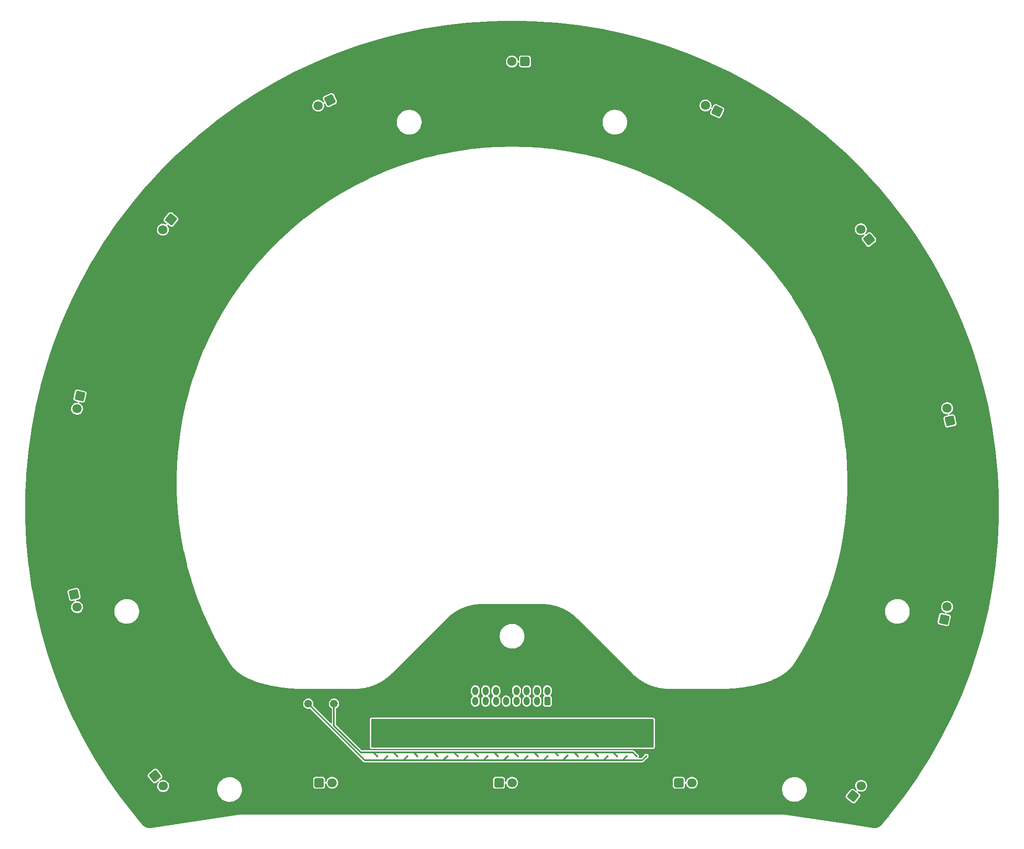
<source format=gbl>
G04 #@! TF.GenerationSoftware,KiCad,Pcbnew,6.0.2-378541a8eb~116~ubuntu20.04.1*
G04 #@! TF.CreationDate,2022-02-16T22:28:01+01:00*
G04 #@! TF.ProjectId,IR_Board,49525f42-6f61-4726-942e-6b696361645f,rev?*
G04 #@! TF.SameCoordinates,Original*
G04 #@! TF.FileFunction,Copper,L2,Bot*
G04 #@! TF.FilePolarity,Positive*
%FSLAX46Y46*%
G04 Gerber Fmt 4.6, Leading zero omitted, Abs format (unit mm)*
G04 Created by KiCad (PCBNEW 6.0.2-378541a8eb~116~ubuntu20.04.1) date 2022-02-16 22:28:01*
%MOMM*%
%LPD*%
G01*
G04 APERTURE LIST*
G04 Aperture macros list*
%AMRoundRect*
0 Rectangle with rounded corners*
0 $1 Rounding radius*
0 $2 $3 $4 $5 $6 $7 $8 $9 X,Y pos of 4 corners*
0 Add a 4 corners polygon primitive as box body*
4,1,4,$2,$3,$4,$5,$6,$7,$8,$9,$2,$3,0*
0 Add four circle primitives for the rounded corners*
1,1,$1+$1,$2,$3*
1,1,$1+$1,$4,$5*
1,1,$1+$1,$6,$7*
1,1,$1+$1,$8,$9*
0 Add four rect primitives between the rounded corners*
20,1,$1+$1,$2,$3,$4,$5,0*
20,1,$1+$1,$4,$5,$6,$7,0*
20,1,$1+$1,$6,$7,$8,$9,0*
20,1,$1+$1,$8,$9,$2,$3,0*%
G04 Aperture macros list end*
G04 #@! TA.AperFunction,ComponentPad*
%ADD10RoundRect,0.250000X0.350000X0.575000X-0.350000X0.575000X-0.350000X-0.575000X0.350000X-0.575000X0*%
G04 #@! TD*
G04 #@! TA.AperFunction,ComponentPad*
%ADD11O,1.200000X1.650000*%
G04 #@! TD*
G04 #@! TA.AperFunction,ComponentPad*
%ADD12RoundRect,0.250200X-0.778468X0.488332X-0.488332X-0.778468X0.778468X-0.488332X0.488332X0.778468X0*%
G04 #@! TD*
G04 #@! TA.AperFunction,ComponentPad*
%ADD13C,1.800000*%
G04 #@! TD*
G04 #@! TA.AperFunction,ComponentPad*
%ADD14RoundRect,0.250200X-0.488332X0.778468X-0.778468X-0.488332X0.488332X-0.778468X0.778468X0.488332X0*%
G04 #@! TD*
G04 #@! TA.AperFunction,ComponentPad*
%ADD15RoundRect,0.250200X-0.102435X0.913229X-0.913229X-0.102435X0.102435X-0.913229X0.913229X0.102435X0*%
G04 #@! TD*
G04 #@! TA.AperFunction,ComponentPad*
%ADD16RoundRect,0.250200X0.303728X0.867312X-0.867312X0.303728X-0.303728X-0.867312X0.867312X-0.303728X0*%
G04 #@! TD*
G04 #@! TA.AperFunction,ComponentPad*
%ADD17RoundRect,0.250200X0.867312X0.303728X-0.303728X0.867312X-0.867312X-0.303728X0.303728X-0.867312X0*%
G04 #@! TD*
G04 #@! TA.AperFunction,ComponentPad*
%ADD18RoundRect,0.250200X0.913229X-0.102435X0.102435X0.913229X-0.913229X0.102435X-0.102435X-0.913229X0*%
G04 #@! TD*
G04 #@! TA.AperFunction,ComponentPad*
%ADD19RoundRect,0.250200X0.778468X-0.488332X0.488332X0.778468X-0.778468X0.488332X-0.488332X-0.778468X0*%
G04 #@! TD*
G04 #@! TA.AperFunction,ComponentPad*
%ADD20RoundRect,0.250200X0.488332X-0.778468X0.778468X0.488332X-0.488332X0.778468X-0.778468X-0.488332X0*%
G04 #@! TD*
G04 #@! TA.AperFunction,ComponentPad*
%ADD21RoundRect,0.250200X0.102435X-0.913229X0.913229X0.102435X-0.102435X0.913229X-0.913229X-0.102435X0*%
G04 #@! TD*
G04 #@! TA.AperFunction,ComponentPad*
%ADD22RoundRect,0.250200X-0.649800X-0.649800X0.649800X-0.649800X0.649800X0.649800X-0.649800X0.649800X0*%
G04 #@! TD*
G04 #@! TA.AperFunction,ComponentPad*
%ADD23RoundRect,0.250200X-0.913229X0.102435X-0.102435X-0.913229X0.913229X-0.102435X0.102435X0.913229X0*%
G04 #@! TD*
G04 #@! TA.AperFunction,ComponentPad*
%ADD24RoundRect,0.250200X0.649800X0.649800X-0.649800X0.649800X-0.649800X-0.649800X0.649800X-0.649800X0*%
G04 #@! TD*
G04 #@! TA.AperFunction,ComponentPad*
%ADD25C,1.500000*%
G04 #@! TD*
G04 #@! TA.AperFunction,ViaPad*
%ADD26C,0.800000*%
G04 #@! TD*
G04 #@! TA.AperFunction,ViaPad*
%ADD27C,0.400000*%
G04 #@! TD*
G04 #@! TA.AperFunction,Conductor*
%ADD28C,0.300000*%
G04 #@! TD*
G04 APERTURE END LIST*
D10*
X158300000Y-147500000D03*
D11*
X158300000Y-145500000D03*
X156300000Y-147500000D03*
X156300000Y-145500000D03*
X154300000Y-147500000D03*
X154300000Y-145500000D03*
X152300000Y-147500000D03*
X152300000Y-145500000D03*
X150300000Y-147500000D03*
X150300000Y-145500000D03*
X148300000Y-147500000D03*
X148300000Y-145500000D03*
X146300000Y-147500000D03*
X146300000Y-145500000D03*
X144300000Y-147500000D03*
X144300000Y-145500000D03*
D12*
X66230500Y-126746000D03*
D13*
X66797555Y-129221893D03*
X67364611Y-131697787D03*
D14*
X67373500Y-88138000D03*
D13*
X66806445Y-90613893D03*
X66239389Y-93089787D03*
D15*
X85090000Y-53784500D03*
D13*
X83505346Y-55769562D03*
X81920692Y-57754624D03*
D16*
X116014500Y-30543500D03*
D13*
X113725764Y-31644994D03*
X111437029Y-32746488D03*
D17*
X191363600Y-32715200D03*
D13*
X189074864Y-31613706D03*
X186786129Y-30512212D03*
D18*
X220878400Y-57683400D03*
D13*
X219293746Y-55698338D03*
X217709092Y-53713276D03*
D19*
X236651800Y-92989400D03*
D13*
X236084745Y-90513507D03*
X235517689Y-88037613D03*
D20*
X235508800Y-131622800D03*
D13*
X236075855Y-129146907D03*
X236642911Y-126671013D03*
D21*
X217779600Y-165963600D03*
D13*
X219364254Y-163978538D03*
X220948908Y-161993476D03*
D22*
X113919000Y-163385500D03*
D13*
X116459000Y-163385500D03*
X118999000Y-163385500D03*
D22*
X148907500Y-163385500D03*
D13*
X151447500Y-163385500D03*
X153987500Y-163385500D03*
D22*
X183896000Y-163385500D03*
D13*
X186436000Y-163385500D03*
X188976000Y-163385500D03*
D23*
X81978500Y-162052000D03*
D13*
X83563154Y-164037062D03*
X85147808Y-166022124D03*
D24*
X153949400Y-23050500D03*
D13*
X151409400Y-23050500D03*
X148869400Y-23050500D03*
D25*
X111800000Y-148000000D03*
X114300000Y-148000000D03*
X116800000Y-148000000D03*
D26*
X162400000Y-152400000D03*
X170200000Y-152400000D03*
X158400000Y-152400000D03*
X150600000Y-152400000D03*
X127400000Y-152400000D03*
X139000000Y-152400000D03*
X174000000Y-152400000D03*
X142800000Y-152400000D03*
X178000000Y-152400000D03*
X154600000Y-152400000D03*
X146800000Y-152400000D03*
X131200000Y-152400000D03*
X166200000Y-152400000D03*
X135000000Y-152400000D03*
D27*
X149700000Y-142500000D03*
X150600000Y-158200000D03*
X177550000Y-158200000D03*
X154450000Y-158200000D03*
X131050000Y-158250000D03*
X173750000Y-158200000D03*
X162250000Y-158100000D03*
X138850000Y-158200000D03*
X170050000Y-158200000D03*
X166150000Y-158200000D03*
X127150000Y-158250000D03*
X158350000Y-158200000D03*
X146650000Y-158200000D03*
X142750000Y-158200000D03*
X134950000Y-158250000D03*
X164250000Y-158200000D03*
X140850000Y-158200000D03*
X171850000Y-158200000D03*
X152550000Y-158200000D03*
X133050000Y-158250000D03*
X125250000Y-158250000D03*
X129150000Y-158250000D03*
X156450000Y-158200000D03*
X168150000Y-158200000D03*
X144750000Y-158200000D03*
X160350000Y-158100000D03*
X148700000Y-158200000D03*
X175650000Y-158200000D03*
X136950000Y-158200000D03*
D28*
X130300000Y-159000000D02*
X131050000Y-158250000D01*
X149800000Y-159000000D02*
X150600000Y-158200000D01*
X138050000Y-159000000D02*
X138850000Y-158200000D01*
X161350000Y-159000000D02*
X162250000Y-158100000D01*
X145850000Y-159000000D02*
X146650000Y-158200000D01*
X169250000Y-159000000D02*
X172950000Y-159000000D01*
X176750000Y-159000000D02*
X177550000Y-158200000D01*
X157550000Y-159000000D02*
X158350000Y-158200000D01*
X149800000Y-159000000D02*
X153650000Y-159000000D01*
X165350000Y-159000000D02*
X166150000Y-158200000D01*
X134200000Y-159000000D02*
X138050000Y-159000000D01*
X169250000Y-159000000D02*
X170050000Y-158200000D01*
X111800000Y-148000000D02*
X122800000Y-159000000D01*
X172950000Y-159000000D02*
X173750000Y-158200000D01*
X134200000Y-159000000D02*
X134950000Y-158250000D01*
X153650000Y-159000000D02*
X154450000Y-158200000D01*
X145850000Y-159000000D02*
X149800000Y-159000000D01*
X126400000Y-159000000D02*
X130300000Y-159000000D01*
X141950000Y-159000000D02*
X142750000Y-158200000D01*
X153650000Y-159000000D02*
X157550000Y-159000000D01*
X157550000Y-159000000D02*
X161350000Y-159000000D01*
X172950000Y-159000000D02*
X176750000Y-159000000D01*
X126400000Y-159000000D02*
X127150000Y-158250000D01*
X122800000Y-159000000D02*
X126400000Y-159000000D01*
X141950000Y-159000000D02*
X145850000Y-159000000D01*
X138050000Y-159000000D02*
X141950000Y-159000000D01*
X165350000Y-159000000D02*
X169250000Y-159000000D01*
X130300000Y-159000000D02*
X134200000Y-159000000D01*
X161350000Y-159000000D02*
X165350000Y-159000000D01*
X159750000Y-157500000D02*
X160350000Y-158100000D01*
X151850000Y-157500000D02*
X155750000Y-157500000D01*
X136250000Y-157500000D02*
X136950000Y-158200000D01*
X167450000Y-157500000D02*
X168150000Y-158200000D01*
X151850000Y-157500000D02*
X152550000Y-158200000D01*
X171150000Y-157500000D02*
X171850000Y-158200000D01*
X116800000Y-148000000D02*
X116800000Y-152293572D01*
X123800000Y-157500000D02*
X124500000Y-157500000D01*
X136250000Y-157500000D02*
X140150000Y-157500000D01*
X144050000Y-157500000D02*
X144750000Y-158200000D01*
X174950000Y-157500000D02*
X175650000Y-158200000D01*
X122006428Y-157500000D02*
X123800000Y-157500000D01*
X167450000Y-157500000D02*
X171150000Y-157500000D01*
X155750000Y-157500000D02*
X156450000Y-158200000D01*
X132300000Y-157500000D02*
X133050000Y-158250000D01*
X163550000Y-157500000D02*
X167450000Y-157500000D01*
X140150000Y-157500000D02*
X144050000Y-157500000D01*
X128400000Y-157500000D02*
X129150000Y-158250000D01*
X155750000Y-157500000D02*
X159750000Y-157500000D01*
X144050000Y-157500000D02*
X148000000Y-157500000D01*
X124500000Y-157500000D02*
X125250000Y-158250000D01*
X159750000Y-157500000D02*
X163550000Y-157500000D01*
X148000000Y-157500000D02*
X148700000Y-158200000D01*
X128400000Y-157500000D02*
X132300000Y-157500000D01*
X140150000Y-157500000D02*
X140850000Y-158200000D01*
X171150000Y-157500000D02*
X174950000Y-157500000D01*
X148000000Y-157500000D02*
X151850000Y-157500000D01*
X116800000Y-152293572D02*
X122006428Y-157500000D01*
X123800000Y-157500000D02*
X128400000Y-157500000D01*
X163550000Y-157500000D02*
X164250000Y-158200000D01*
X132300000Y-157500000D02*
X136250000Y-157500000D01*
G04 #@! TA.AperFunction,Conductor*
G36*
X178916058Y-151020002D02*
G01*
X178962551Y-151073658D01*
X178973937Y-151126000D01*
X178973937Y-156432658D01*
X178953935Y-156500779D01*
X178900279Y-156547272D01*
X178847937Y-156558658D01*
X124126000Y-156558658D01*
X124057879Y-156538656D01*
X124011386Y-156485000D01*
X124000000Y-156432658D01*
X124000000Y-151126000D01*
X124020002Y-151057879D01*
X124073658Y-151011386D01*
X124126000Y-151000000D01*
X178847937Y-151000000D01*
X178916058Y-151020002D01*
G37*
G04 #@! TD.AperFunction*
G04 #@! TA.AperFunction,Conductor*
G36*
X152986485Y-15155121D02*
G01*
X155790890Y-15219289D01*
X155796643Y-15219553D01*
X156846399Y-15291734D01*
X160139625Y-15518175D01*
X160145376Y-15518703D01*
X164473584Y-16016402D01*
X164479316Y-16017195D01*
X168785450Y-16713975D01*
X168791157Y-16715034D01*
X173067760Y-17610877D01*
X173073433Y-17612202D01*
X175441408Y-18223727D01*
X177313282Y-18707135D01*
X177318895Y-18708725D01*
X181514473Y-20002709D01*
X181520026Y-20004564D01*
X185664088Y-21497627D01*
X185669568Y-21499747D01*
X187721111Y-22349528D01*
X189754692Y-23191869D01*
X189760124Y-23194270D01*
X191376208Y-23954766D01*
X193779023Y-25085481D01*
X193784335Y-25088138D01*
X197729556Y-27178393D01*
X197734754Y-27181307D01*
X201599060Y-29470674D01*
X201604149Y-29473856D01*
X205126376Y-31795083D01*
X205380094Y-31962289D01*
X205385068Y-31965741D01*
X209065372Y-34653296D01*
X209070190Y-34656996D01*
X210672320Y-35949828D01*
X212313747Y-37274371D01*
X212647500Y-37543692D01*
X212652143Y-37547627D01*
X216119125Y-40633502D01*
X216123573Y-40637657D01*
X219437509Y-43887399D01*
X219441753Y-43891768D01*
X219896008Y-44382482D01*
X222449796Y-47141237D01*
X222564405Y-47265045D01*
X222568416Y-47269593D01*
X225251458Y-50463970D01*
X225499385Y-50759147D01*
X225503161Y-50763869D01*
X228128577Y-54213385D01*
X228241948Y-54362343D01*
X228245479Y-54367219D01*
X230007230Y-56927419D01*
X230791656Y-58067358D01*
X230794938Y-58072380D01*
X233147954Y-61866758D01*
X233150979Y-61871905D01*
X234597436Y-64471789D01*
X235310359Y-65753207D01*
X235310363Y-65753215D01*
X235313123Y-65758463D01*
X237278408Y-69719420D01*
X237278412Y-69719429D01*
X237280908Y-69724769D01*
X238007566Y-71379952D01*
X239051566Y-73757974D01*
X239053803Y-73763409D01*
X239636385Y-75278757D01*
X240629377Y-77861620D01*
X240631333Y-77867086D01*
X241039375Y-79095920D01*
X242011292Y-82022892D01*
X242012999Y-82028461D01*
X243196830Y-86234477D01*
X243196837Y-86234503D01*
X243198274Y-86240099D01*
X244063140Y-89962440D01*
X244185499Y-90489069D01*
X244186679Y-90494735D01*
X244976778Y-94779227D01*
X244977695Y-94784928D01*
X245570176Y-99097657D01*
X245570830Y-99103387D01*
X245964052Y-103424485D01*
X245965189Y-103436983D01*
X245965578Y-103442715D01*
X246124982Y-106982927D01*
X246161312Y-107789779D01*
X246161440Y-107795535D01*
X246159893Y-109782435D01*
X246158051Y-112148761D01*
X246157914Y-112154534D01*
X245954905Y-116506544D01*
X245954503Y-116512317D01*
X245551376Y-120855786D01*
X245550706Y-120861552D01*
X245522468Y-121063956D01*
X244946967Y-125189089D01*
X244946035Y-125194802D01*
X244142408Y-129492560D01*
X244141181Y-129499122D01*
X244139976Y-129504832D01*
X243172964Y-133611026D01*
X243133513Y-133778546D01*
X243132036Y-133784221D01*
X242156746Y-137202409D01*
X241923469Y-138019996D01*
X241921721Y-138025618D01*
X240511637Y-142212884D01*
X240510557Y-142216090D01*
X240508535Y-142221659D01*
X239583605Y-144592534D01*
X238894258Y-146359539D01*
X238891957Y-146365047D01*
X237074089Y-150442937D01*
X237071516Y-150448358D01*
X235049521Y-154459000D01*
X235046685Y-154464304D01*
X233778023Y-156706939D01*
X232820073Y-158400322D01*
X232816967Y-158405519D01*
X230385188Y-162259645D01*
X230381823Y-162264703D01*
X227744403Y-166029539D01*
X227740789Y-166034441D01*
X224894415Y-169706263D01*
X224892467Y-169708713D01*
X224805091Y-169815824D01*
X224669276Y-169981675D01*
X224541202Y-170137357D01*
X224533592Y-170146607D01*
X224533410Y-170146828D01*
X224403725Y-170303740D01*
X224397059Y-170311805D01*
X224260184Y-170476660D01*
X224123099Y-170641009D01*
X223985396Y-170805342D01*
X223865511Y-170947756D01*
X223847736Y-170968871D01*
X223847553Y-170969088D01*
X223709343Y-171132521D01*
X223709158Y-171132739D01*
X223570843Y-171295547D01*
X223570659Y-171295764D01*
X223434993Y-171454725D01*
X223432592Y-171457457D01*
X223311025Y-171591840D01*
X223305722Y-171597356D01*
X223191745Y-171708919D01*
X223185535Y-171714604D01*
X223075958Y-171808371D01*
X223068891Y-171813992D01*
X222963217Y-171892025D01*
X222955490Y-171897299D01*
X222853063Y-171961771D01*
X222844909Y-171966488D01*
X222744973Y-172019409D01*
X222736668Y-172023424D01*
X222638411Y-172066572D01*
X222630204Y-172069838D01*
X222533155Y-172104568D01*
X222525192Y-172107123D01*
X222428882Y-172134520D01*
X222421297Y-172136425D01*
X222325823Y-172157277D01*
X222318581Y-172158638D01*
X222224128Y-172173545D01*
X222217163Y-172174447D01*
X222178743Y-172178329D01*
X222124082Y-172183852D01*
X222117309Y-172184352D01*
X222049877Y-172187510D01*
X222026331Y-172188612D01*
X222019583Y-172188747D01*
X222006926Y-172188661D01*
X221931211Y-172188143D01*
X221924364Y-172187910D01*
X221839036Y-172182680D01*
X221831982Y-172182048D01*
X221744552Y-172171734D01*
X221740945Y-172171256D01*
X221740898Y-172171249D01*
X217049714Y-171479942D01*
X204399133Y-169615714D01*
X204392923Y-169614639D01*
X204383780Y-169612820D01*
X204383770Y-169612819D01*
X204377707Y-169611613D01*
X204371988Y-169611613D01*
X204371311Y-169611530D01*
X204370627Y-169611513D01*
X204364971Y-169610680D01*
X204350799Y-169611390D01*
X204349493Y-169611455D01*
X204343192Y-169611613D01*
X98532138Y-169611613D01*
X98525837Y-169611455D01*
X98524531Y-169611390D01*
X98510359Y-169610680D01*
X98504703Y-169611513D01*
X98504019Y-169611530D01*
X98503342Y-169611613D01*
X98497623Y-169611613D01*
X98491560Y-169612819D01*
X98491550Y-169612820D01*
X98482407Y-169614639D01*
X98476197Y-169615714D01*
X81134376Y-172171249D01*
X81130773Y-172171727D01*
X81110756Y-172174089D01*
X81043313Y-172182047D01*
X81036288Y-172182676D01*
X81011549Y-172184193D01*
X80951002Y-172187905D01*
X80944153Y-172188138D01*
X80865743Y-172188674D01*
X80855760Y-172188742D01*
X80849010Y-172188607D01*
X80828099Y-172187628D01*
X80758007Y-172184347D01*
X80751226Y-172183846D01*
X80726587Y-172181355D01*
X80658189Y-172174441D01*
X80651250Y-172173543D01*
X80556766Y-172158635D01*
X80549539Y-172157278D01*
X80474685Y-172140931D01*
X80454037Y-172136422D01*
X80446433Y-172134511D01*
X80350191Y-172107123D01*
X80342251Y-172104577D01*
X80245151Y-172069828D01*
X80236987Y-172066578D01*
X80138773Y-172023437D01*
X80130468Y-172019420D01*
X80030555Y-171966497D01*
X80022402Y-171961781D01*
X80022387Y-171961771D01*
X79920004Y-171897313D01*
X79912275Y-171892036D01*
X79806608Y-171813988D01*
X79799563Y-171808384D01*
X79689949Y-171714584D01*
X79683761Y-171708919D01*
X79569800Y-171597354D01*
X79564505Y-171591845D01*
X79564501Y-171591840D01*
X79512785Y-171534664D01*
X79442881Y-171457378D01*
X79440523Y-171454696D01*
X79429859Y-171442212D01*
X79351349Y-171350304D01*
X79212414Y-171187040D01*
X79074018Y-171023661D01*
X78936013Y-170859996D01*
X78870877Y-170782394D01*
X78798424Y-170696074D01*
X78798240Y-170695855D01*
X78660924Y-170531503D01*
X78660742Y-170531284D01*
X78524006Y-170366874D01*
X78523824Y-170366655D01*
X78387552Y-170202046D01*
X78387371Y-170201827D01*
X78251097Y-170036459D01*
X78250916Y-170036238D01*
X78115483Y-169871129D01*
X78115303Y-169870909D01*
X77982863Y-169708703D01*
X77980879Y-169706210D01*
X75134556Y-166034454D01*
X75130942Y-166029552D01*
X72493513Y-162264703D01*
X72490148Y-162259645D01*
X72258640Y-161892728D01*
X80558558Y-161892728D01*
X80562974Y-162037230D01*
X80607769Y-162174684D01*
X80625292Y-162202297D01*
X80636503Y-162219962D01*
X80641033Y-162227101D01*
X80643158Y-162229762D01*
X80643158Y-162229763D01*
X80644146Y-162231001D01*
X81511436Y-163317435D01*
X81513840Y-163319856D01*
X81513841Y-163319857D01*
X81545926Y-163352167D01*
X81555181Y-163361487D01*
X81611402Y-163395068D01*
X81671591Y-163431021D01*
X81671595Y-163431023D01*
X81679295Y-163435622D01*
X81705687Y-163442472D01*
X81810538Y-163469687D01*
X81810541Y-163469687D01*
X81819228Y-163471942D01*
X81828201Y-163471668D01*
X81828203Y-163471668D01*
X81893017Y-163469687D01*
X81963730Y-163467526D01*
X82101184Y-163422731D01*
X82135352Y-163401048D01*
X82150721Y-163391295D01*
X82150725Y-163391292D01*
X82153601Y-163389467D01*
X82174568Y-163372729D01*
X82512892Y-163102649D01*
X82578609Y-163075782D01*
X82648419Y-163088709D01*
X82700158Y-163137326D01*
X82717399Y-163206198D01*
X82690451Y-163279126D01*
X82590761Y-163405582D01*
X82491966Y-163593361D01*
X82429045Y-163796000D01*
X82404105Y-164006711D01*
X82417983Y-164218439D01*
X82470212Y-164424093D01*
X82511157Y-164512910D01*
X82544444Y-164585114D01*
X82559044Y-164616785D01*
X82681504Y-164790062D01*
X82833491Y-164938121D01*
X82838287Y-164941326D01*
X82838290Y-164941328D01*
X82930104Y-165002676D01*
X83009914Y-165056003D01*
X83015217Y-165058281D01*
X83015220Y-165058283D01*
X83128093Y-165106777D01*
X83204865Y-165139761D01*
X83280904Y-165156967D01*
X83406179Y-165185314D01*
X83406184Y-165185315D01*
X83411816Y-165186589D01*
X83417587Y-165186816D01*
X83417589Y-165186816D01*
X83477687Y-165189177D01*
X83623835Y-165194919D01*
X83728828Y-165179696D01*
X83828107Y-165165301D01*
X83828112Y-165165300D01*
X83833821Y-165164472D01*
X83839285Y-165162617D01*
X83839290Y-165162616D01*
X83944830Y-165126790D01*
X84034743Y-165096269D01*
X84039786Y-165093445D01*
X84214824Y-164995419D01*
X84214828Y-164995416D01*
X84219871Y-164992592D01*
X84383006Y-164856914D01*
X84518684Y-164693779D01*
X84521508Y-164688736D01*
X84521511Y-164688732D01*
X84577306Y-164589103D01*
X94072663Y-164589103D01*
X94072750Y-164593104D01*
X94072750Y-164593111D01*
X94079224Y-164889779D01*
X94079356Y-164895808D01*
X94124965Y-165199177D01*
X94208752Y-165494291D01*
X94329359Y-165776367D01*
X94484830Y-166040832D01*
X94672645Y-166283398D01*
X94675493Y-166286241D01*
X94879742Y-166490133D01*
X94889759Y-166500133D01*
X94892932Y-166502581D01*
X95116512Y-166675072D01*
X95132653Y-166687525D01*
X95136120Y-166689555D01*
X95136123Y-166689557D01*
X95382991Y-166834104D01*
X95397388Y-166842534D01*
X95401073Y-166844102D01*
X95401077Y-166844104D01*
X95564970Y-166913841D01*
X95679674Y-166962648D01*
X95806314Y-166998364D01*
X95971068Y-167044830D01*
X95971077Y-167044832D01*
X95974935Y-167045920D01*
X96110901Y-167066119D01*
X96275083Y-167090510D01*
X96275085Y-167090510D01*
X96278382Y-167091000D01*
X96281713Y-167091140D01*
X96281717Y-167091140D01*
X96318548Y-167092683D01*
X96361892Y-167094500D01*
X96557597Y-167094500D01*
X96681898Y-167086571D01*
X96782148Y-167080176D01*
X96782153Y-167080175D01*
X96786156Y-167079920D01*
X96790095Y-167079158D01*
X97083412Y-167022409D01*
X97083416Y-167022408D01*
X97087349Y-167021647D01*
X97266268Y-166962648D01*
X97374878Y-166926834D01*
X97374883Y-166926832D01*
X97378695Y-166925575D01*
X97655473Y-166793262D01*
X97913196Y-166626853D01*
X97922469Y-166619031D01*
X98144623Y-166431627D01*
X98147684Y-166429045D01*
X98355138Y-166203046D01*
X98360115Y-166196004D01*
X98529876Y-165955797D01*
X98529878Y-165955793D01*
X98532193Y-165952518D01*
X98623821Y-165779828D01*
X98674103Y-165685063D01*
X98674105Y-165685059D01*
X98675981Y-165681523D01*
X98784168Y-165394455D01*
X98831451Y-165195211D01*
X98854074Y-165099883D01*
X98854075Y-165099878D01*
X98855003Y-165095967D01*
X98887337Y-164790897D01*
X98887032Y-164776889D01*
X98883021Y-164593111D01*
X98882715Y-164579103D01*
X203972663Y-164579103D01*
X203972750Y-164583104D01*
X203972750Y-164583111D01*
X203978725Y-164856914D01*
X203979356Y-164885808D01*
X204024965Y-165189177D01*
X204026061Y-165193037D01*
X204026062Y-165193042D01*
X204026595Y-165194919D01*
X204108752Y-165484291D01*
X204110332Y-165487987D01*
X204110333Y-165487989D01*
X204114609Y-165497989D01*
X204229359Y-165766367D01*
X204384830Y-166030832D01*
X204572645Y-166273398D01*
X204585510Y-166286241D01*
X204686365Y-166386919D01*
X204789759Y-166490133D01*
X204792932Y-166492581D01*
X204963620Y-166624266D01*
X205032653Y-166677525D01*
X205036120Y-166679555D01*
X205036123Y-166679557D01*
X205230317Y-166793262D01*
X205297388Y-166832534D01*
X205301073Y-166834102D01*
X205301077Y-166834104D01*
X205324579Y-166844104D01*
X205579674Y-166952648D01*
X205706314Y-166988364D01*
X205871068Y-167034830D01*
X205871077Y-167034832D01*
X205874935Y-167035920D01*
X206010901Y-167056119D01*
X206175083Y-167080510D01*
X206175085Y-167080510D01*
X206178382Y-167081000D01*
X206181713Y-167081140D01*
X206181717Y-167081140D01*
X206218548Y-167082683D01*
X206261892Y-167084500D01*
X206457597Y-167084500D01*
X206581898Y-167076571D01*
X206682148Y-167070176D01*
X206682153Y-167070175D01*
X206686156Y-167069920D01*
X206690095Y-167069158D01*
X206983412Y-167012409D01*
X206983416Y-167012408D01*
X206987349Y-167011647D01*
X207166268Y-166952648D01*
X207274878Y-166916834D01*
X207274883Y-166916832D01*
X207278695Y-166915575D01*
X207555473Y-166783262D01*
X207813196Y-166616853D01*
X208047684Y-166419045D01*
X208203217Y-166249609D01*
X208252423Y-166196004D01*
X208252425Y-166196002D01*
X208255138Y-166193046D01*
X208291663Y-166141364D01*
X208304732Y-166122872D01*
X216359658Y-166122872D01*
X216361913Y-166131559D01*
X216361913Y-166131562D01*
X216380467Y-166203046D01*
X216395978Y-166262805D01*
X216400577Y-166270505D01*
X216400579Y-166270509D01*
X216426022Y-166313104D01*
X216470113Y-166386919D01*
X216514163Y-166430664D01*
X216516818Y-166432784D01*
X216516822Y-166432787D01*
X217341528Y-167091140D01*
X217604498Y-167301066D01*
X217607374Y-167302891D01*
X217607378Y-167302894D01*
X217623884Y-167313368D01*
X217656916Y-167334331D01*
X217794370Y-167379126D01*
X217865083Y-167381287D01*
X217929897Y-167383268D01*
X217929899Y-167383268D01*
X217938872Y-167383542D01*
X217947559Y-167381287D01*
X217947562Y-167381287D01*
X218033848Y-167358891D01*
X218078805Y-167347222D01*
X218086505Y-167342623D01*
X218086509Y-167342621D01*
X218196140Y-167277136D01*
X218202919Y-167273087D01*
X218246664Y-167229037D01*
X218354064Y-167094500D01*
X219114941Y-166141364D01*
X219114941Y-166141363D01*
X219117066Y-166138702D01*
X219150331Y-166086284D01*
X219195126Y-165948830D01*
X219199542Y-165804328D01*
X219197287Y-165795641D01*
X219197287Y-165795638D01*
X219168586Y-165685063D01*
X219163222Y-165664395D01*
X219158623Y-165656695D01*
X219158621Y-165656691D01*
X219093136Y-165547060D01*
X219089087Y-165540281D01*
X219045037Y-165496536D01*
X219042225Y-165494291D01*
X218694762Y-165216915D01*
X218654003Y-165158783D01*
X218651143Y-165087844D01*
X218687089Y-165026620D01*
X218750429Y-164994549D01*
X218823109Y-165002676D01*
X219000649Y-165078954D01*
X219000658Y-165078957D01*
X219005965Y-165081237D01*
X219059917Y-165093445D01*
X219207279Y-165126790D01*
X219207284Y-165126791D01*
X219212916Y-165128065D01*
X219218687Y-165128292D01*
X219218689Y-165128292D01*
X219284165Y-165130864D01*
X219424935Y-165136395D01*
X219529928Y-165121171D01*
X219629207Y-165106777D01*
X219629212Y-165106776D01*
X219634921Y-165105948D01*
X219640385Y-165104093D01*
X219640390Y-165104092D01*
X219775339Y-165058283D01*
X219835843Y-165037745D01*
X219840886Y-165034921D01*
X220015924Y-164936895D01*
X220015928Y-164936892D01*
X220020971Y-164934068D01*
X220184106Y-164798390D01*
X220319784Y-164635255D01*
X220322608Y-164630212D01*
X220322611Y-164630208D01*
X220420637Y-164455170D01*
X220420638Y-164455168D01*
X220423461Y-164450127D01*
X220484010Y-164271754D01*
X220489808Y-164254674D01*
X220489809Y-164254669D01*
X220491664Y-164249205D01*
X220496962Y-164212671D01*
X220514163Y-164094034D01*
X220522111Y-164039219D01*
X220523700Y-163978538D01*
X220504285Y-163767246D01*
X220481072Y-163684937D01*
X220448258Y-163568589D01*
X220448257Y-163568587D01*
X220446690Y-163563030D01*
X220432057Y-163533356D01*
X220355399Y-163377910D01*
X220352844Y-163372729D01*
X220339717Y-163355149D01*
X220229343Y-163207341D01*
X220229342Y-163207340D01*
X220225890Y-163202717D01*
X220198020Y-163176954D01*
X220074320Y-163062607D01*
X220074317Y-163062605D01*
X220070080Y-163058688D01*
X219890631Y-162945464D01*
X219693554Y-162866838D01*
X219687897Y-162865713D01*
X219687891Y-162865711D01*
X219491117Y-162826571D01*
X219491113Y-162826571D01*
X219485449Y-162825444D01*
X219479674Y-162825368D01*
X219479670Y-162825368D01*
X219373058Y-162823972D01*
X219273285Y-162822666D01*
X219267588Y-162823645D01*
X219267587Y-162823645D01*
X219250559Y-162826571D01*
X219064167Y-162858599D01*
X218865100Y-162932039D01*
X218860139Y-162934991D01*
X218860138Y-162934991D01*
X218687717Y-163037570D01*
X218687714Y-163037572D01*
X218682749Y-163040526D01*
X218678409Y-163044332D01*
X218678405Y-163044335D01*
X218527563Y-163176621D01*
X218523222Y-163180428D01*
X218519647Y-163184963D01*
X218519646Y-163184964D01*
X218403238Y-163332627D01*
X218391861Y-163347058D01*
X218293066Y-163534837D01*
X218230145Y-163737476D01*
X218205205Y-163948187D01*
X218219083Y-164159915D01*
X218271312Y-164365569D01*
X218273731Y-164370816D01*
X218354452Y-164545913D01*
X218360144Y-164558261D01*
X218363477Y-164562977D01*
X218482487Y-164731373D01*
X218505468Y-164798547D01*
X218488483Y-164867482D01*
X218436926Y-164916292D01*
X218367165Y-164929479D01*
X218300982Y-164902565D01*
X217954702Y-164626134D01*
X217951826Y-164624309D01*
X217951822Y-164624306D01*
X217931705Y-164611540D01*
X217902284Y-164592869D01*
X217764830Y-164548074D01*
X217692579Y-164545866D01*
X217629303Y-164543932D01*
X217629301Y-164543932D01*
X217620328Y-164543658D01*
X217611641Y-164545913D01*
X217611638Y-164545913D01*
X217545896Y-164562977D01*
X217480395Y-164579978D01*
X217472695Y-164584577D01*
X217472691Y-164584579D01*
X217403122Y-164626134D01*
X217356281Y-164654113D01*
X217350715Y-164659718D01*
X217316890Y-164693779D01*
X217312536Y-164698163D01*
X217310416Y-164700818D01*
X217310413Y-164700822D01*
X216759819Y-165390540D01*
X216442134Y-165788498D01*
X216408869Y-165840916D01*
X216364074Y-165978370D01*
X216359658Y-166122872D01*
X208304732Y-166122872D01*
X208429876Y-165945797D01*
X208429878Y-165945793D01*
X208432193Y-165942518D01*
X208520352Y-165776367D01*
X208574103Y-165675063D01*
X208574105Y-165675059D01*
X208575981Y-165671523D01*
X208684168Y-165384455D01*
X208698914Y-165322318D01*
X208754074Y-165089883D01*
X208754075Y-165089878D01*
X208755003Y-165085967D01*
X208787337Y-164780897D01*
X208786257Y-164731373D01*
X208780732Y-164478209D01*
X208780732Y-164478204D01*
X208780644Y-164474192D01*
X208735035Y-164170823D01*
X208730301Y-164154147D01*
X208686813Y-164000976D01*
X208651248Y-163875709D01*
X208530641Y-163593633D01*
X208375170Y-163329168D01*
X208187355Y-163086602D01*
X207980693Y-162880301D01*
X207973077Y-162872698D01*
X207970241Y-162869867D01*
X207910329Y-162823645D01*
X207730527Y-162684928D01*
X207730523Y-162684925D01*
X207727347Y-162682475D01*
X207723877Y-162680443D01*
X207466076Y-162529494D01*
X207466073Y-162529492D01*
X207462612Y-162527466D01*
X207458927Y-162525898D01*
X207458923Y-162525896D01*
X207207522Y-162418924D01*
X207180326Y-162407352D01*
X207008560Y-162358909D01*
X206888932Y-162325170D01*
X206888923Y-162325168D01*
X206885065Y-162324080D01*
X206654478Y-162289824D01*
X206584917Y-162279490D01*
X206584915Y-162279490D01*
X206581618Y-162279000D01*
X206578287Y-162278860D01*
X206578283Y-162278860D01*
X206541452Y-162277317D01*
X206498108Y-162275500D01*
X206302403Y-162275500D01*
X206178102Y-162283429D01*
X206077852Y-162289824D01*
X206077847Y-162289825D01*
X206073844Y-162290080D01*
X206069906Y-162290842D01*
X206069905Y-162290842D01*
X205776588Y-162347591D01*
X205776584Y-162347592D01*
X205772651Y-162348353D01*
X205691378Y-162375153D01*
X205485122Y-162443166D01*
X205485117Y-162443168D01*
X205481305Y-162444425D01*
X205204527Y-162576738D01*
X204946804Y-162743147D01*
X204943739Y-162745732D01*
X204943737Y-162745734D01*
X204849246Y-162825444D01*
X204712316Y-162940955D01*
X204576686Y-163088709D01*
X204517775Y-163152887D01*
X204504862Y-163166954D01*
X204502548Y-163170229D01*
X204502545Y-163170232D01*
X204347792Y-163389204D01*
X204327807Y-163417482D01*
X204276613Y-163513966D01*
X204198261Y-163661636D01*
X204184019Y-163688477D01*
X204075832Y-163975545D01*
X204074903Y-163979460D01*
X204016861Y-164224041D01*
X204004997Y-164274033D01*
X203972663Y-164579103D01*
X98882715Y-164579103D01*
X98880644Y-164484192D01*
X98835035Y-164180823D01*
X98830690Y-164165517D01*
X98752347Y-163889581D01*
X98751248Y-163885709D01*
X98630641Y-163603633D01*
X98475170Y-163339168D01*
X98287355Y-163096602D01*
X98070241Y-162879867D01*
X98051892Y-162865711D01*
X97830527Y-162694928D01*
X97830523Y-162694925D01*
X97827347Y-162692475D01*
X97823877Y-162690443D01*
X97819580Y-162687927D01*
X112764500Y-162687927D01*
X112764501Y-164083072D01*
X112764870Y-164086466D01*
X112764870Y-164086472D01*
X112770010Y-164133785D01*
X112771205Y-164144791D01*
X112792244Y-164200914D01*
X112818187Y-164270117D01*
X112821952Y-164280161D01*
X112827334Y-164287342D01*
X112827335Y-164287344D01*
X112864799Y-164337332D01*
X112908653Y-164395847D01*
X112915829Y-164401225D01*
X113013190Y-164474192D01*
X113024339Y-164482548D01*
X113032744Y-164485699D01*
X113032746Y-164485700D01*
X113152314Y-164530523D01*
X113152316Y-164530523D01*
X113159709Y-164533295D01*
X113167559Y-164534148D01*
X113167560Y-164534148D01*
X113177741Y-164535254D01*
X113221427Y-164540000D01*
X113918897Y-164540000D01*
X114616572Y-164539999D01*
X114619966Y-164539630D01*
X114619972Y-164539630D01*
X114670433Y-164534149D01*
X114670437Y-164534148D01*
X114678291Y-164533295D01*
X114795186Y-164489474D01*
X114805254Y-164485700D01*
X114805256Y-164485699D01*
X114813661Y-164482548D01*
X114824811Y-164474192D01*
X114922171Y-164401225D01*
X114929347Y-164395847D01*
X114973201Y-164337332D01*
X115010665Y-164287344D01*
X115010666Y-164287342D01*
X115016048Y-164280161D01*
X115019814Y-164270117D01*
X115064023Y-164152186D01*
X115064023Y-164152184D01*
X115066795Y-164144791D01*
X115073500Y-164083073D01*
X115073500Y-163628580D01*
X115093502Y-163560459D01*
X115147158Y-163513966D01*
X115217432Y-163503862D01*
X115282012Y-163533356D01*
X115321622Y-163597564D01*
X115366058Y-163772531D01*
X115454890Y-163965223D01*
X115577350Y-164138500D01*
X115729337Y-164286559D01*
X115734133Y-164289764D01*
X115734136Y-164289766D01*
X115839203Y-164359969D01*
X115905760Y-164404441D01*
X115911063Y-164406719D01*
X115911066Y-164406721D01*
X116094894Y-164485700D01*
X116100711Y-164488199D01*
X116176750Y-164505405D01*
X116302025Y-164533752D01*
X116302030Y-164533753D01*
X116307662Y-164535027D01*
X116313433Y-164535254D01*
X116313435Y-164535254D01*
X116378911Y-164537826D01*
X116519681Y-164543357D01*
X116624674Y-164528134D01*
X116723953Y-164513739D01*
X116723958Y-164513738D01*
X116729667Y-164512910D01*
X116735131Y-164511055D01*
X116735136Y-164511054D01*
X116855426Y-164470221D01*
X116930589Y-164444707D01*
X116967398Y-164424093D01*
X117110670Y-164343857D01*
X117110674Y-164343854D01*
X117115717Y-164341030D01*
X117278852Y-164205352D01*
X117414530Y-164042217D01*
X117417354Y-164037174D01*
X117417357Y-164037170D01*
X117515383Y-163862132D01*
X117515384Y-163862130D01*
X117518207Y-163857089D01*
X117558810Y-163737476D01*
X117584554Y-163661636D01*
X117584555Y-163661631D01*
X117586410Y-163656167D01*
X117594028Y-163603633D01*
X117607028Y-163513966D01*
X117616857Y-163446181D01*
X117618446Y-163385500D01*
X117602502Y-163211986D01*
X117599560Y-163179962D01*
X117599559Y-163179959D01*
X117599031Y-163174208D01*
X117596986Y-163166954D01*
X117543004Y-162975551D01*
X117543003Y-162975549D01*
X117541436Y-162969992D01*
X117533504Y-162953906D01*
X117450145Y-162784872D01*
X117447590Y-162779691D01*
X117429701Y-162755734D01*
X117379067Y-162687927D01*
X147753000Y-162687927D01*
X147753001Y-164083072D01*
X147753370Y-164086466D01*
X147753370Y-164086472D01*
X147758510Y-164133785D01*
X147759705Y-164144791D01*
X147780744Y-164200914D01*
X147806687Y-164270117D01*
X147810452Y-164280161D01*
X147815834Y-164287342D01*
X147815835Y-164287344D01*
X147853299Y-164337332D01*
X147897153Y-164395847D01*
X147904329Y-164401225D01*
X148001690Y-164474192D01*
X148012839Y-164482548D01*
X148021244Y-164485699D01*
X148021246Y-164485700D01*
X148140814Y-164530523D01*
X148140816Y-164530523D01*
X148148209Y-164533295D01*
X148156059Y-164534148D01*
X148156060Y-164534148D01*
X148166241Y-164535254D01*
X148209927Y-164540000D01*
X148907397Y-164540000D01*
X149605072Y-164539999D01*
X149608466Y-164539630D01*
X149608472Y-164539630D01*
X149658933Y-164534149D01*
X149658937Y-164534148D01*
X149666791Y-164533295D01*
X149783686Y-164489474D01*
X149793754Y-164485700D01*
X149793756Y-164485699D01*
X149802161Y-164482548D01*
X149813311Y-164474192D01*
X149910671Y-164401225D01*
X149917847Y-164395847D01*
X149961701Y-164337332D01*
X149999165Y-164287344D01*
X149999166Y-164287342D01*
X150004548Y-164280161D01*
X150008314Y-164270117D01*
X150052523Y-164152186D01*
X150052523Y-164152184D01*
X150055295Y-164144791D01*
X150062000Y-164083073D01*
X150062000Y-163628580D01*
X150082002Y-163560459D01*
X150135658Y-163513966D01*
X150205932Y-163503862D01*
X150270512Y-163533356D01*
X150310122Y-163597564D01*
X150354558Y-163772531D01*
X150443390Y-163965223D01*
X150565850Y-164138500D01*
X150717837Y-164286559D01*
X150722633Y-164289764D01*
X150722636Y-164289766D01*
X150827703Y-164359969D01*
X150894260Y-164404441D01*
X150899563Y-164406719D01*
X150899566Y-164406721D01*
X151083394Y-164485700D01*
X151089211Y-164488199D01*
X151165250Y-164505405D01*
X151290525Y-164533752D01*
X151290530Y-164533753D01*
X151296162Y-164535027D01*
X151301933Y-164535254D01*
X151301935Y-164535254D01*
X151367411Y-164537826D01*
X151508181Y-164543357D01*
X151613174Y-164528134D01*
X151712453Y-164513739D01*
X151712458Y-164513738D01*
X151718167Y-164512910D01*
X151723631Y-164511055D01*
X151723636Y-164511054D01*
X151843926Y-164470221D01*
X151919089Y-164444707D01*
X151955898Y-164424093D01*
X152099170Y-164343857D01*
X152099174Y-164343854D01*
X152104217Y-164341030D01*
X152267352Y-164205352D01*
X152403030Y-164042217D01*
X152405854Y-164037174D01*
X152405857Y-164037170D01*
X152503883Y-163862132D01*
X152503884Y-163862130D01*
X152506707Y-163857089D01*
X152547310Y-163737476D01*
X152573054Y-163661636D01*
X152573055Y-163661631D01*
X152574910Y-163656167D01*
X152582528Y-163603633D01*
X152595528Y-163513966D01*
X152605357Y-163446181D01*
X152606946Y-163385500D01*
X152591002Y-163211986D01*
X152588060Y-163179962D01*
X152588059Y-163179959D01*
X152587531Y-163174208D01*
X152585486Y-163166954D01*
X152531504Y-162975551D01*
X152531503Y-162975549D01*
X152529936Y-162969992D01*
X152522004Y-162953906D01*
X152438645Y-162784872D01*
X152436090Y-162779691D01*
X152418201Y-162755734D01*
X152367567Y-162687927D01*
X182741500Y-162687927D01*
X182741501Y-164083072D01*
X182741870Y-164086466D01*
X182741870Y-164086472D01*
X182747010Y-164133785D01*
X182748205Y-164144791D01*
X182769244Y-164200914D01*
X182795187Y-164270117D01*
X182798952Y-164280161D01*
X182804334Y-164287342D01*
X182804335Y-164287344D01*
X182841799Y-164337332D01*
X182885653Y-164395847D01*
X182892829Y-164401225D01*
X182990190Y-164474192D01*
X183001339Y-164482548D01*
X183009744Y-164485699D01*
X183009746Y-164485700D01*
X183129314Y-164530523D01*
X183129316Y-164530523D01*
X183136709Y-164533295D01*
X183144559Y-164534148D01*
X183144560Y-164534148D01*
X183154741Y-164535254D01*
X183198427Y-164540000D01*
X183895897Y-164540000D01*
X184593572Y-164539999D01*
X184596966Y-164539630D01*
X184596972Y-164539630D01*
X184647433Y-164534149D01*
X184647437Y-164534148D01*
X184655291Y-164533295D01*
X184772186Y-164489474D01*
X184782254Y-164485700D01*
X184782256Y-164485699D01*
X184790661Y-164482548D01*
X184801811Y-164474192D01*
X184899171Y-164401225D01*
X184906347Y-164395847D01*
X184950201Y-164337332D01*
X184987665Y-164287344D01*
X184987666Y-164287342D01*
X184993048Y-164280161D01*
X184996814Y-164270117D01*
X185041023Y-164152186D01*
X185041023Y-164152184D01*
X185043795Y-164144791D01*
X185050500Y-164083073D01*
X185050500Y-163628580D01*
X185070502Y-163560459D01*
X185124158Y-163513966D01*
X185194432Y-163503862D01*
X185259012Y-163533356D01*
X185298622Y-163597564D01*
X185343058Y-163772531D01*
X185431890Y-163965223D01*
X185554350Y-164138500D01*
X185706337Y-164286559D01*
X185711133Y-164289764D01*
X185711136Y-164289766D01*
X185816203Y-164359969D01*
X185882760Y-164404441D01*
X185888063Y-164406719D01*
X185888066Y-164406721D01*
X186071894Y-164485700D01*
X186077711Y-164488199D01*
X186153750Y-164505405D01*
X186279025Y-164533752D01*
X186279030Y-164533753D01*
X186284662Y-164535027D01*
X186290433Y-164535254D01*
X186290435Y-164535254D01*
X186355911Y-164537826D01*
X186496681Y-164543357D01*
X186601674Y-164528134D01*
X186700953Y-164513739D01*
X186700958Y-164513738D01*
X186706667Y-164512910D01*
X186712131Y-164511055D01*
X186712136Y-164511054D01*
X186832426Y-164470221D01*
X186907589Y-164444707D01*
X186944398Y-164424093D01*
X187087670Y-164343857D01*
X187087674Y-164343854D01*
X187092717Y-164341030D01*
X187255852Y-164205352D01*
X187391530Y-164042217D01*
X187394354Y-164037174D01*
X187394357Y-164037170D01*
X187492383Y-163862132D01*
X187492384Y-163862130D01*
X187495207Y-163857089D01*
X187535810Y-163737476D01*
X187561554Y-163661636D01*
X187561555Y-163661631D01*
X187563410Y-163656167D01*
X187571028Y-163603633D01*
X187584028Y-163513966D01*
X187593857Y-163446181D01*
X187595446Y-163385500D01*
X187579502Y-163211986D01*
X187576560Y-163179962D01*
X187576559Y-163179959D01*
X187576031Y-163174208D01*
X187573986Y-163166954D01*
X187520004Y-162975551D01*
X187520003Y-162975549D01*
X187518436Y-162969992D01*
X187510504Y-162953906D01*
X187427145Y-162784872D01*
X187424590Y-162779691D01*
X187406701Y-162755734D01*
X187301089Y-162614303D01*
X187301088Y-162614302D01*
X187297636Y-162609679D01*
X187270947Y-162585008D01*
X187146066Y-162469569D01*
X187146063Y-162469567D01*
X187141826Y-162465650D01*
X186962377Y-162352426D01*
X186765300Y-162273800D01*
X186759643Y-162272675D01*
X186759637Y-162272673D01*
X186562863Y-162233533D01*
X186562859Y-162233533D01*
X186557195Y-162232406D01*
X186551420Y-162232330D01*
X186551416Y-162232330D01*
X186444804Y-162230934D01*
X186345031Y-162229628D01*
X186339334Y-162230607D01*
X186339333Y-162230607D01*
X186170342Y-162259645D01*
X186135913Y-162265561D01*
X185936846Y-162339001D01*
X185931885Y-162341953D01*
X185931884Y-162341953D01*
X185759463Y-162444532D01*
X185759460Y-162444534D01*
X185754495Y-162447488D01*
X185750155Y-162451294D01*
X185750151Y-162451297D01*
X185609087Y-162575008D01*
X185594968Y-162587390D01*
X185591393Y-162591925D01*
X185591392Y-162591926D01*
X185472179Y-162743147D01*
X185463607Y-162754020D01*
X185364812Y-162941799D01*
X185301891Y-163144438D01*
X185301212Y-163150175D01*
X185300011Y-163155825D01*
X185297914Y-163155379D01*
X185273743Y-163211986D01*
X185214988Y-163251841D01*
X185144014Y-163253604D01*
X185083353Y-163216716D01*
X185052265Y-163152887D01*
X185050499Y-163131864D01*
X185050499Y-162687928D01*
X185043795Y-162626209D01*
X185003629Y-162519064D01*
X184996200Y-162499246D01*
X184996199Y-162499244D01*
X184993048Y-162490839D01*
X184985591Y-162480888D01*
X184911725Y-162382329D01*
X184906347Y-162375153D01*
X184872263Y-162349609D01*
X184797844Y-162293835D01*
X184797842Y-162293834D01*
X184790661Y-162288452D01*
X184782256Y-162285301D01*
X184782254Y-162285300D01*
X184662686Y-162240477D01*
X184662684Y-162240477D01*
X184655291Y-162237705D01*
X184647441Y-162236852D01*
X184647440Y-162236852D01*
X184596970Y-162231369D01*
X184596969Y-162231369D01*
X184593573Y-162231000D01*
X183896103Y-162231000D01*
X183198428Y-162231001D01*
X183195034Y-162231370D01*
X183195028Y-162231370D01*
X183144567Y-162236851D01*
X183144563Y-162236852D01*
X183136709Y-162237705D01*
X183078183Y-162259645D01*
X183009746Y-162285300D01*
X183009744Y-162285301D01*
X183001339Y-162288452D01*
X182994158Y-162293834D01*
X182994156Y-162293835D01*
X182919737Y-162349609D01*
X182885653Y-162375153D01*
X182880275Y-162382329D01*
X182806410Y-162480888D01*
X182798952Y-162490839D01*
X182795801Y-162499244D01*
X182795800Y-162499246D01*
X182752668Y-162614303D01*
X182748205Y-162626209D01*
X182741500Y-162687927D01*
X152367567Y-162687927D01*
X152312589Y-162614303D01*
X152312588Y-162614302D01*
X152309136Y-162609679D01*
X152282447Y-162585008D01*
X152157566Y-162469569D01*
X152157563Y-162469567D01*
X152153326Y-162465650D01*
X151973877Y-162352426D01*
X151776800Y-162273800D01*
X151771143Y-162272675D01*
X151771137Y-162272673D01*
X151574363Y-162233533D01*
X151574359Y-162233533D01*
X151568695Y-162232406D01*
X151562920Y-162232330D01*
X151562916Y-162232330D01*
X151456304Y-162230934D01*
X151356531Y-162229628D01*
X151350834Y-162230607D01*
X151350833Y-162230607D01*
X151181842Y-162259645D01*
X151147413Y-162265561D01*
X150948346Y-162339001D01*
X150943385Y-162341953D01*
X150943384Y-162341953D01*
X150770963Y-162444532D01*
X150770960Y-162444534D01*
X150765995Y-162447488D01*
X150761655Y-162451294D01*
X150761651Y-162451297D01*
X150620587Y-162575008D01*
X150606468Y-162587390D01*
X150602893Y-162591925D01*
X150602892Y-162591926D01*
X150483679Y-162743147D01*
X150475107Y-162754020D01*
X150376312Y-162941799D01*
X150313391Y-163144438D01*
X150312712Y-163150175D01*
X150311511Y-163155825D01*
X150309414Y-163155379D01*
X150285243Y-163211986D01*
X150226488Y-163251841D01*
X150155514Y-163253604D01*
X150094853Y-163216716D01*
X150063765Y-163152887D01*
X150061999Y-163131864D01*
X150061999Y-162687928D01*
X150055295Y-162626209D01*
X150015129Y-162519064D01*
X150007700Y-162499246D01*
X150007699Y-162499244D01*
X150004548Y-162490839D01*
X149997091Y-162480888D01*
X149923225Y-162382329D01*
X149917847Y-162375153D01*
X149883763Y-162349609D01*
X149809344Y-162293835D01*
X149809342Y-162293834D01*
X149802161Y-162288452D01*
X149793756Y-162285301D01*
X149793754Y-162285300D01*
X149674186Y-162240477D01*
X149674184Y-162240477D01*
X149666791Y-162237705D01*
X149658941Y-162236852D01*
X149658940Y-162236852D01*
X149608470Y-162231369D01*
X149608469Y-162231369D01*
X149605073Y-162231000D01*
X148907603Y-162231000D01*
X148209928Y-162231001D01*
X148206534Y-162231370D01*
X148206528Y-162231370D01*
X148156067Y-162236851D01*
X148156063Y-162236852D01*
X148148209Y-162237705D01*
X148089683Y-162259645D01*
X148021246Y-162285300D01*
X148021244Y-162285301D01*
X148012839Y-162288452D01*
X148005658Y-162293834D01*
X148005656Y-162293835D01*
X147931237Y-162349609D01*
X147897153Y-162375153D01*
X147891775Y-162382329D01*
X147817910Y-162480888D01*
X147810452Y-162490839D01*
X147807301Y-162499244D01*
X147807300Y-162499246D01*
X147764168Y-162614303D01*
X147759705Y-162626209D01*
X147753000Y-162687927D01*
X117379067Y-162687927D01*
X117324089Y-162614303D01*
X117324088Y-162614302D01*
X117320636Y-162609679D01*
X117293947Y-162585008D01*
X117169066Y-162469569D01*
X117169063Y-162469567D01*
X117164826Y-162465650D01*
X116985377Y-162352426D01*
X116788300Y-162273800D01*
X116782643Y-162272675D01*
X116782637Y-162272673D01*
X116585863Y-162233533D01*
X116585859Y-162233533D01*
X116580195Y-162232406D01*
X116574420Y-162232330D01*
X116574416Y-162232330D01*
X116467804Y-162230934D01*
X116368031Y-162229628D01*
X116362334Y-162230607D01*
X116362333Y-162230607D01*
X116193342Y-162259645D01*
X116158913Y-162265561D01*
X115959846Y-162339001D01*
X115954885Y-162341953D01*
X115954884Y-162341953D01*
X115782463Y-162444532D01*
X115782460Y-162444534D01*
X115777495Y-162447488D01*
X115773155Y-162451294D01*
X115773151Y-162451297D01*
X115632087Y-162575008D01*
X115617968Y-162587390D01*
X115614393Y-162591925D01*
X115614392Y-162591926D01*
X115495179Y-162743147D01*
X115486607Y-162754020D01*
X115387812Y-162941799D01*
X115324891Y-163144438D01*
X115324212Y-163150175D01*
X115323011Y-163155825D01*
X115320914Y-163155379D01*
X115296743Y-163211986D01*
X115237988Y-163251841D01*
X115167014Y-163253604D01*
X115106353Y-163216716D01*
X115075265Y-163152887D01*
X115073499Y-163131864D01*
X115073499Y-162687928D01*
X115066795Y-162626209D01*
X115026629Y-162519064D01*
X115019200Y-162499246D01*
X115019199Y-162499244D01*
X115016048Y-162490839D01*
X115008591Y-162480888D01*
X114934725Y-162382329D01*
X114929347Y-162375153D01*
X114895263Y-162349609D01*
X114820844Y-162293835D01*
X114820842Y-162293834D01*
X114813661Y-162288452D01*
X114805256Y-162285301D01*
X114805254Y-162285300D01*
X114685686Y-162240477D01*
X114685684Y-162240477D01*
X114678291Y-162237705D01*
X114670441Y-162236852D01*
X114670440Y-162236852D01*
X114619970Y-162231369D01*
X114619969Y-162231369D01*
X114616573Y-162231000D01*
X113919103Y-162231000D01*
X113221428Y-162231001D01*
X113218034Y-162231370D01*
X113218028Y-162231370D01*
X113167567Y-162236851D01*
X113167563Y-162236852D01*
X113159709Y-162237705D01*
X113101183Y-162259645D01*
X113032746Y-162285300D01*
X113032744Y-162285301D01*
X113024339Y-162288452D01*
X113017158Y-162293834D01*
X113017156Y-162293835D01*
X112942737Y-162349609D01*
X112908653Y-162375153D01*
X112903275Y-162382329D01*
X112829410Y-162480888D01*
X112821952Y-162490839D01*
X112818801Y-162499244D01*
X112818800Y-162499246D01*
X112775668Y-162614303D01*
X112771205Y-162626209D01*
X112764500Y-162687927D01*
X97819580Y-162687927D01*
X97566076Y-162539494D01*
X97566073Y-162539492D01*
X97562612Y-162537466D01*
X97558927Y-162535898D01*
X97558923Y-162535896D01*
X97344203Y-162444532D01*
X97280326Y-162417352D01*
X97153686Y-162381636D01*
X96988932Y-162335170D01*
X96988923Y-162335168D01*
X96985065Y-162334080D01*
X96714164Y-162293835D01*
X96684917Y-162289490D01*
X96684915Y-162289490D01*
X96681618Y-162289000D01*
X96678287Y-162288860D01*
X96678283Y-162288860D01*
X96641452Y-162287317D01*
X96598108Y-162285500D01*
X96402403Y-162285500D01*
X96278102Y-162293429D01*
X96177852Y-162299824D01*
X96177847Y-162299825D01*
X96173844Y-162300080D01*
X96169906Y-162300842D01*
X96169905Y-162300842D01*
X95876588Y-162357591D01*
X95876584Y-162357592D01*
X95872651Y-162358353D01*
X95821704Y-162375153D01*
X95585122Y-162453166D01*
X95585117Y-162453168D01*
X95581305Y-162454425D01*
X95304527Y-162586738D01*
X95046804Y-162753147D01*
X95043739Y-162755732D01*
X95043737Y-162755734D01*
X95020823Y-162775064D01*
X94812316Y-162950955D01*
X94676373Y-163099050D01*
X94616757Y-163163996D01*
X94604862Y-163176954D01*
X94602548Y-163180229D01*
X94602545Y-163180232D01*
X94431165Y-163422731D01*
X94427807Y-163427482D01*
X94381919Y-163513966D01*
X94287335Y-163692228D01*
X94284019Y-163698477D01*
X94175832Y-163985545D01*
X94174903Y-163989460D01*
X94135821Y-164154147D01*
X94104997Y-164284033D01*
X94072663Y-164589103D01*
X84577306Y-164589103D01*
X84619537Y-164513694D01*
X84619538Y-164513692D01*
X84622361Y-164508651D01*
X84672831Y-164359969D01*
X84688708Y-164313198D01*
X84688709Y-164313193D01*
X84690564Y-164307729D01*
X84694218Y-164282532D01*
X84714189Y-164144791D01*
X84721011Y-164097743D01*
X84722600Y-164037062D01*
X84703185Y-163825770D01*
X84688303Y-163773000D01*
X84647158Y-163627113D01*
X84647157Y-163627111D01*
X84645590Y-163621554D01*
X84638574Y-163607325D01*
X84554299Y-163436434D01*
X84551744Y-163431253D01*
X84514820Y-163381805D01*
X84428243Y-163265865D01*
X84428242Y-163265864D01*
X84424790Y-163261241D01*
X84420554Y-163257325D01*
X84273220Y-163121131D01*
X84273217Y-163121129D01*
X84268980Y-163117212D01*
X84089531Y-163003988D01*
X83892454Y-162925362D01*
X83886797Y-162924237D01*
X83886791Y-162924235D01*
X83690017Y-162885095D01*
X83690013Y-162885095D01*
X83684349Y-162883968D01*
X83678574Y-162883892D01*
X83678570Y-162883892D01*
X83571958Y-162882496D01*
X83472185Y-162881190D01*
X83466488Y-162882169D01*
X83466487Y-162882169D01*
X83449459Y-162885095D01*
X83263067Y-162917123D01*
X83064000Y-162990563D01*
X83059039Y-162993515D01*
X83059038Y-162993515D01*
X83029968Y-163010810D01*
X82961198Y-163028450D01*
X82893808Y-163006110D01*
X82849194Y-162950882D01*
X82841520Y-162880301D01*
X82873224Y-162816776D01*
X82886936Y-162804053D01*
X83036161Y-162684928D01*
X83243935Y-162519064D01*
X83279592Y-162483656D01*
X83282379Y-162480888D01*
X83287987Y-162475319D01*
X83321673Y-162418924D01*
X83357521Y-162358909D01*
X83357523Y-162358905D01*
X83362122Y-162351205D01*
X83378140Y-162289490D01*
X83396187Y-162219962D01*
X83396187Y-162219959D01*
X83398442Y-162211272D01*
X83394026Y-162066770D01*
X83349231Y-161929316D01*
X83326012Y-161892728D01*
X83317795Y-161879779D01*
X83317792Y-161879775D01*
X83315967Y-161876899D01*
X82445564Y-160786565D01*
X82401819Y-160742513D01*
X82345598Y-160708932D01*
X82285409Y-160672979D01*
X82285405Y-160672977D01*
X82277705Y-160668378D01*
X82232748Y-160656709D01*
X82146462Y-160634313D01*
X82146459Y-160634313D01*
X82137772Y-160632058D01*
X82128799Y-160632332D01*
X82128797Y-160632332D01*
X82065521Y-160634266D01*
X81993270Y-160636474D01*
X81855816Y-160681269D01*
X81822521Y-160702398D01*
X81806279Y-160712705D01*
X81806275Y-160712708D01*
X81803399Y-160714533D01*
X80713065Y-161584936D01*
X80669013Y-161628681D01*
X80635432Y-161684902D01*
X80599479Y-161745091D01*
X80599477Y-161745095D01*
X80594878Y-161752795D01*
X80592624Y-161761480D01*
X80560813Y-161884038D01*
X80560813Y-161884041D01*
X80558558Y-161892728D01*
X72258640Y-161892728D01*
X70058369Y-158405519D01*
X70055263Y-158400322D01*
X69117315Y-156742296D01*
X67828656Y-154464313D01*
X67825820Y-154459009D01*
X67825816Y-154459000D01*
X66623315Y-152073832D01*
X65803820Y-150448358D01*
X65801247Y-150442937D01*
X64705936Y-147985907D01*
X110790738Y-147985907D01*
X110791254Y-147992051D01*
X110806219Y-148170264D01*
X110807222Y-148182209D01*
X110823457Y-148238825D01*
X110846666Y-148319764D01*
X110861521Y-148371570D01*
X110951566Y-148546779D01*
X110955389Y-148551603D01*
X110955392Y-148551607D01*
X110979548Y-148582084D01*
X111073927Y-148701160D01*
X111078620Y-148705154D01*
X111078621Y-148705155D01*
X111103447Y-148726283D01*
X111223945Y-148828835D01*
X111229323Y-148831841D01*
X111229325Y-148831842D01*
X111389037Y-148921102D01*
X111395904Y-148924940D01*
X111583255Y-148985814D01*
X111778862Y-149009139D01*
X111784997Y-149008667D01*
X111784999Y-149008667D01*
X111844801Y-149004065D01*
X111975274Y-148994026D01*
X112097214Y-148959979D01*
X112168202Y-148960924D01*
X112220192Y-148992242D01*
X122536485Y-159308535D01*
X122536489Y-159308538D01*
X122559277Y-159331326D01*
X122577200Y-159340458D01*
X122579160Y-159341457D01*
X122596017Y-159351787D01*
X122614071Y-159364904D01*
X122623501Y-159367968D01*
X122623503Y-159367969D01*
X122635295Y-159371801D01*
X122653557Y-159379365D01*
X122664606Y-159384995D01*
X122664610Y-159384996D01*
X122673445Y-159389498D01*
X122683243Y-159391050D01*
X122683244Y-159391050D01*
X122689363Y-159392019D01*
X122695483Y-159392988D01*
X122714714Y-159397605D01*
X122735934Y-159404500D01*
X176814066Y-159404500D01*
X176823498Y-159401435D01*
X176823500Y-159401435D01*
X176835287Y-159397605D01*
X176854513Y-159392989D01*
X176866762Y-159391049D01*
X176876555Y-159389498D01*
X176896439Y-159379366D01*
X176914705Y-159371801D01*
X176926496Y-159367970D01*
X176935929Y-159364905D01*
X176953989Y-159351784D01*
X176970846Y-159341454D01*
X176990723Y-159331326D01*
X177013511Y-159308538D01*
X177013515Y-159308535D01*
X177665087Y-158656963D01*
X177715599Y-158627652D01*
X177715462Y-158627335D01*
X177718152Y-158626171D01*
X177721040Y-158624495D01*
X177732360Y-158621409D01*
X177805490Y-158576507D01*
X177835658Y-158557984D01*
X177835659Y-158557984D01*
X177843306Y-158553288D01*
X177870220Y-158523554D01*
X177924644Y-158463427D01*
X177924645Y-158463426D01*
X177930672Y-158456767D01*
X177955082Y-158406386D01*
X177983522Y-158347685D01*
X177983522Y-158347684D01*
X177987437Y-158339604D01*
X178009037Y-158211219D01*
X178009174Y-158200000D01*
X177990718Y-158071125D01*
X177956045Y-157994866D01*
X177940548Y-157960782D01*
X177940547Y-157960780D01*
X177936832Y-157952610D01*
X177851850Y-157853983D01*
X177742601Y-157783172D01*
X177617870Y-157745870D01*
X177608894Y-157745815D01*
X177608893Y-157745815D01*
X177555678Y-157745490D01*
X177487683Y-157745074D01*
X177362505Y-157780850D01*
X177252400Y-157850321D01*
X177246458Y-157857049D01*
X177246457Y-157857050D01*
X177203436Y-157905762D01*
X177166219Y-157947903D01*
X177162404Y-157956028D01*
X177162403Y-157956030D01*
X177119101Y-158048262D01*
X177094141Y-158083809D01*
X176619355Y-158558595D01*
X176557043Y-158592621D01*
X176530260Y-158595500D01*
X176164512Y-158595500D01*
X176096391Y-158575498D01*
X176049898Y-158521842D01*
X176039794Y-158451568D01*
X176051120Y-158414562D01*
X176075895Y-158363427D01*
X176087437Y-158339604D01*
X176109037Y-158211219D01*
X176109174Y-158200000D01*
X176090718Y-158071125D01*
X176056045Y-157994866D01*
X176040548Y-157960782D01*
X176040547Y-157960780D01*
X176036832Y-157952610D01*
X175951850Y-157853983D01*
X175916719Y-157831213D01*
X175850134Y-157788054D01*
X175850131Y-157788053D01*
X175842601Y-157783172D01*
X175819763Y-157776342D01*
X175766770Y-157744721D01*
X175213515Y-157191465D01*
X175213501Y-157191452D01*
X175190723Y-157168674D01*
X175170844Y-157158545D01*
X175153989Y-157148216D01*
X175143953Y-157140925D01*
X175135929Y-157135095D01*
X175114704Y-157128199D01*
X175096438Y-157120633D01*
X175076555Y-157110502D01*
X175054513Y-157107011D01*
X175035287Y-157102395D01*
X175023500Y-157098565D01*
X175023498Y-157098565D01*
X175014066Y-157095500D01*
X122226168Y-157095500D01*
X122158047Y-157075498D01*
X122137073Y-157058595D01*
X121511136Y-156432658D01*
X123746000Y-156432658D01*
X123751804Y-156486648D01*
X123752522Y-156489948D01*
X123752522Y-156489949D01*
X123756567Y-156508542D01*
X123763190Y-156538990D01*
X123770384Y-156565213D01*
X123793597Y-156605978D01*
X123816362Y-156645956D01*
X123816365Y-156645960D01*
X123819425Y-156651334D01*
X123832686Y-156666638D01*
X123856898Y-156694580D01*
X123865918Y-156704990D01*
X123898502Y-156736431D01*
X123986319Y-156782367D01*
X124054440Y-156802369D01*
X124058899Y-156803010D01*
X124058903Y-156803011D01*
X124080639Y-156806136D01*
X124126000Y-156812658D01*
X178847937Y-156812658D01*
X178851284Y-156812298D01*
X178851288Y-156812298D01*
X178898563Y-156807216D01*
X178898570Y-156807215D01*
X178901927Y-156806854D01*
X178905228Y-156806136D01*
X178952615Y-156795828D01*
X178952622Y-156795826D01*
X178954269Y-156795468D01*
X178980492Y-156788274D01*
X179021257Y-156765061D01*
X179061235Y-156742296D01*
X179061239Y-156742293D01*
X179066613Y-156739233D01*
X179093395Y-156716026D01*
X179118146Y-156694580D01*
X179118151Y-156694575D01*
X179120269Y-156692740D01*
X179151710Y-156660156D01*
X179197646Y-156572339D01*
X179217648Y-156504218D01*
X179227937Y-156432658D01*
X179227937Y-151126000D01*
X179222133Y-151072010D01*
X179218311Y-151054440D01*
X179211107Y-151021322D01*
X179211105Y-151021315D01*
X179210747Y-151019668D01*
X179203553Y-150993445D01*
X179180340Y-150952680D01*
X179157575Y-150912702D01*
X179157572Y-150912698D01*
X179154512Y-150907324D01*
X179118634Y-150865918D01*
X179109859Y-150855791D01*
X179109854Y-150855786D01*
X179108019Y-150853668D01*
X179075435Y-150822227D01*
X178987618Y-150776291D01*
X178919497Y-150756289D01*
X178915038Y-150755648D01*
X178915034Y-150755647D01*
X178883717Y-150751145D01*
X178847937Y-150746000D01*
X124126000Y-150746000D01*
X124122653Y-150746360D01*
X124122649Y-150746360D01*
X124075374Y-150751442D01*
X124075367Y-150751443D01*
X124072010Y-150751804D01*
X124068710Y-150752522D01*
X124068709Y-150752522D01*
X124021322Y-150762830D01*
X124021315Y-150762832D01*
X124019668Y-150763190D01*
X123993445Y-150770384D01*
X123952680Y-150793597D01*
X123912702Y-150816362D01*
X123912698Y-150816365D01*
X123907324Y-150819425D01*
X123902647Y-150823478D01*
X123870055Y-150851719D01*
X123853668Y-150865918D01*
X123822227Y-150898502D01*
X123776291Y-150986319D01*
X123756289Y-151054440D01*
X123746000Y-151126000D01*
X123746000Y-156432658D01*
X121511136Y-156432658D01*
X117241405Y-152162927D01*
X117207379Y-152100615D01*
X117204500Y-152073832D01*
X117204500Y-148998618D01*
X117224502Y-148930497D01*
X117273688Y-148886153D01*
X117340842Y-148852231D01*
X117496074Y-148730950D01*
X117500100Y-148726286D01*
X117500103Y-148726283D01*
X117620764Y-148586496D01*
X117620765Y-148586494D01*
X117624793Y-148581828D01*
X117631498Y-148570026D01*
X117680408Y-148483928D01*
X117722096Y-148410544D01*
X117784277Y-148223622D01*
X117808966Y-148028183D01*
X117809360Y-148000000D01*
X117790137Y-147803948D01*
X117780306Y-147771385D01*
X143445500Y-147771385D01*
X143460512Y-147909573D01*
X143519730Y-148085535D01*
X143615351Y-148244677D01*
X143620039Y-148249634D01*
X143620041Y-148249637D01*
X143738227Y-148374614D01*
X143742916Y-148379572D01*
X143896471Y-148483928D01*
X143902805Y-148486461D01*
X143902808Y-148486463D01*
X144062516Y-148550342D01*
X144062521Y-148550343D01*
X144068853Y-148552876D01*
X144075580Y-148553990D01*
X144075585Y-148553991D01*
X144245282Y-148582084D01*
X144245285Y-148582084D01*
X144252019Y-148583199D01*
X144258836Y-148582842D01*
X144258840Y-148582842D01*
X144409920Y-148574923D01*
X144437424Y-148573482D01*
X144443996Y-148571672D01*
X144444001Y-148571671D01*
X144609835Y-148525992D01*
X144616417Y-148524179D01*
X144780648Y-148437590D01*
X144922454Y-148317755D01*
X144926602Y-148312330D01*
X145031075Y-148175685D01*
X145031077Y-148175681D01*
X145035219Y-148170264D01*
X145038102Y-148164082D01*
X145110802Y-148008177D01*
X145110803Y-148008174D01*
X145113682Y-148002000D01*
X145118649Y-147979782D01*
X145153056Y-147825849D01*
X145154182Y-147820812D01*
X145154500Y-147815124D01*
X145154500Y-147771385D01*
X145445500Y-147771385D01*
X145460512Y-147909573D01*
X145519730Y-148085535D01*
X145615351Y-148244677D01*
X145620039Y-148249634D01*
X145620041Y-148249637D01*
X145738227Y-148374614D01*
X145742916Y-148379572D01*
X145896471Y-148483928D01*
X145902805Y-148486461D01*
X145902808Y-148486463D01*
X146062516Y-148550342D01*
X146062521Y-148550343D01*
X146068853Y-148552876D01*
X146075580Y-148553990D01*
X146075585Y-148553991D01*
X146245282Y-148582084D01*
X146245285Y-148582084D01*
X146252019Y-148583199D01*
X146258836Y-148582842D01*
X146258840Y-148582842D01*
X146409920Y-148574923D01*
X146437424Y-148573482D01*
X146443996Y-148571672D01*
X146444001Y-148571671D01*
X146609835Y-148525992D01*
X146616417Y-148524179D01*
X146780648Y-148437590D01*
X146922454Y-148317755D01*
X146926602Y-148312330D01*
X147031075Y-148175685D01*
X147031077Y-148175681D01*
X147035219Y-148170264D01*
X147038102Y-148164082D01*
X147110802Y-148008177D01*
X147110803Y-148008174D01*
X147113682Y-148002000D01*
X147118649Y-147979782D01*
X147153056Y-147825849D01*
X147154182Y-147820812D01*
X147154500Y-147815124D01*
X147154500Y-147771385D01*
X147445500Y-147771385D01*
X147460512Y-147909573D01*
X147519730Y-148085535D01*
X147615351Y-148244677D01*
X147620039Y-148249634D01*
X147620041Y-148249637D01*
X147738227Y-148374614D01*
X147742916Y-148379572D01*
X147896471Y-148483928D01*
X147902805Y-148486461D01*
X147902808Y-148486463D01*
X148062516Y-148550342D01*
X148062521Y-148550343D01*
X148068853Y-148552876D01*
X148075580Y-148553990D01*
X148075585Y-148553991D01*
X148245282Y-148582084D01*
X148245285Y-148582084D01*
X148252019Y-148583199D01*
X148258836Y-148582842D01*
X148258840Y-148582842D01*
X148409920Y-148574923D01*
X148437424Y-148573482D01*
X148443996Y-148571672D01*
X148444001Y-148571671D01*
X148609835Y-148525992D01*
X148616417Y-148524179D01*
X148780648Y-148437590D01*
X148922454Y-148317755D01*
X148926602Y-148312330D01*
X149031075Y-148175685D01*
X149031077Y-148175681D01*
X149035219Y-148170264D01*
X149038102Y-148164082D01*
X149110802Y-148008177D01*
X149110803Y-148008174D01*
X149113682Y-148002000D01*
X149118649Y-147979782D01*
X149153056Y-147825849D01*
X149154182Y-147820812D01*
X149154500Y-147815124D01*
X149154500Y-147771385D01*
X149445500Y-147771385D01*
X149460512Y-147909573D01*
X149519730Y-148085535D01*
X149615351Y-148244677D01*
X149620039Y-148249634D01*
X149620041Y-148249637D01*
X149738227Y-148374614D01*
X149742916Y-148379572D01*
X149896471Y-148483928D01*
X149902805Y-148486461D01*
X149902808Y-148486463D01*
X150062516Y-148550342D01*
X150062521Y-148550343D01*
X150068853Y-148552876D01*
X150075580Y-148553990D01*
X150075585Y-148553991D01*
X150245282Y-148582084D01*
X150245285Y-148582084D01*
X150252019Y-148583199D01*
X150258836Y-148582842D01*
X150258840Y-148582842D01*
X150409920Y-148574923D01*
X150437424Y-148573482D01*
X150443996Y-148571672D01*
X150444001Y-148571671D01*
X150609835Y-148525992D01*
X150616417Y-148524179D01*
X150780648Y-148437590D01*
X150922454Y-148317755D01*
X150926602Y-148312330D01*
X151031075Y-148175685D01*
X151031077Y-148175681D01*
X151035219Y-148170264D01*
X151038102Y-148164082D01*
X151110802Y-148008177D01*
X151110803Y-148008174D01*
X151113682Y-148002000D01*
X151118649Y-147979782D01*
X151153056Y-147825849D01*
X151154182Y-147820812D01*
X151154500Y-147815124D01*
X151154500Y-147771385D01*
X151445500Y-147771385D01*
X151460512Y-147909573D01*
X151519730Y-148085535D01*
X151615351Y-148244677D01*
X151620039Y-148249634D01*
X151620041Y-148249637D01*
X151738227Y-148374614D01*
X151742916Y-148379572D01*
X151896471Y-148483928D01*
X151902805Y-148486461D01*
X151902808Y-148486463D01*
X152062516Y-148550342D01*
X152062521Y-148550343D01*
X152068853Y-148552876D01*
X152075580Y-148553990D01*
X152075585Y-148553991D01*
X152245282Y-148582084D01*
X152245285Y-148582084D01*
X152252019Y-148583199D01*
X152258836Y-148582842D01*
X152258840Y-148582842D01*
X152409920Y-148574923D01*
X152437424Y-148573482D01*
X152443996Y-148571672D01*
X152444001Y-148571671D01*
X152609835Y-148525992D01*
X152616417Y-148524179D01*
X152780648Y-148437590D01*
X152922454Y-148317755D01*
X152926602Y-148312330D01*
X153031075Y-148175685D01*
X153031077Y-148175681D01*
X153035219Y-148170264D01*
X153038102Y-148164082D01*
X153110802Y-148008177D01*
X153110803Y-148008174D01*
X153113682Y-148002000D01*
X153118649Y-147979782D01*
X153153056Y-147825849D01*
X153154182Y-147820812D01*
X153154500Y-147815124D01*
X153154500Y-147771385D01*
X153445500Y-147771385D01*
X153460512Y-147909573D01*
X153519730Y-148085535D01*
X153615351Y-148244677D01*
X153620039Y-148249634D01*
X153620041Y-148249637D01*
X153738227Y-148374614D01*
X153742916Y-148379572D01*
X153896471Y-148483928D01*
X153902805Y-148486461D01*
X153902808Y-148486463D01*
X154062516Y-148550342D01*
X154062521Y-148550343D01*
X154068853Y-148552876D01*
X154075580Y-148553990D01*
X154075585Y-148553991D01*
X154245282Y-148582084D01*
X154245285Y-148582084D01*
X154252019Y-148583199D01*
X154258836Y-148582842D01*
X154258840Y-148582842D01*
X154409920Y-148574923D01*
X154437424Y-148573482D01*
X154443996Y-148571672D01*
X154444001Y-148571671D01*
X154609835Y-148525992D01*
X154616417Y-148524179D01*
X154780648Y-148437590D01*
X154922454Y-148317755D01*
X154926602Y-148312330D01*
X155031075Y-148175685D01*
X155031077Y-148175681D01*
X155035219Y-148170264D01*
X155038102Y-148164082D01*
X155110802Y-148008177D01*
X155110803Y-148008174D01*
X155113682Y-148002000D01*
X155118649Y-147979782D01*
X155153056Y-147825849D01*
X155154182Y-147820812D01*
X155154500Y-147815124D01*
X155154500Y-147771385D01*
X155445500Y-147771385D01*
X155460512Y-147909573D01*
X155519730Y-148085535D01*
X155615351Y-148244677D01*
X155620039Y-148249634D01*
X155620041Y-148249637D01*
X155738227Y-148374614D01*
X155742916Y-148379572D01*
X155896471Y-148483928D01*
X155902805Y-148486461D01*
X155902808Y-148486463D01*
X156062516Y-148550342D01*
X156062521Y-148550343D01*
X156068853Y-148552876D01*
X156075580Y-148553990D01*
X156075585Y-148553991D01*
X156245282Y-148582084D01*
X156245285Y-148582084D01*
X156252019Y-148583199D01*
X156258836Y-148582842D01*
X156258840Y-148582842D01*
X156409920Y-148574923D01*
X156437424Y-148573482D01*
X156443996Y-148571672D01*
X156444001Y-148571671D01*
X156609835Y-148525992D01*
X156616417Y-148524179D01*
X156780648Y-148437590D01*
X156922454Y-148317755D01*
X156926602Y-148312330D01*
X157031075Y-148175685D01*
X157031077Y-148175681D01*
X157035219Y-148170264D01*
X157038102Y-148164082D01*
X157057373Y-148122756D01*
X157445500Y-148122756D01*
X157445869Y-148126152D01*
X157445869Y-148126153D01*
X157449990Y-148164082D01*
X157452202Y-148184448D01*
X157502929Y-148319764D01*
X157508309Y-148326943D01*
X157508311Y-148326946D01*
X157545860Y-148377047D01*
X157589596Y-148435404D01*
X157596776Y-148440785D01*
X157698054Y-148516689D01*
X157698057Y-148516691D01*
X157705236Y-148522071D01*
X157790384Y-148553991D01*
X157833157Y-148570026D01*
X157833159Y-148570026D01*
X157840552Y-148572798D01*
X157848402Y-148573651D01*
X157848403Y-148573651D01*
X157850134Y-148573839D01*
X157902244Y-148579500D01*
X158697756Y-148579500D01*
X158749866Y-148573839D01*
X158751597Y-148573651D01*
X158751598Y-148573651D01*
X158759448Y-148572798D01*
X158766841Y-148570026D01*
X158766843Y-148570026D01*
X158809616Y-148553991D01*
X158894764Y-148522071D01*
X158901943Y-148516691D01*
X158901946Y-148516689D01*
X159003224Y-148440785D01*
X159010404Y-148435404D01*
X159054140Y-148377047D01*
X159091689Y-148326946D01*
X159091691Y-148326943D01*
X159097071Y-148319764D01*
X159147798Y-148184448D01*
X159150011Y-148164082D01*
X159154131Y-148126153D01*
X159154131Y-148126152D01*
X159154500Y-148122756D01*
X159154500Y-146877244D01*
X159154131Y-146873847D01*
X159148651Y-146823403D01*
X159148651Y-146823402D01*
X159147798Y-146815552D01*
X159097071Y-146680236D01*
X159091691Y-146673057D01*
X159091689Y-146673054D01*
X159015785Y-146571776D01*
X159010404Y-146564596D01*
X158953431Y-146521897D01*
X158934784Y-146507922D01*
X158892269Y-146451063D01*
X158887243Y-146380244D01*
X158918736Y-146320897D01*
X158922454Y-146317755D01*
X158982800Y-146238825D01*
X159031075Y-146175685D01*
X159031077Y-146175681D01*
X159035219Y-146170264D01*
X159074729Y-146085535D01*
X159110802Y-146008177D01*
X159110803Y-146008174D01*
X159113682Y-146002000D01*
X159154182Y-145820812D01*
X159154500Y-145815124D01*
X159154500Y-145228615D01*
X159139488Y-145090427D01*
X159092962Y-144952177D01*
X159082448Y-144920936D01*
X159082447Y-144920934D01*
X159080270Y-144914465D01*
X158984649Y-144755323D01*
X158972148Y-144742103D01*
X158861773Y-144625386D01*
X158861771Y-144625384D01*
X158857084Y-144620428D01*
X158703529Y-144516072D01*
X158697195Y-144513539D01*
X158697192Y-144513537D01*
X158537484Y-144449658D01*
X158537479Y-144449657D01*
X158531147Y-144447124D01*
X158524420Y-144446010D01*
X158524415Y-144446009D01*
X158354718Y-144417916D01*
X158354715Y-144417916D01*
X158347981Y-144416801D01*
X158341164Y-144417158D01*
X158341160Y-144417158D01*
X158190080Y-144425077D01*
X158162576Y-144426518D01*
X158156004Y-144428328D01*
X158155999Y-144428329D01*
X158017230Y-144466553D01*
X157983583Y-144475821D01*
X157819352Y-144562410D01*
X157677546Y-144682245D01*
X157673399Y-144687668D01*
X157673398Y-144687670D01*
X157568925Y-144824315D01*
X157568923Y-144824319D01*
X157564781Y-144829736D01*
X157561899Y-144835916D01*
X157561898Y-144835918D01*
X157498854Y-144971117D01*
X157486318Y-144998000D01*
X157484832Y-145004648D01*
X157484831Y-145004651D01*
X157459907Y-145116155D01*
X157445818Y-145179188D01*
X157445500Y-145184876D01*
X157445500Y-145771385D01*
X157460512Y-145909573D01*
X157519730Y-146085535D01*
X157615351Y-146244677D01*
X157620039Y-146249634D01*
X157620041Y-146249637D01*
X157684638Y-146317946D01*
X157716910Y-146381184D01*
X157709870Y-146451831D01*
X157668655Y-146505345D01*
X157589596Y-146564596D01*
X157584215Y-146571776D01*
X157508311Y-146673054D01*
X157508309Y-146673057D01*
X157502929Y-146680236D01*
X157452202Y-146815552D01*
X157451349Y-146823402D01*
X157451349Y-146823403D01*
X157445869Y-146873847D01*
X157445500Y-146877244D01*
X157445500Y-148122756D01*
X157057373Y-148122756D01*
X157110802Y-148008177D01*
X157110803Y-148008174D01*
X157113682Y-148002000D01*
X157118649Y-147979782D01*
X157153056Y-147825849D01*
X157154182Y-147820812D01*
X157154500Y-147815124D01*
X157154500Y-147228615D01*
X157139488Y-147090427D01*
X157080270Y-146914465D01*
X156984649Y-146755323D01*
X156921590Y-146688640D01*
X156861773Y-146625386D01*
X156861771Y-146625384D01*
X156857084Y-146620428D01*
X156832094Y-146603445D01*
X156786995Y-146548613D01*
X156778699Y-146478103D01*
X156809841Y-146414301D01*
X156821587Y-146402994D01*
X156869705Y-146362331D01*
X156922454Y-146317755D01*
X156926602Y-146312330D01*
X157031075Y-146175685D01*
X157031077Y-146175681D01*
X157035219Y-146170264D01*
X157074729Y-146085535D01*
X157110802Y-146008177D01*
X157110803Y-146008174D01*
X157113682Y-146002000D01*
X157154182Y-145820812D01*
X157154500Y-145815124D01*
X157154500Y-145228615D01*
X157139488Y-145090427D01*
X157092962Y-144952177D01*
X157082448Y-144920936D01*
X157082447Y-144920934D01*
X157080270Y-144914465D01*
X156984649Y-144755323D01*
X156972148Y-144742103D01*
X156861773Y-144625386D01*
X156861771Y-144625384D01*
X156857084Y-144620428D01*
X156703529Y-144516072D01*
X156697195Y-144513539D01*
X156697192Y-144513537D01*
X156537484Y-144449658D01*
X156537479Y-144449657D01*
X156531147Y-144447124D01*
X156524420Y-144446010D01*
X156524415Y-144446009D01*
X156354718Y-144417916D01*
X156354715Y-144417916D01*
X156347981Y-144416801D01*
X156341164Y-144417158D01*
X156341160Y-144417158D01*
X156190080Y-144425077D01*
X156162576Y-144426518D01*
X156156004Y-144428328D01*
X156155999Y-144428329D01*
X156017230Y-144466553D01*
X155983583Y-144475821D01*
X155819352Y-144562410D01*
X155677546Y-144682245D01*
X155673399Y-144687668D01*
X155673398Y-144687670D01*
X155568925Y-144824315D01*
X155568923Y-144824319D01*
X155564781Y-144829736D01*
X155561899Y-144835916D01*
X155561898Y-144835918D01*
X155498854Y-144971117D01*
X155486318Y-144998000D01*
X155484832Y-145004648D01*
X155484831Y-145004651D01*
X155459907Y-145116155D01*
X155445818Y-145179188D01*
X155445500Y-145184876D01*
X155445500Y-145771385D01*
X155460512Y-145909573D01*
X155519730Y-146085535D01*
X155615351Y-146244677D01*
X155620039Y-146249634D01*
X155620041Y-146249637D01*
X155729180Y-146365047D01*
X155742916Y-146379572D01*
X155748559Y-146383407D01*
X155767906Y-146396555D01*
X155813005Y-146451387D01*
X155821301Y-146521897D01*
X155790159Y-146585699D01*
X155778413Y-146597006D01*
X155677546Y-146682245D01*
X155673399Y-146687668D01*
X155673398Y-146687670D01*
X155568925Y-146824315D01*
X155568923Y-146824319D01*
X155564781Y-146829736D01*
X155561899Y-146835916D01*
X155561898Y-146835918D01*
X155489478Y-146991224D01*
X155486318Y-146998000D01*
X155484832Y-147004648D01*
X155484831Y-147004651D01*
X155470741Y-147067686D01*
X155445818Y-147179188D01*
X155445500Y-147184876D01*
X155445500Y-147771385D01*
X155154500Y-147771385D01*
X155154500Y-147228615D01*
X155139488Y-147090427D01*
X155080270Y-146914465D01*
X154984649Y-146755323D01*
X154921590Y-146688640D01*
X154861773Y-146625386D01*
X154861771Y-146625384D01*
X154857084Y-146620428D01*
X154832094Y-146603445D01*
X154786995Y-146548613D01*
X154778699Y-146478103D01*
X154809841Y-146414301D01*
X154821587Y-146402994D01*
X154869705Y-146362331D01*
X154922454Y-146317755D01*
X154926602Y-146312330D01*
X155031075Y-146175685D01*
X155031077Y-146175681D01*
X155035219Y-146170264D01*
X155074729Y-146085535D01*
X155110802Y-146008177D01*
X155110803Y-146008174D01*
X155113682Y-146002000D01*
X155154182Y-145820812D01*
X155154500Y-145815124D01*
X155154500Y-145228615D01*
X155139488Y-145090427D01*
X155092962Y-144952177D01*
X155082448Y-144920936D01*
X155082447Y-144920934D01*
X155080270Y-144914465D01*
X154984649Y-144755323D01*
X154972148Y-144742103D01*
X154861773Y-144625386D01*
X154861771Y-144625384D01*
X154857084Y-144620428D01*
X154703529Y-144516072D01*
X154697195Y-144513539D01*
X154697192Y-144513537D01*
X154537484Y-144449658D01*
X154537479Y-144449657D01*
X154531147Y-144447124D01*
X154524420Y-144446010D01*
X154524415Y-144446009D01*
X154354718Y-144417916D01*
X154354715Y-144417916D01*
X154347981Y-144416801D01*
X154341164Y-144417158D01*
X154341160Y-144417158D01*
X154190080Y-144425077D01*
X154162576Y-144426518D01*
X154156004Y-144428328D01*
X154155999Y-144428329D01*
X154017230Y-144466553D01*
X153983583Y-144475821D01*
X153819352Y-144562410D01*
X153677546Y-144682245D01*
X153673399Y-144687668D01*
X153673398Y-144687670D01*
X153568925Y-144824315D01*
X153568923Y-144824319D01*
X153564781Y-144829736D01*
X153561899Y-144835916D01*
X153561898Y-144835918D01*
X153498854Y-144971117D01*
X153486318Y-144998000D01*
X153484832Y-145004648D01*
X153484831Y-145004651D01*
X153459907Y-145116155D01*
X153445818Y-145179188D01*
X153445500Y-145184876D01*
X153445500Y-145771385D01*
X153460512Y-145909573D01*
X153519730Y-146085535D01*
X153615351Y-146244677D01*
X153620039Y-146249634D01*
X153620041Y-146249637D01*
X153729180Y-146365047D01*
X153742916Y-146379572D01*
X153748559Y-146383407D01*
X153767906Y-146396555D01*
X153813005Y-146451387D01*
X153821301Y-146521897D01*
X153790159Y-146585699D01*
X153778413Y-146597006D01*
X153677546Y-146682245D01*
X153673399Y-146687668D01*
X153673398Y-146687670D01*
X153568925Y-146824315D01*
X153568923Y-146824319D01*
X153564781Y-146829736D01*
X153561899Y-146835916D01*
X153561898Y-146835918D01*
X153489478Y-146991224D01*
X153486318Y-146998000D01*
X153484832Y-147004648D01*
X153484831Y-147004651D01*
X153470741Y-147067686D01*
X153445818Y-147179188D01*
X153445500Y-147184876D01*
X153445500Y-147771385D01*
X153154500Y-147771385D01*
X153154500Y-147228615D01*
X153139488Y-147090427D01*
X153080270Y-146914465D01*
X152984649Y-146755323D01*
X152921590Y-146688640D01*
X152861773Y-146625386D01*
X152861771Y-146625384D01*
X152857084Y-146620428D01*
X152832094Y-146603445D01*
X152786995Y-146548613D01*
X152778699Y-146478103D01*
X152809841Y-146414301D01*
X152821587Y-146402994D01*
X152869705Y-146362331D01*
X152922454Y-146317755D01*
X152926602Y-146312330D01*
X153031075Y-146175685D01*
X153031077Y-146175681D01*
X153035219Y-146170264D01*
X153074729Y-146085535D01*
X153110802Y-146008177D01*
X153110803Y-146008174D01*
X153113682Y-146002000D01*
X153154182Y-145820812D01*
X153154500Y-145815124D01*
X153154500Y-145228615D01*
X153139488Y-145090427D01*
X153092962Y-144952177D01*
X153082448Y-144920936D01*
X153082447Y-144920934D01*
X153080270Y-144914465D01*
X152984649Y-144755323D01*
X152972148Y-144742103D01*
X152861773Y-144625386D01*
X152861771Y-144625384D01*
X152857084Y-144620428D01*
X152703529Y-144516072D01*
X152697195Y-144513539D01*
X152697192Y-144513537D01*
X152537484Y-144449658D01*
X152537479Y-144449657D01*
X152531147Y-144447124D01*
X152524420Y-144446010D01*
X152524415Y-144446009D01*
X152354718Y-144417916D01*
X152354715Y-144417916D01*
X152347981Y-144416801D01*
X152341164Y-144417158D01*
X152341160Y-144417158D01*
X152190080Y-144425077D01*
X152162576Y-144426518D01*
X152156004Y-144428328D01*
X152155999Y-144428329D01*
X152017230Y-144466553D01*
X151983583Y-144475821D01*
X151819352Y-144562410D01*
X151677546Y-144682245D01*
X151673399Y-144687668D01*
X151673398Y-144687670D01*
X151568925Y-144824315D01*
X151568923Y-144824319D01*
X151564781Y-144829736D01*
X151561899Y-144835916D01*
X151561898Y-144835918D01*
X151498854Y-144971117D01*
X151486318Y-144998000D01*
X151484832Y-145004648D01*
X151484831Y-145004651D01*
X151459907Y-145116155D01*
X151445818Y-145179188D01*
X151445500Y-145184876D01*
X151445500Y-145771385D01*
X151460512Y-145909573D01*
X151519730Y-146085535D01*
X151615351Y-146244677D01*
X151620039Y-146249634D01*
X151620041Y-146249637D01*
X151729180Y-146365047D01*
X151742916Y-146379572D01*
X151748559Y-146383407D01*
X151767906Y-146396555D01*
X151813005Y-146451387D01*
X151821301Y-146521897D01*
X151790159Y-146585699D01*
X151778413Y-146597006D01*
X151677546Y-146682245D01*
X151673399Y-146687668D01*
X151673398Y-146687670D01*
X151568925Y-146824315D01*
X151568923Y-146824319D01*
X151564781Y-146829736D01*
X151561899Y-146835916D01*
X151561898Y-146835918D01*
X151489478Y-146991224D01*
X151486318Y-146998000D01*
X151484832Y-147004648D01*
X151484831Y-147004651D01*
X151470741Y-147067686D01*
X151445818Y-147179188D01*
X151445500Y-147184876D01*
X151445500Y-147771385D01*
X151154500Y-147771385D01*
X151154500Y-147228615D01*
X151139488Y-147090427D01*
X151080270Y-146914465D01*
X150984649Y-146755323D01*
X150921590Y-146688640D01*
X150861773Y-146625386D01*
X150861771Y-146625384D01*
X150857084Y-146620428D01*
X150703529Y-146516072D01*
X150697195Y-146513539D01*
X150697192Y-146513537D01*
X150537484Y-146449658D01*
X150537479Y-146449657D01*
X150531147Y-146447124D01*
X150524420Y-146446010D01*
X150524415Y-146446009D01*
X150354718Y-146417916D01*
X150354715Y-146417916D01*
X150347981Y-146416801D01*
X150341164Y-146417158D01*
X150341160Y-146417158D01*
X150190080Y-146425077D01*
X150162576Y-146426518D01*
X150156004Y-146428328D01*
X150155999Y-146428329D01*
X149990165Y-146474008D01*
X149983583Y-146475821D01*
X149819352Y-146562410D01*
X149677546Y-146682245D01*
X149673399Y-146687668D01*
X149673398Y-146687670D01*
X149568925Y-146824315D01*
X149568923Y-146824319D01*
X149564781Y-146829736D01*
X149561899Y-146835916D01*
X149561898Y-146835918D01*
X149489478Y-146991224D01*
X149486318Y-146998000D01*
X149484832Y-147004648D01*
X149484831Y-147004651D01*
X149470741Y-147067686D01*
X149445818Y-147179188D01*
X149445500Y-147184876D01*
X149445500Y-147771385D01*
X149154500Y-147771385D01*
X149154500Y-147228615D01*
X149139488Y-147090427D01*
X149080270Y-146914465D01*
X148984649Y-146755323D01*
X148921590Y-146688640D01*
X148861773Y-146625386D01*
X148861771Y-146625384D01*
X148857084Y-146620428D01*
X148832094Y-146603445D01*
X148786995Y-146548613D01*
X148778699Y-146478103D01*
X148809841Y-146414301D01*
X148821587Y-146402994D01*
X148869705Y-146362331D01*
X148922454Y-146317755D01*
X148926602Y-146312330D01*
X149031075Y-146175685D01*
X149031077Y-146175681D01*
X149035219Y-146170264D01*
X149074729Y-146085535D01*
X149110802Y-146008177D01*
X149110803Y-146008174D01*
X149113682Y-146002000D01*
X149154182Y-145820812D01*
X149154500Y-145815124D01*
X149154500Y-145228615D01*
X149139488Y-145090427D01*
X149092962Y-144952177D01*
X149082448Y-144920936D01*
X149082447Y-144920934D01*
X149080270Y-144914465D01*
X148984649Y-144755323D01*
X148972148Y-144742103D01*
X148861773Y-144625386D01*
X148861771Y-144625384D01*
X148857084Y-144620428D01*
X148703529Y-144516072D01*
X148697195Y-144513539D01*
X148697192Y-144513537D01*
X148537484Y-144449658D01*
X148537479Y-144449657D01*
X148531147Y-144447124D01*
X148524420Y-144446010D01*
X148524415Y-144446009D01*
X148354718Y-144417916D01*
X148354715Y-144417916D01*
X148347981Y-144416801D01*
X148341164Y-144417158D01*
X148341160Y-144417158D01*
X148190080Y-144425077D01*
X148162576Y-144426518D01*
X148156004Y-144428328D01*
X148155999Y-144428329D01*
X148017230Y-144466553D01*
X147983583Y-144475821D01*
X147819352Y-144562410D01*
X147677546Y-144682245D01*
X147673399Y-144687668D01*
X147673398Y-144687670D01*
X147568925Y-144824315D01*
X147568923Y-144824319D01*
X147564781Y-144829736D01*
X147561899Y-144835916D01*
X147561898Y-144835918D01*
X147498854Y-144971117D01*
X147486318Y-144998000D01*
X147484832Y-145004648D01*
X147484831Y-145004651D01*
X147459907Y-145116155D01*
X147445818Y-145179188D01*
X147445500Y-145184876D01*
X147445500Y-145771385D01*
X147460512Y-145909573D01*
X147519730Y-146085535D01*
X147615351Y-146244677D01*
X147620039Y-146249634D01*
X147620041Y-146249637D01*
X147729180Y-146365047D01*
X147742916Y-146379572D01*
X147748559Y-146383407D01*
X147767906Y-146396555D01*
X147813005Y-146451387D01*
X147821301Y-146521897D01*
X147790159Y-146585699D01*
X147778413Y-146597006D01*
X147677546Y-146682245D01*
X147673399Y-146687668D01*
X147673398Y-146687670D01*
X147568925Y-146824315D01*
X147568923Y-146824319D01*
X147564781Y-146829736D01*
X147561899Y-146835916D01*
X147561898Y-146835918D01*
X147489478Y-146991224D01*
X147486318Y-146998000D01*
X147484832Y-147004648D01*
X147484831Y-147004651D01*
X147470741Y-147067686D01*
X147445818Y-147179188D01*
X147445500Y-147184876D01*
X147445500Y-147771385D01*
X147154500Y-147771385D01*
X147154500Y-147228615D01*
X147139488Y-147090427D01*
X147080270Y-146914465D01*
X146984649Y-146755323D01*
X146921590Y-146688640D01*
X146861773Y-146625386D01*
X146861771Y-146625384D01*
X146857084Y-146620428D01*
X146832094Y-146603445D01*
X146786995Y-146548613D01*
X146778699Y-146478103D01*
X146809841Y-146414301D01*
X146821587Y-146402994D01*
X146869705Y-146362331D01*
X146922454Y-146317755D01*
X146926602Y-146312330D01*
X147031075Y-146175685D01*
X147031077Y-146175681D01*
X147035219Y-146170264D01*
X147074729Y-146085535D01*
X147110802Y-146008177D01*
X147110803Y-146008174D01*
X147113682Y-146002000D01*
X147154182Y-145820812D01*
X147154500Y-145815124D01*
X147154500Y-145228615D01*
X147139488Y-145090427D01*
X147092962Y-144952177D01*
X147082448Y-144920936D01*
X147082447Y-144920934D01*
X147080270Y-144914465D01*
X146984649Y-144755323D01*
X146972148Y-144742103D01*
X146861773Y-144625386D01*
X146861771Y-144625384D01*
X146857084Y-144620428D01*
X146703529Y-144516072D01*
X146697195Y-144513539D01*
X146697192Y-144513537D01*
X146537484Y-144449658D01*
X146537479Y-144449657D01*
X146531147Y-144447124D01*
X146524420Y-144446010D01*
X146524415Y-144446009D01*
X146354718Y-144417916D01*
X146354715Y-144417916D01*
X146347981Y-144416801D01*
X146341164Y-144417158D01*
X146341160Y-144417158D01*
X146190080Y-144425077D01*
X146162576Y-144426518D01*
X146156004Y-144428328D01*
X146155999Y-144428329D01*
X146017230Y-144466553D01*
X145983583Y-144475821D01*
X145819352Y-144562410D01*
X145677546Y-144682245D01*
X145673399Y-144687668D01*
X145673398Y-144687670D01*
X145568925Y-144824315D01*
X145568923Y-144824319D01*
X145564781Y-144829736D01*
X145561899Y-144835916D01*
X145561898Y-144835918D01*
X145498854Y-144971117D01*
X145486318Y-144998000D01*
X145484832Y-145004648D01*
X145484831Y-145004651D01*
X145459907Y-145116155D01*
X145445818Y-145179188D01*
X145445500Y-145184876D01*
X145445500Y-145771385D01*
X145460512Y-145909573D01*
X145519730Y-146085535D01*
X145615351Y-146244677D01*
X145620039Y-146249634D01*
X145620041Y-146249637D01*
X145729180Y-146365047D01*
X145742916Y-146379572D01*
X145748559Y-146383407D01*
X145767906Y-146396555D01*
X145813005Y-146451387D01*
X145821301Y-146521897D01*
X145790159Y-146585699D01*
X145778413Y-146597006D01*
X145677546Y-146682245D01*
X145673399Y-146687668D01*
X145673398Y-146687670D01*
X145568925Y-146824315D01*
X145568923Y-146824319D01*
X145564781Y-146829736D01*
X145561899Y-146835916D01*
X145561898Y-146835918D01*
X145489478Y-146991224D01*
X145486318Y-146998000D01*
X145484832Y-147004648D01*
X145484831Y-147004651D01*
X145470741Y-147067686D01*
X145445818Y-147179188D01*
X145445500Y-147184876D01*
X145445500Y-147771385D01*
X145154500Y-147771385D01*
X145154500Y-147228615D01*
X145139488Y-147090427D01*
X145080270Y-146914465D01*
X144984649Y-146755323D01*
X144921590Y-146688640D01*
X144861773Y-146625386D01*
X144861771Y-146625384D01*
X144857084Y-146620428D01*
X144832094Y-146603445D01*
X144786995Y-146548613D01*
X144778699Y-146478103D01*
X144809841Y-146414301D01*
X144821587Y-146402994D01*
X144869705Y-146362331D01*
X144922454Y-146317755D01*
X144926602Y-146312330D01*
X145031075Y-146175685D01*
X145031077Y-146175681D01*
X145035219Y-146170264D01*
X145074729Y-146085535D01*
X145110802Y-146008177D01*
X145110803Y-146008174D01*
X145113682Y-146002000D01*
X145154182Y-145820812D01*
X145154500Y-145815124D01*
X145154500Y-145228615D01*
X145139488Y-145090427D01*
X145092962Y-144952177D01*
X145082448Y-144920936D01*
X145082447Y-144920934D01*
X145080270Y-144914465D01*
X144984649Y-144755323D01*
X144972148Y-144742103D01*
X144861773Y-144625386D01*
X144861771Y-144625384D01*
X144857084Y-144620428D01*
X144703529Y-144516072D01*
X144697195Y-144513539D01*
X144697192Y-144513537D01*
X144537484Y-144449658D01*
X144537479Y-144449657D01*
X144531147Y-144447124D01*
X144524420Y-144446010D01*
X144524415Y-144446009D01*
X144354718Y-144417916D01*
X144354715Y-144417916D01*
X144347981Y-144416801D01*
X144341164Y-144417158D01*
X144341160Y-144417158D01*
X144190080Y-144425077D01*
X144162576Y-144426518D01*
X144156004Y-144428328D01*
X144155999Y-144428329D01*
X144017230Y-144466553D01*
X143983583Y-144475821D01*
X143819352Y-144562410D01*
X143677546Y-144682245D01*
X143673399Y-144687668D01*
X143673398Y-144687670D01*
X143568925Y-144824315D01*
X143568923Y-144824319D01*
X143564781Y-144829736D01*
X143561899Y-144835916D01*
X143561898Y-144835918D01*
X143498854Y-144971117D01*
X143486318Y-144998000D01*
X143484832Y-145004648D01*
X143484831Y-145004651D01*
X143459907Y-145116155D01*
X143445818Y-145179188D01*
X143445500Y-145184876D01*
X143445500Y-145771385D01*
X143460512Y-145909573D01*
X143519730Y-146085535D01*
X143615351Y-146244677D01*
X143620039Y-146249634D01*
X143620041Y-146249637D01*
X143729180Y-146365047D01*
X143742916Y-146379572D01*
X143748559Y-146383407D01*
X143767906Y-146396555D01*
X143813005Y-146451387D01*
X143821301Y-146521897D01*
X143790159Y-146585699D01*
X143778413Y-146597006D01*
X143677546Y-146682245D01*
X143673399Y-146687668D01*
X143673398Y-146687670D01*
X143568925Y-146824315D01*
X143568923Y-146824319D01*
X143564781Y-146829736D01*
X143561899Y-146835916D01*
X143561898Y-146835918D01*
X143489478Y-146991224D01*
X143486318Y-146998000D01*
X143484832Y-147004648D01*
X143484831Y-147004651D01*
X143470741Y-147067686D01*
X143445818Y-147179188D01*
X143445500Y-147184876D01*
X143445500Y-147771385D01*
X117780306Y-147771385D01*
X117733200Y-147615363D01*
X117640717Y-147441429D01*
X117516212Y-147288770D01*
X117439391Y-147225218D01*
X117369177Y-147167132D01*
X117369174Y-147167130D01*
X117364427Y-147163203D01*
X117191143Y-147069508D01*
X117002960Y-147011256D01*
X116996835Y-147010612D01*
X116996834Y-147010612D01*
X116813176Y-146991309D01*
X116813174Y-146991309D01*
X116807047Y-146990665D01*
X116726449Y-146998000D01*
X116617004Y-147007960D01*
X116617001Y-147007961D01*
X116610865Y-147008519D01*
X116604959Y-147010257D01*
X116604955Y-147010258D01*
X116464775Y-147051516D01*
X116421887Y-147064138D01*
X116416427Y-147066992D01*
X116416428Y-147066992D01*
X116252772Y-147152549D01*
X116252768Y-147152552D01*
X116247312Y-147155404D01*
X116242512Y-147159264D01*
X116242511Y-147159264D01*
X116152006Y-147232032D01*
X116093788Y-147278840D01*
X115967163Y-147429745D01*
X115872262Y-147602371D01*
X115870398Y-147608246D01*
X115870397Y-147608249D01*
X115866269Y-147621263D01*
X115812697Y-147790142D01*
X115790738Y-147985907D01*
X115791254Y-147992051D01*
X115806219Y-148170264D01*
X115807222Y-148182209D01*
X115823457Y-148238825D01*
X115846666Y-148319764D01*
X115861521Y-148371570D01*
X115951566Y-148546779D01*
X115955389Y-148551603D01*
X115955392Y-148551607D01*
X115979548Y-148582084D01*
X116073927Y-148701160D01*
X116078620Y-148705154D01*
X116078621Y-148705155D01*
X116103447Y-148726283D01*
X116223945Y-148828835D01*
X116330971Y-148888650D01*
X116380676Y-148939342D01*
X116395500Y-148998637D01*
X116395500Y-151719260D01*
X116375498Y-151787381D01*
X116321842Y-151833874D01*
X116251568Y-151843978D01*
X116186988Y-151814484D01*
X116180405Y-151808355D01*
X112792224Y-148420174D01*
X112758198Y-148357862D01*
X112761761Y-148291307D01*
X112777273Y-148244677D01*
X112784277Y-148223622D01*
X112808966Y-148028183D01*
X112809360Y-148000000D01*
X112790137Y-147803948D01*
X112733200Y-147615363D01*
X112640717Y-147441429D01*
X112516212Y-147288770D01*
X112439391Y-147225218D01*
X112369177Y-147167132D01*
X112369174Y-147167130D01*
X112364427Y-147163203D01*
X112191143Y-147069508D01*
X112002960Y-147011256D01*
X111996835Y-147010612D01*
X111996834Y-147010612D01*
X111813176Y-146991309D01*
X111813174Y-146991309D01*
X111807047Y-146990665D01*
X111726449Y-146998000D01*
X111617004Y-147007960D01*
X111617001Y-147007961D01*
X111610865Y-147008519D01*
X111604959Y-147010257D01*
X111604955Y-147010258D01*
X111464775Y-147051516D01*
X111421887Y-147064138D01*
X111416427Y-147066992D01*
X111416428Y-147066992D01*
X111252772Y-147152549D01*
X111252768Y-147152552D01*
X111247312Y-147155404D01*
X111242512Y-147159264D01*
X111242511Y-147159264D01*
X111152006Y-147232032D01*
X111093788Y-147278840D01*
X110967163Y-147429745D01*
X110872262Y-147602371D01*
X110870398Y-147608246D01*
X110870397Y-147608249D01*
X110866269Y-147621263D01*
X110812697Y-147790142D01*
X110790738Y-147985907D01*
X64705936Y-147985907D01*
X63983386Y-146365065D01*
X63981085Y-146359557D01*
X63374225Y-144803992D01*
X62366801Y-142221659D01*
X62364779Y-142216090D01*
X62363700Y-142212884D01*
X61733549Y-140341643D01*
X60953616Y-138025618D01*
X60951863Y-138019977D01*
X59770193Y-133878477D01*
X59743303Y-133784234D01*
X59741826Y-133778561D01*
X58735361Y-129504837D01*
X58734156Y-129499127D01*
X58732928Y-129492560D01*
X58128875Y-126262118D01*
X64942162Y-126262118D01*
X64949405Y-126323775D01*
X64950164Y-126327088D01*
X64950165Y-126327095D01*
X65253345Y-127650842D01*
X65260872Y-127683708D01*
X65281186Y-127742373D01*
X65285538Y-127748960D01*
X65285539Y-127748963D01*
X65330991Y-127817764D01*
X65360873Y-127862997D01*
X65471213Y-127956407D01*
X65479414Y-127960050D01*
X65479416Y-127960051D01*
X65595131Y-128011449D01*
X65603335Y-128015093D01*
X65612232Y-128016288D01*
X65738789Y-128033287D01*
X65738793Y-128033287D01*
X65746618Y-128034338D01*
X65808275Y-128027095D01*
X65811588Y-128026336D01*
X65811595Y-128026335D01*
X65999122Y-127983385D01*
X66248752Y-127926212D01*
X66319617Y-127930501D01*
X66376915Y-127972423D01*
X66402453Y-128038668D01*
X66388122Y-128108203D01*
X66338473Y-128158952D01*
X66320493Y-128167243D01*
X66303820Y-128173394D01*
X66303812Y-128173398D01*
X66298401Y-128175394D01*
X66293440Y-128178346D01*
X66293439Y-128178346D01*
X66121018Y-128280925D01*
X66121015Y-128280927D01*
X66116050Y-128283881D01*
X66111710Y-128287687D01*
X66111706Y-128287690D01*
X65966481Y-128415050D01*
X65956523Y-128423783D01*
X65952948Y-128428318D01*
X65952947Y-128428319D01*
X65848393Y-128560945D01*
X65825162Y-128590413D01*
X65726367Y-128778192D01*
X65719830Y-128799246D01*
X65665294Y-128974881D01*
X65663446Y-128980831D01*
X65638506Y-129191542D01*
X65652384Y-129403270D01*
X65704613Y-129608924D01*
X65793445Y-129801616D01*
X65915905Y-129974893D01*
X65920039Y-129978920D01*
X66053635Y-130109063D01*
X66067892Y-130122952D01*
X66072688Y-130126157D01*
X66072691Y-130126159D01*
X66188126Y-130203290D01*
X66244315Y-130240834D01*
X66249618Y-130243112D01*
X66249621Y-130243114D01*
X66392587Y-130304537D01*
X66439266Y-130324592D01*
X66487535Y-130335514D01*
X66640580Y-130370145D01*
X66640585Y-130370146D01*
X66646217Y-130371420D01*
X66651988Y-130371647D01*
X66651990Y-130371647D01*
X66717466Y-130374219D01*
X66858236Y-130379750D01*
X66963229Y-130364527D01*
X67062508Y-130350132D01*
X67062513Y-130350131D01*
X67068222Y-130349303D01*
X67073686Y-130347448D01*
X67073691Y-130347447D01*
X67201873Y-130303935D01*
X67269144Y-130281100D01*
X67310508Y-130257935D01*
X67449225Y-130180250D01*
X67449229Y-130180247D01*
X67454272Y-130177423D01*
X67617407Y-130041745D01*
X67702773Y-129939103D01*
X74072663Y-129939103D01*
X74072750Y-129943104D01*
X74072750Y-129943111D01*
X74078513Y-130207188D01*
X74079356Y-130245808D01*
X74124965Y-130549177D01*
X74126061Y-130553037D01*
X74126062Y-130553042D01*
X74161235Y-130676928D01*
X74208752Y-130844291D01*
X74329359Y-131126367D01*
X74484830Y-131390832D01*
X74672645Y-131633398D01*
X74889759Y-131850133D01*
X75132653Y-132037525D01*
X75136120Y-132039555D01*
X75136123Y-132039557D01*
X75316193Y-132144992D01*
X75397388Y-132192534D01*
X75401073Y-132194102D01*
X75401077Y-132194104D01*
X75551640Y-132258169D01*
X75679674Y-132312648D01*
X75806314Y-132348364D01*
X75971068Y-132394830D01*
X75971077Y-132394832D01*
X75974935Y-132395920D01*
X76110901Y-132416119D01*
X76275083Y-132440510D01*
X76275085Y-132440510D01*
X76278382Y-132441000D01*
X76281713Y-132441140D01*
X76281717Y-132441140D01*
X76318548Y-132442683D01*
X76361892Y-132444500D01*
X76557597Y-132444500D01*
X76681898Y-132436571D01*
X76782148Y-132430176D01*
X76782153Y-132430175D01*
X76786156Y-132429920D01*
X76790095Y-132429158D01*
X77083412Y-132372409D01*
X77083416Y-132372408D01*
X77087349Y-132371647D01*
X77266268Y-132312648D01*
X77374878Y-132276834D01*
X77374883Y-132276832D01*
X77378695Y-132275575D01*
X77655473Y-132143262D01*
X77913196Y-131976853D01*
X78147684Y-131779045D01*
X78355138Y-131553046D01*
X78410130Y-131475234D01*
X78529876Y-131305797D01*
X78529878Y-131305793D01*
X78532193Y-131302518D01*
X78623821Y-131129828D01*
X78674103Y-131035063D01*
X78674105Y-131035059D01*
X78675981Y-131031523D01*
X78784168Y-130744455D01*
X78812178Y-130626427D01*
X78854074Y-130449883D01*
X78854075Y-130449878D01*
X78855003Y-130445967D01*
X78887337Y-130140897D01*
X78887055Y-130127933D01*
X78880732Y-129838209D01*
X78880732Y-129838204D01*
X78880644Y-129834192D01*
X78835035Y-129530823D01*
X78833573Y-129525671D01*
X78765597Y-129286248D01*
X78751248Y-129235709D01*
X78746925Y-129225597D01*
X78695668Y-129105718D01*
X78630641Y-128953633D01*
X78475170Y-128689168D01*
X78287355Y-128446602D01*
X78070241Y-128229867D01*
X78058206Y-128220582D01*
X77830527Y-128044928D01*
X77830523Y-128044925D01*
X77827347Y-128042475D01*
X77823877Y-128040443D01*
X77566076Y-127889494D01*
X77566073Y-127889492D01*
X77562612Y-127887466D01*
X77558927Y-127885898D01*
X77558923Y-127885896D01*
X77284020Y-127768924D01*
X77280326Y-127767352D01*
X77153686Y-127731636D01*
X76988932Y-127685170D01*
X76988923Y-127685168D01*
X76985065Y-127684080D01*
X76754478Y-127649824D01*
X76684917Y-127639490D01*
X76684915Y-127639490D01*
X76681618Y-127639000D01*
X76678287Y-127638860D01*
X76678283Y-127638860D01*
X76641452Y-127637317D01*
X76598108Y-127635500D01*
X76402403Y-127635500D01*
X76278102Y-127643429D01*
X76177852Y-127649824D01*
X76177847Y-127649825D01*
X76173844Y-127650080D01*
X76169906Y-127650842D01*
X76169905Y-127650842D01*
X75876588Y-127707591D01*
X75876584Y-127707592D01*
X75872651Y-127708353D01*
X75792121Y-127734908D01*
X75585122Y-127803166D01*
X75585117Y-127803168D01*
X75581305Y-127804425D01*
X75304527Y-127936738D01*
X75301157Y-127938914D01*
X75100118Y-128068723D01*
X75046804Y-128103147D01*
X75043739Y-128105732D01*
X75043737Y-128105734D01*
X74963531Y-128173394D01*
X74812316Y-128300955D01*
X74604862Y-128526954D01*
X74602548Y-128530229D01*
X74602545Y-128530232D01*
X74430917Y-128773082D01*
X74427807Y-128777482D01*
X74371555Y-128883500D01*
X74288037Y-129040905D01*
X74284019Y-129048477D01*
X74175832Y-129335545D01*
X74161129Y-129397502D01*
X74109711Y-129614171D01*
X74104997Y-129634033D01*
X74072663Y-129939103D01*
X67702773Y-129939103D01*
X67753085Y-129878610D01*
X67755909Y-129873567D01*
X67755912Y-129873563D01*
X67853938Y-129698525D01*
X67853939Y-129698523D01*
X67856762Y-129693482D01*
X67903848Y-129554769D01*
X67923109Y-129498029D01*
X67923110Y-129498024D01*
X67924965Y-129492560D01*
X67930390Y-129455150D01*
X67948784Y-129328284D01*
X67955412Y-129282574D01*
X67957001Y-129221893D01*
X67940414Y-129041374D01*
X67938115Y-129016355D01*
X67938114Y-129016352D01*
X67937586Y-129010601D01*
X67934895Y-129001057D01*
X67881559Y-128811944D01*
X67881558Y-128811942D01*
X67879991Y-128806385D01*
X67876471Y-128799246D01*
X67788700Y-128621265D01*
X67786145Y-128616084D01*
X67740405Y-128554830D01*
X67662644Y-128450696D01*
X67662643Y-128450695D01*
X67659191Y-128446072D01*
X67638811Y-128427233D01*
X67507621Y-128305962D01*
X67507618Y-128305960D01*
X67503381Y-128302043D01*
X67323932Y-128188819D01*
X67126855Y-128110193D01*
X67121198Y-128109068D01*
X67121192Y-128109066D01*
X66924418Y-128069926D01*
X66924414Y-128069926D01*
X66918750Y-128068799D01*
X66912975Y-128068723D01*
X66912971Y-128068723D01*
X66770436Y-128066857D01*
X66748740Y-128066573D01*
X66680887Y-128045681D01*
X66635101Y-127991421D01*
X66625918Y-127921021D01*
X66656254Y-127856832D01*
X66722260Y-127817764D01*
X67164896Y-127716387D01*
X67164904Y-127716385D01*
X67168208Y-127715628D01*
X67226873Y-127695314D01*
X67233460Y-127690962D01*
X67233463Y-127690961D01*
X67340010Y-127620573D01*
X67347497Y-127615627D01*
X67440907Y-127505287D01*
X67499593Y-127373165D01*
X67500788Y-127364268D01*
X67517787Y-127237711D01*
X67517787Y-127237707D01*
X67518838Y-127229882D01*
X67511595Y-127168225D01*
X67510835Y-127164905D01*
X67200887Y-125811604D01*
X67200885Y-125811596D01*
X67200128Y-125808292D01*
X67179814Y-125749627D01*
X67175462Y-125743040D01*
X67175461Y-125743037D01*
X67105073Y-125636490D01*
X67100127Y-125629003D01*
X66989787Y-125535593D01*
X66981586Y-125531950D01*
X66981584Y-125531949D01*
X66865869Y-125480551D01*
X66857665Y-125476907D01*
X66848768Y-125475712D01*
X66722211Y-125458713D01*
X66722207Y-125458713D01*
X66714382Y-125457662D01*
X66652725Y-125464905D01*
X66649412Y-125465664D01*
X66649405Y-125465665D01*
X65296104Y-125775613D01*
X65296096Y-125775615D01*
X65292792Y-125776372D01*
X65234127Y-125796686D01*
X65227540Y-125801038D01*
X65227537Y-125801039D01*
X65211545Y-125811604D01*
X65113503Y-125876373D01*
X65020093Y-125986713D01*
X64961407Y-126118835D01*
X64960212Y-126127732D01*
X64943213Y-126254289D01*
X64943213Y-126254293D01*
X64942162Y-126262118D01*
X58128875Y-126262118D01*
X57929303Y-125194816D01*
X57928373Y-125189111D01*
X57370983Y-121193807D01*
X57324630Y-120861554D01*
X57323960Y-120855788D01*
X56920833Y-116512317D01*
X56920431Y-116506544D01*
X56717422Y-112154534D01*
X56717285Y-112148761D01*
X56715443Y-109782435D01*
X56713896Y-107795535D01*
X56714024Y-107789779D01*
X56750354Y-106982927D01*
X56879477Y-104115237D01*
X86185271Y-104115237D01*
X86186092Y-104120254D01*
X86186198Y-104123140D01*
X86213193Y-106930630D01*
X86213142Y-106933526D01*
X86212417Y-106938566D01*
X86213310Y-106955249D01*
X86213482Y-106960737D01*
X86213643Y-106977433D01*
X86214686Y-106982423D01*
X86214918Y-106985299D01*
X86364595Y-109782435D01*
X86365181Y-109793395D01*
X86365258Y-109796306D01*
X86364753Y-109801394D01*
X86366377Y-109818004D01*
X86366791Y-109823490D01*
X86367682Y-109840135D01*
X86368944Y-109845081D01*
X86369306Y-109847977D01*
X86643456Y-112652457D01*
X86643663Y-112655393D01*
X86643383Y-112660506D01*
X86644256Y-112666628D01*
X86644256Y-112666635D01*
X86645729Y-112676964D01*
X86646388Y-112682442D01*
X86648010Y-112699038D01*
X86649496Y-112703949D01*
X86649990Y-112706851D01*
X87048641Y-115503503D01*
X87048981Y-115506451D01*
X87048927Y-115511593D01*
X87050070Y-115517670D01*
X87050071Y-115517678D01*
X87051994Y-115527896D01*
X87052900Y-115533379D01*
X87055246Y-115549838D01*
X87056952Y-115554694D01*
X87057583Y-115557613D01*
X87581357Y-118342210D01*
X87581835Y-118345188D01*
X87582011Y-118350348D01*
X87583426Y-118356378D01*
X87585791Y-118366458D01*
X87586950Y-118371945D01*
X87590012Y-118388224D01*
X87591941Y-118393021D01*
X87592702Y-118395914D01*
X88190074Y-120942001D01*
X88242231Y-121164302D01*
X88242848Y-121167291D01*
X88243257Y-121172462D01*
X88247752Y-121188382D01*
X88249153Y-121193807D01*
X88251512Y-121203863D01*
X88251514Y-121203869D01*
X88252927Y-121209891D01*
X88255074Y-121214612D01*
X88255977Y-121217511D01*
X88255978Y-121217512D01*
X88255980Y-121217520D01*
X89031886Y-123965460D01*
X89032645Y-123968451D01*
X89033288Y-123973620D01*
X89035237Y-123979498D01*
X89035238Y-123979502D01*
X89038474Y-123989263D01*
X89040133Y-123994671D01*
X89042928Y-124004570D01*
X89042930Y-124004576D01*
X89044611Y-124010528D01*
X89046977Y-124015168D01*
X89048020Y-124018054D01*
X89902998Y-126596760D01*
X89950943Y-126741369D01*
X89951846Y-126744356D01*
X89952725Y-126749511D01*
X89954938Y-126755297D01*
X89958595Y-126764860D01*
X89960505Y-126770213D01*
X89963732Y-126779945D01*
X89965680Y-126785820D01*
X89968263Y-126790368D01*
X89969459Y-126793264D01*
X90114166Y-127171606D01*
X90987808Y-129455782D01*
X91000020Y-129487712D01*
X91001068Y-129490684D01*
X91002185Y-129495817D01*
X91008737Y-129510864D01*
X91010889Y-129516131D01*
X91016751Y-129531456D01*
X91019545Y-129535897D01*
X91020880Y-129538753D01*
X91544172Y-130740540D01*
X92179744Y-132200190D01*
X92180930Y-132203123D01*
X92182285Y-132208219D01*
X92185016Y-132213783D01*
X92185018Y-132213788D01*
X92189497Y-132222916D01*
X92191897Y-132228100D01*
X92198435Y-132243116D01*
X92201441Y-132247444D01*
X92202920Y-132250268D01*
X93490709Y-134874434D01*
X93492050Y-134877359D01*
X93493640Y-134882399D01*
X93496620Y-134887829D01*
X93501498Y-134896718D01*
X93504146Y-134901816D01*
X93511347Y-134916488D01*
X93514554Y-134920684D01*
X93516184Y-134923479D01*
X94933543Y-137506159D01*
X94935038Y-137509060D01*
X94936861Y-137514033D01*
X94945343Y-137527938D01*
X94945358Y-137527962D01*
X94948233Y-137532926D01*
X94956093Y-137547249D01*
X94959500Y-137551309D01*
X94961268Y-137554044D01*
X96508832Y-140091006D01*
X96510649Y-140094161D01*
X96512783Y-140099220D01*
X96516254Y-140104342D01*
X96521715Y-140112402D01*
X96524969Y-140117461D01*
X96530051Y-140125792D01*
X96530054Y-140125796D01*
X96533278Y-140131081D01*
X96537001Y-140135125D01*
X96539132Y-140138106D01*
X96647993Y-140298765D01*
X96648789Y-140300026D01*
X96650463Y-140303650D01*
X96661477Y-140318788D01*
X96663862Y-140322185D01*
X96674329Y-140337632D01*
X96677168Y-140340435D01*
X96678074Y-140341599D01*
X96715037Y-140392400D01*
X96791634Y-140497675D01*
X96792474Y-140498912D01*
X96794270Y-140502481D01*
X96798079Y-140507363D01*
X96805741Y-140517184D01*
X96808236Y-140520495D01*
X96819247Y-140535627D01*
X96822186Y-140538340D01*
X96823148Y-140539494D01*
X96941346Y-140690989D01*
X96942223Y-140692192D01*
X96944135Y-140695693D01*
X96956127Y-140710045D01*
X96958730Y-140713270D01*
X96970222Y-140727999D01*
X96973243Y-140730605D01*
X96974234Y-140731716D01*
X97097065Y-140878724D01*
X97097964Y-140879874D01*
X97099979Y-140883289D01*
X97104099Y-140887900D01*
X97104104Y-140887906D01*
X97112435Y-140897228D01*
X97115160Y-140900381D01*
X97127165Y-140914748D01*
X97130255Y-140917238D01*
X97131260Y-140918291D01*
X97258682Y-141060877D01*
X97259586Y-141061958D01*
X97261691Y-141065272D01*
X97265958Y-141069742D01*
X97265962Y-141069747D01*
X97274643Y-141078840D01*
X97277453Y-141081882D01*
X97289969Y-141095887D01*
X97293107Y-141098248D01*
X97294123Y-141099245D01*
X97426061Y-141237458D01*
X97426971Y-141238476D01*
X97429150Y-141241673D01*
X97442650Y-141254928D01*
X97445451Y-141257770D01*
X97458504Y-141271443D01*
X97461667Y-141273664D01*
X97462686Y-141274601D01*
X97599074Y-141408517D01*
X97599991Y-141409479D01*
X97602231Y-141412551D01*
X97606784Y-141416745D01*
X97606785Y-141416747D01*
X97616210Y-141425430D01*
X97619091Y-141428170D01*
X97632633Y-141441467D01*
X97635812Y-141443550D01*
X97636800Y-141444401D01*
X97777599Y-141574124D01*
X97778492Y-141575004D01*
X97780772Y-141577936D01*
X97785445Y-141581981D01*
X97785446Y-141581982D01*
X97795240Y-141590460D01*
X97798148Y-141593058D01*
X97807654Y-141601815D01*
X97812211Y-141606013D01*
X97815383Y-141607949D01*
X97816357Y-141608737D01*
X97961443Y-141734320D01*
X97962311Y-141735124D01*
X97964625Y-141737921D01*
X97974620Y-141746057D01*
X97979592Y-141750105D01*
X97982506Y-141752551D01*
X97997063Y-141765151D01*
X98000215Y-141766944D01*
X98001143Y-141767648D01*
X98150466Y-141889204D01*
X98151292Y-141889926D01*
X98153619Y-141892575D01*
X98158533Y-141896341D01*
X98169040Y-141904394D01*
X98171933Y-141906679D01*
X98187030Y-141918968D01*
X98190146Y-141920617D01*
X98191044Y-141921258D01*
X98344458Y-142038834D01*
X98345248Y-142039485D01*
X98347574Y-142041987D01*
X98363508Y-142053496D01*
X98366355Y-142055615D01*
X98381928Y-142067550D01*
X98384990Y-142069058D01*
X98385840Y-142069628D01*
X98543257Y-142183329D01*
X98544000Y-142183907D01*
X98546320Y-142186269D01*
X98562709Y-142197436D01*
X98565511Y-142199402D01*
X98581572Y-142211003D01*
X98584583Y-142212381D01*
X98585381Y-142212884D01*
X98598279Y-142221672D01*
X98746669Y-142322781D01*
X98747360Y-142323288D01*
X98749659Y-142325509D01*
X98754864Y-142328858D01*
X98766488Y-142336338D01*
X98769251Y-142338168D01*
X98780668Y-142345947D01*
X98780674Y-142345950D01*
X98785784Y-142349432D01*
X98788727Y-142350683D01*
X98789467Y-142351122D01*
X98954489Y-142457299D01*
X98955142Y-142457753D01*
X98957409Y-142459835D01*
X98962694Y-142463049D01*
X98962701Y-142463054D01*
X98974682Y-142470340D01*
X98977386Y-142472031D01*
X98986659Y-142477997D01*
X98994360Y-142482952D01*
X98997227Y-142484082D01*
X98997911Y-142484464D01*
X99033594Y-142506163D01*
X99166527Y-142587001D01*
X99167148Y-142587411D01*
X99169378Y-142589360D01*
X99174738Y-142592443D01*
X99174746Y-142592449D01*
X99187093Y-142599551D01*
X99189723Y-142601106D01*
X99207113Y-142611681D01*
X99209895Y-142612697D01*
X99210531Y-142613032D01*
X99383188Y-142712347D01*
X99384558Y-142713194D01*
X99387737Y-142715785D01*
X99393205Y-142718684D01*
X99404071Y-142724446D01*
X99407866Y-142726543D01*
X99418481Y-142732648D01*
X99418484Y-142732649D01*
X99423852Y-142735737D01*
X99427737Y-142737049D01*
X99429166Y-142737749D01*
X99824502Y-142947339D01*
X99826843Y-142948665D01*
X99830825Y-142951636D01*
X99846108Y-142958922D01*
X99850880Y-142961323D01*
X99860365Y-142966352D01*
X99860372Y-142966355D01*
X99865835Y-142969251D01*
X99870596Y-142970678D01*
X99873054Y-142971767D01*
X100281920Y-143166673D01*
X100283801Y-143167640D01*
X100287568Y-143170230D01*
X100293250Y-143172673D01*
X100293254Y-143172675D01*
X100303783Y-143177201D01*
X100308236Y-143179219D01*
X100318569Y-143184145D01*
X100318576Y-143184148D01*
X100324153Y-143186806D01*
X100328578Y-143187929D01*
X100330544Y-143188706D01*
X100751292Y-143369585D01*
X100752787Y-143370284D01*
X100756313Y-143372531D01*
X100773197Y-143379096D01*
X100773406Y-143379177D01*
X100777507Y-143380856D01*
X100788656Y-143385649D01*
X100788662Y-143385651D01*
X100794338Y-143388091D01*
X100798421Y-143388960D01*
X100800008Y-143389520D01*
X100977585Y-143458562D01*
X101230904Y-143557052D01*
X101232109Y-143557567D01*
X101235392Y-143559514D01*
X101253277Y-143565819D01*
X101257004Y-143567200D01*
X101274705Y-143574082D01*
X101278463Y-143574744D01*
X101279741Y-143575148D01*
X101719081Y-143730024D01*
X101720063Y-143730409D01*
X101723103Y-143732095D01*
X101728996Y-143733983D01*
X101729003Y-143733986D01*
X101741699Y-143738053D01*
X101745097Y-143739195D01*
X101763575Y-143745709D01*
X101767015Y-143746203D01*
X101768021Y-143746487D01*
X102214146Y-143889424D01*
X102214940Y-143889711D01*
X102217745Y-143891172D01*
X102223682Y-143892905D01*
X102223688Y-143892907D01*
X102236994Y-143896790D01*
X102240074Y-143897732D01*
X102259236Y-143903871D01*
X102262383Y-143904230D01*
X102263216Y-143904441D01*
X102714359Y-144036091D01*
X102715014Y-144036309D01*
X102717608Y-144037583D01*
X102723593Y-144039176D01*
X102723600Y-144039179D01*
X102737441Y-144042864D01*
X102740319Y-144043667D01*
X102754045Y-144047672D01*
X102759994Y-144049408D01*
X102762874Y-144049661D01*
X102763540Y-144049812D01*
X103218056Y-144170823D01*
X103218586Y-144170987D01*
X103220980Y-144172099D01*
X103241299Y-144177041D01*
X103243908Y-144177706D01*
X103264151Y-144183096D01*
X103266787Y-144183265D01*
X103267339Y-144183377D01*
X103458715Y-144229931D01*
X103723501Y-144294343D01*
X103723933Y-144294467D01*
X103726153Y-144295445D01*
X103746935Y-144300069D01*
X103749325Y-144300626D01*
X103764536Y-144304326D01*
X103764549Y-144304328D01*
X103770007Y-144305656D01*
X103772425Y-144305759D01*
X103772876Y-144305841D01*
X104074529Y-144372954D01*
X104229011Y-144407324D01*
X104229383Y-144407423D01*
X104231435Y-144408283D01*
X104236605Y-144409335D01*
X104236607Y-144409336D01*
X104252582Y-144412589D01*
X104254799Y-144413061D01*
X104275878Y-144417751D01*
X104278108Y-144417801D01*
X104278497Y-144417864D01*
X104329900Y-144428329D01*
X104732935Y-144510383D01*
X104733237Y-144510457D01*
X104735159Y-144511226D01*
X104756683Y-144515234D01*
X104758607Y-144515609D01*
X104770463Y-144518023D01*
X104775216Y-144518991D01*
X104775219Y-144518991D01*
X104780099Y-144519985D01*
X104782167Y-144519995D01*
X104782496Y-144520042D01*
X105233585Y-144604050D01*
X105233855Y-144604112D01*
X105235643Y-144604795D01*
X105255833Y-144608233D01*
X105257389Y-144608498D01*
X105259305Y-144608840D01*
X105276417Y-144612027D01*
X105276425Y-144612028D01*
X105281037Y-144612887D01*
X105282951Y-144612864D01*
X105283234Y-144612900D01*
X105729393Y-144688880D01*
X105729642Y-144688933D01*
X105731355Y-144689559D01*
X105753269Y-144692960D01*
X105755094Y-144693257D01*
X105777048Y-144696995D01*
X105778878Y-144696945D01*
X105779118Y-144696971D01*
X106218814Y-144765207D01*
X106219026Y-144765250D01*
X106220659Y-144765820D01*
X106224931Y-144766422D01*
X106224940Y-144766424D01*
X106242828Y-144768946D01*
X106244510Y-144769194D01*
X106266659Y-144772632D01*
X106268389Y-144772558D01*
X106268618Y-144772581D01*
X106700276Y-144833437D01*
X106700489Y-144833476D01*
X106702070Y-144834005D01*
X106706213Y-144834533D01*
X106706221Y-144834534D01*
X106724389Y-144836847D01*
X106726063Y-144837072D01*
X106744140Y-144839621D01*
X106744149Y-144839622D01*
X106748286Y-144840205D01*
X106749953Y-144840111D01*
X106750153Y-144840128D01*
X106946283Y-144865103D01*
X107172405Y-144893898D01*
X107172612Y-144893933D01*
X107174178Y-144894435D01*
X107193759Y-144896666D01*
X107196564Y-144896986D01*
X107198208Y-144897185D01*
X107216403Y-144899501D01*
X107216405Y-144899501D01*
X107220519Y-144900025D01*
X107222160Y-144899910D01*
X107222357Y-144899924D01*
X107434683Y-144924116D01*
X107633816Y-144946805D01*
X107634015Y-144946836D01*
X107635552Y-144947307D01*
X107639598Y-144947715D01*
X107639604Y-144947716D01*
X107657971Y-144949568D01*
X107659592Y-144949742D01*
X107677995Y-144951839D01*
X107678000Y-144951839D01*
X107682034Y-144952299D01*
X107683641Y-144952166D01*
X107683828Y-144952176D01*
X108083227Y-144992460D01*
X108083434Y-144992490D01*
X108085015Y-144992951D01*
X108102723Y-144994501D01*
X108107482Y-144994918D01*
X108109132Y-144995074D01*
X108127363Y-144996912D01*
X108131488Y-144997328D01*
X108133121Y-144997171D01*
X108133329Y-144997180D01*
X108201321Y-145003132D01*
X108519552Y-145030989D01*
X108519756Y-145031016D01*
X108521397Y-145031470D01*
X108543913Y-145033131D01*
X108545368Y-145033249D01*
X108559461Y-145034483D01*
X108563586Y-145034844D01*
X108563589Y-145034844D01*
X108567814Y-145035214D01*
X108569497Y-145035030D01*
X108569724Y-145035037D01*
X108941695Y-145062490D01*
X108941944Y-145062519D01*
X108943655Y-145062966D01*
X108948040Y-145063227D01*
X108948042Y-145063227D01*
X108965967Y-145064293D01*
X108967762Y-145064413D01*
X108980282Y-145065337D01*
X108989966Y-145066052D01*
X108991721Y-145065836D01*
X108991955Y-145065840D01*
X109190183Y-145077632D01*
X109348836Y-145087070D01*
X109349101Y-145087097D01*
X109350949Y-145087550D01*
X109373187Y-145088532D01*
X109374885Y-145088620D01*
X109397031Y-145089937D01*
X109398905Y-145089679D01*
X109399196Y-145089680D01*
X109740237Y-145104733D01*
X109740571Y-145104761D01*
X109742570Y-145105216D01*
X109764479Y-145105819D01*
X109766452Y-145105889D01*
X109788354Y-145106856D01*
X109790384Y-145106544D01*
X109790713Y-145106540D01*
X109864652Y-145108574D01*
X110115381Y-145115471D01*
X110115762Y-145115497D01*
X110117916Y-145115947D01*
X110139562Y-145116155D01*
X110141768Y-145116197D01*
X110151124Y-145116454D01*
X110158167Y-145116648D01*
X110158170Y-145116648D01*
X110163405Y-145116792D01*
X110165576Y-145116422D01*
X110165953Y-145116410D01*
X110369469Y-145118373D01*
X110472898Y-145119370D01*
X110473018Y-145119377D01*
X110474205Y-145119613D01*
X110497450Y-145119613D01*
X110498665Y-145119619D01*
X110521788Y-145119842D01*
X110522974Y-145119618D01*
X110523084Y-145119613D01*
X120771961Y-145119613D01*
X120772144Y-145119621D01*
X120773666Y-145119904D01*
X120796317Y-145119623D01*
X120797880Y-145119613D01*
X120820548Y-145119613D01*
X120822064Y-145119311D01*
X120822248Y-145119301D01*
X121024562Y-145116791D01*
X121025305Y-145116809D01*
X121028279Y-145117287D01*
X121048612Y-145116530D01*
X121051682Y-145116455D01*
X121059023Y-145116364D01*
X121065809Y-145116280D01*
X121065812Y-145116280D01*
X121072001Y-145116203D01*
X121074951Y-145115578D01*
X121075695Y-145115523D01*
X121137443Y-145113226D01*
X121278426Y-145107981D01*
X121279172Y-145107981D01*
X121282153Y-145108384D01*
X121288331Y-145108001D01*
X121288333Y-145108001D01*
X121302411Y-145107128D01*
X121305523Y-145106973D01*
X121319663Y-145106447D01*
X121319664Y-145106447D01*
X121325844Y-145106217D01*
X121328767Y-145105522D01*
X121329526Y-145105447D01*
X121412354Y-145100311D01*
X121531442Y-145092927D01*
X121532197Y-145092908D01*
X121535180Y-145093236D01*
X121541343Y-145092701D01*
X121541352Y-145092701D01*
X121555442Y-145091477D01*
X121558527Y-145091247D01*
X121578816Y-145089989D01*
X121581722Y-145089222D01*
X121582456Y-145089131D01*
X121734179Y-145075954D01*
X121783532Y-145071668D01*
X121784265Y-145071631D01*
X121787254Y-145071886D01*
X121793401Y-145071199D01*
X121793405Y-145071199D01*
X121807431Y-145069631D01*
X121810526Y-145069323D01*
X121830807Y-145067562D01*
X121833685Y-145066725D01*
X121834421Y-145066615D01*
X122034556Y-145044252D01*
X122035284Y-145044198D01*
X122038268Y-145044378D01*
X122044393Y-145043540D01*
X122044401Y-145043540D01*
X122058388Y-145041627D01*
X122061467Y-145041244D01*
X122065404Y-145040804D01*
X122081712Y-145038982D01*
X122084565Y-145038076D01*
X122085308Y-145037946D01*
X122284392Y-145010723D01*
X122285137Y-145010649D01*
X122288120Y-145010756D01*
X122297409Y-145009252D01*
X122308207Y-145007505D01*
X122311266Y-145007048D01*
X122314939Y-145006546D01*
X122331427Y-145004291D01*
X122334255Y-145003315D01*
X122334971Y-145003172D01*
X122532998Y-144971116D01*
X122533717Y-144971027D01*
X122536702Y-144971061D01*
X122542791Y-144969921D01*
X122542796Y-144969921D01*
X122556708Y-144967317D01*
X122559751Y-144966786D01*
X122579846Y-144963533D01*
X122582643Y-144962490D01*
X122583376Y-144962325D01*
X122780195Y-144925487D01*
X122780932Y-144925377D01*
X122783909Y-144925338D01*
X122803848Y-144921098D01*
X122806876Y-144920493D01*
X122826864Y-144916752D01*
X122829635Y-144915641D01*
X122830335Y-144915465D01*
X123025941Y-144873866D01*
X123026653Y-144873742D01*
X123029635Y-144873630D01*
X123035666Y-144872192D01*
X123035668Y-144872192D01*
X123044643Y-144870052D01*
X123049468Y-144868902D01*
X123052469Y-144868225D01*
X123058211Y-144867004D01*
X123072373Y-144863992D01*
X123075106Y-144862818D01*
X123075807Y-144862623D01*
X123270075Y-144816311D01*
X123270806Y-144816165D01*
X123273775Y-144815980D01*
X123279750Y-144814400D01*
X123279757Y-144814399D01*
X123293474Y-144810772D01*
X123296461Y-144810021D01*
X123310249Y-144806734D01*
X123310255Y-144806732D01*
X123316270Y-144805298D01*
X123318968Y-144804059D01*
X123319675Y-144803844D01*
X123512549Y-144752849D01*
X123513262Y-144752688D01*
X123516223Y-144752431D01*
X123522162Y-144750704D01*
X123522164Y-144750704D01*
X123535767Y-144746749D01*
X123538737Y-144745924D01*
X123552465Y-144742295D01*
X123552469Y-144742294D01*
X123558451Y-144740712D01*
X123561122Y-144739406D01*
X123561799Y-144739181D01*
X123753221Y-144683533D01*
X123753922Y-144683357D01*
X123756876Y-144683028D01*
X123776282Y-144676869D01*
X123779219Y-144675976D01*
X123792867Y-144672008D01*
X123792869Y-144672007D01*
X123798810Y-144670280D01*
X123801447Y-144668910D01*
X123802126Y-144668666D01*
X123938490Y-144625386D01*
X123991987Y-144608407D01*
X123992692Y-144608211D01*
X123995627Y-144607812D01*
X124014864Y-144601186D01*
X124017775Y-144600223D01*
X124031343Y-144595916D01*
X124037241Y-144594044D01*
X124039838Y-144592612D01*
X124040538Y-144592342D01*
X124228738Y-144527514D01*
X124229443Y-144527300D01*
X124232373Y-144526828D01*
X124238178Y-144524669D01*
X124238184Y-144524667D01*
X124251485Y-144519719D01*
X124254378Y-144518683D01*
X124267787Y-144514064D01*
X124267792Y-144514062D01*
X124273641Y-144512047D01*
X124276200Y-144510554D01*
X124276879Y-144510273D01*
X124463403Y-144440889D01*
X124464092Y-144440661D01*
X124467007Y-144440118D01*
X124472750Y-144437821D01*
X124472753Y-144437820D01*
X124485900Y-144432561D01*
X124488764Y-144431455D01*
X124497167Y-144428329D01*
X124507904Y-144424335D01*
X124510428Y-144422779D01*
X124511104Y-144422479D01*
X124695833Y-144348587D01*
X124696522Y-144348340D01*
X124699425Y-144347726D01*
X124705112Y-144345289D01*
X124705114Y-144345288D01*
X124718196Y-144339681D01*
X124721037Y-144338505D01*
X124733672Y-144333451D01*
X124739925Y-144330950D01*
X124742411Y-144329332D01*
X124743065Y-144329023D01*
X124925949Y-144250644D01*
X124926639Y-144250378D01*
X124929523Y-144249694D01*
X124935147Y-144247120D01*
X124935149Y-144247119D01*
X124948087Y-144241197D01*
X124950874Y-144239962D01*
X124969601Y-144231936D01*
X124972049Y-144230257D01*
X124972689Y-144229935D01*
X125153652Y-144147100D01*
X125154325Y-144146821D01*
X125157194Y-144146067D01*
X125175544Y-144137120D01*
X125178280Y-144135827D01*
X125196827Y-144127337D01*
X125199231Y-144125600D01*
X125199869Y-144125259D01*
X125367209Y-144043667D01*
X125378821Y-144038005D01*
X125379484Y-144037712D01*
X125382333Y-144036887D01*
X125387832Y-144034038D01*
X125400410Y-144027521D01*
X125403155Y-144026141D01*
X125415931Y-144019911D01*
X125421495Y-144017198D01*
X125423858Y-144015401D01*
X125424500Y-144015038D01*
X125601346Y-143923404D01*
X125602007Y-143923092D01*
X125604836Y-143922198D01*
X125610263Y-143919216D01*
X125622707Y-143912378D01*
X125625399Y-143910941D01*
X125643503Y-143901560D01*
X125645822Y-143899706D01*
X125646452Y-143899329D01*
X125821134Y-143803337D01*
X125821791Y-143803007D01*
X125824599Y-143802043D01*
X125829950Y-143798930D01*
X125842216Y-143791794D01*
X125844895Y-143790279D01*
X125857322Y-143783450D01*
X125862745Y-143780470D01*
X125865021Y-143778558D01*
X125865639Y-143778167D01*
X126038079Y-143677845D01*
X126038727Y-143677499D01*
X126041517Y-143676465D01*
X126058865Y-143665796D01*
X126061477Y-143664232D01*
X126079118Y-143653969D01*
X126081347Y-143652001D01*
X126081953Y-143651597D01*
X126206264Y-143575145D01*
X126252084Y-143546966D01*
X126252715Y-143546609D01*
X126255482Y-143545506D01*
X126260679Y-143542132D01*
X126260688Y-143542127D01*
X126272570Y-143534412D01*
X126275180Y-143532762D01*
X126287232Y-143525350D01*
X126292517Y-143522100D01*
X126294699Y-143520078D01*
X126295300Y-143519655D01*
X126463017Y-143410761D01*
X126463654Y-143410380D01*
X126466390Y-143409210D01*
X126471487Y-143405720D01*
X126471491Y-143405718D01*
X126483182Y-143397713D01*
X126485752Y-143395999D01*
X126497641Y-143388280D01*
X126497645Y-143388276D01*
X126502835Y-143384907D01*
X126504973Y-143382825D01*
X126505544Y-143382402D01*
X126670803Y-143269252D01*
X126671418Y-143268863D01*
X126674135Y-143267622D01*
X126679162Y-143263996D01*
X126679165Y-143263994D01*
X126690629Y-143255725D01*
X126693152Y-143253951D01*
X126704866Y-143245930D01*
X126704867Y-143245929D01*
X126709966Y-143242438D01*
X126712054Y-143240303D01*
X126712629Y-143239855D01*
X126875326Y-143122493D01*
X126875922Y-143122095D01*
X126878614Y-143120784D01*
X126894832Y-143108468D01*
X126897294Y-143106646D01*
X126913808Y-143094733D01*
X126915847Y-143092543D01*
X126916406Y-143092085D01*
X127076450Y-142970545D01*
X127077062Y-142970115D01*
X127079720Y-142968739D01*
X127084559Y-142964873D01*
X127084562Y-142964871D01*
X127095625Y-142956033D01*
X127098063Y-142954134D01*
X127109326Y-142945580D01*
X127109330Y-142945576D01*
X127114255Y-142941836D01*
X127116236Y-142939600D01*
X127116805Y-142939110D01*
X127274119Y-142813422D01*
X127274727Y-142812972D01*
X127277347Y-142811532D01*
X127292924Y-142798445D01*
X127295323Y-142796480D01*
X127306361Y-142787661D01*
X127306366Y-142787656D01*
X127311201Y-142783793D01*
X127313132Y-142781502D01*
X127313694Y-142780994D01*
X127468193Y-142651184D01*
X127468798Y-142650712D01*
X127471390Y-142649204D01*
X127476025Y-142645110D01*
X127476035Y-142645103D01*
X127486657Y-142635721D01*
X127489011Y-142633693D01*
X127504541Y-142620645D01*
X127506418Y-142618304D01*
X127506961Y-142617788D01*
X127658595Y-142483860D01*
X127659185Y-142483376D01*
X127661741Y-142481802D01*
X127666274Y-142477594D01*
X127666277Y-142477592D01*
X127676642Y-142467971D01*
X127678902Y-142465923D01*
X127694169Y-142452439D01*
X127695991Y-142450046D01*
X127696519Y-142449519D01*
X127845204Y-142311502D01*
X127845774Y-142311010D01*
X127848298Y-142309369D01*
X127852721Y-142305054D01*
X127852730Y-142305047D01*
X127862833Y-142295191D01*
X127865096Y-142293037D01*
X127875443Y-142283432D01*
X127879981Y-142279220D01*
X127881749Y-142276776D01*
X127882265Y-142276234D01*
X128027098Y-142134950D01*
X128027224Y-142134837D01*
X128028513Y-142133976D01*
X128044516Y-142117973D01*
X128045585Y-142116916D01*
X128059056Y-142103775D01*
X128061869Y-142101031D01*
X128062741Y-142099760D01*
X128062878Y-142099611D01*
X135393387Y-134769103D01*
X149032663Y-134769103D01*
X149032750Y-134773104D01*
X149032750Y-134773111D01*
X149039268Y-135071791D01*
X149039356Y-135075808D01*
X149084965Y-135379177D01*
X149168752Y-135674291D01*
X149289359Y-135956367D01*
X149444830Y-136220832D01*
X149632645Y-136463398D01*
X149849759Y-136680133D01*
X150092653Y-136867525D01*
X150096120Y-136869555D01*
X150096123Y-136869557D01*
X150276193Y-136974992D01*
X150357388Y-137022534D01*
X150361073Y-137024102D01*
X150361077Y-137024104D01*
X150533633Y-137097527D01*
X150639674Y-137142648D01*
X150766314Y-137178364D01*
X150931068Y-137224830D01*
X150931077Y-137224832D01*
X150934935Y-137225920D01*
X151070901Y-137246119D01*
X151235083Y-137270510D01*
X151235085Y-137270510D01*
X151238382Y-137271000D01*
X151241713Y-137271140D01*
X151241717Y-137271140D01*
X151278548Y-137272683D01*
X151321892Y-137274500D01*
X151517597Y-137274500D01*
X151641898Y-137266571D01*
X151742148Y-137260176D01*
X151742153Y-137260175D01*
X151746156Y-137259920D01*
X151750095Y-137259158D01*
X152043412Y-137202409D01*
X152043416Y-137202408D01*
X152047349Y-137201647D01*
X152226268Y-137142648D01*
X152334878Y-137106834D01*
X152334883Y-137106832D01*
X152338695Y-137105575D01*
X152615473Y-136973262D01*
X152873196Y-136806853D01*
X153107684Y-136609045D01*
X153315138Y-136383046D01*
X153492193Y-136132518D01*
X153583821Y-135959828D01*
X153634103Y-135865063D01*
X153634105Y-135865059D01*
X153635981Y-135861523D01*
X153744168Y-135574455D01*
X153815003Y-135275967D01*
X153847337Y-134970897D01*
X153846303Y-134923490D01*
X153840732Y-134668209D01*
X153840732Y-134668204D01*
X153840644Y-134664192D01*
X153795035Y-134360823D01*
X153711248Y-134065709D01*
X153590641Y-133783633D01*
X153435170Y-133519168D01*
X153247355Y-133276602D01*
X153030241Y-133059867D01*
X152863166Y-132930969D01*
X152790527Y-132874928D01*
X152790523Y-132874925D01*
X152787347Y-132872475D01*
X152726506Y-132836851D01*
X152526076Y-132719494D01*
X152526073Y-132719492D01*
X152522612Y-132717466D01*
X152518927Y-132715898D01*
X152518923Y-132715896D01*
X152307087Y-132625759D01*
X152240326Y-132597352D01*
X152109690Y-132560509D01*
X151948932Y-132515170D01*
X151948923Y-132515168D01*
X151945065Y-132514080D01*
X151799312Y-132492427D01*
X151644917Y-132469490D01*
X151644915Y-132469490D01*
X151641618Y-132469000D01*
X151638287Y-132468860D01*
X151638283Y-132468860D01*
X151601452Y-132467317D01*
X151558108Y-132465500D01*
X151362403Y-132465500D01*
X151238102Y-132473429D01*
X151137852Y-132479824D01*
X151137847Y-132479825D01*
X151133844Y-132480080D01*
X151129906Y-132480842D01*
X151129905Y-132480842D01*
X150836588Y-132537591D01*
X150836584Y-132537592D01*
X150832651Y-132538353D01*
X150755675Y-132563736D01*
X150545122Y-132633166D01*
X150545117Y-132633168D01*
X150541305Y-132634425D01*
X150264527Y-132766738D01*
X150006804Y-132933147D01*
X149772316Y-133130955D01*
X149564862Y-133356954D01*
X149387807Y-133607482D01*
X149385927Y-133611026D01*
X149294343Y-133783633D01*
X149244019Y-133878477D01*
X149135832Y-134165545D01*
X149064997Y-134464033D01*
X149032663Y-134769103D01*
X135393387Y-134769103D01*
X138686677Y-131475814D01*
X138687788Y-131474716D01*
X138860495Y-131306240D01*
X138862758Y-131304087D01*
X139037404Y-131141970D01*
X139039714Y-131139877D01*
X139217979Y-130982429D01*
X139220337Y-130980399D01*
X139402001Y-130827765D01*
X139404404Y-130825795D01*
X139486726Y-130760022D01*
X139589539Y-130677878D01*
X139591968Y-130675986D01*
X139598662Y-130670903D01*
X139780297Y-130532968D01*
X139782787Y-130531125D01*
X139974316Y-130392966D01*
X139976845Y-130391188D01*
X140147538Y-130274317D01*
X140171477Y-130257927D01*
X140174034Y-130256222D01*
X140371583Y-130127959D01*
X140374191Y-130126310D01*
X140574666Y-130003020D01*
X140577310Y-130001439D01*
X140780588Y-129883175D01*
X140783268Y-129881659D01*
X140788817Y-129878610D01*
X140989204Y-129768491D01*
X140991892Y-129767056D01*
X141200405Y-129659014D01*
X141203078Y-129657669D01*
X141414137Y-129554760D01*
X141416879Y-129553465D01*
X141630279Y-129455782D01*
X141633088Y-129454537D01*
X141641911Y-129450756D01*
X141848782Y-129362098D01*
X141851620Y-129360923D01*
X141919212Y-129333886D01*
X142069505Y-129273768D01*
X142072315Y-129272684D01*
X142181657Y-129232011D01*
X142292306Y-129190852D01*
X142295199Y-129189816D01*
X142507876Y-129116556D01*
X142517114Y-129113374D01*
X142519994Y-129112421D01*
X142743850Y-129041372D01*
X142746786Y-129040479D01*
X142972434Y-128974881D01*
X142975399Y-128974058D01*
X143202712Y-128913956D01*
X143205701Y-128913205D01*
X143434613Y-128858634D01*
X143437612Y-128857957D01*
X143668079Y-128808945D01*
X143671107Y-128808340D01*
X143766231Y-128790536D01*
X143902894Y-128764957D01*
X143905936Y-128764426D01*
X144139121Y-128726680D01*
X144142184Y-128726223D01*
X144376454Y-128694188D01*
X144379532Y-128693805D01*
X144614989Y-128667494D01*
X144618080Y-128667188D01*
X144854550Y-128646651D01*
X144857616Y-128646423D01*
X145036764Y-128635314D01*
X145094960Y-128631706D01*
X145098074Y-128631551D01*
X145156055Y-128629394D01*
X145336257Y-128622690D01*
X145339309Y-128622615D01*
X145571645Y-128619733D01*
X145580553Y-128619623D01*
X145582115Y-128619613D01*
X157293218Y-128619613D01*
X157294780Y-128619623D01*
X157303648Y-128619733D01*
X157536022Y-128622615D01*
X157539074Y-128622690D01*
X157719326Y-128629396D01*
X157777258Y-128631551D01*
X157780372Y-128631706D01*
X157838568Y-128635314D01*
X158017716Y-128646423D01*
X158020782Y-128646651D01*
X158257252Y-128667188D01*
X158260343Y-128667494D01*
X158495800Y-128693805D01*
X158498878Y-128694188D01*
X158733147Y-128726223D01*
X158736210Y-128726680D01*
X158969402Y-128764427D01*
X158972449Y-128764959D01*
X159204232Y-128808342D01*
X159207261Y-128808947D01*
X159437710Y-128857955D01*
X159440691Y-128858627D01*
X159669640Y-128913207D01*
X159672545Y-128913937D01*
X159836647Y-128957325D01*
X159899934Y-128974058D01*
X159902899Y-128974881D01*
X160128539Y-129040477D01*
X160131483Y-129041372D01*
X160266933Y-129084362D01*
X160355316Y-129112414D01*
X160358198Y-129113368D01*
X160384193Y-129122322D01*
X160580132Y-129189816D01*
X160583025Y-129190852D01*
X160802987Y-129272674D01*
X160805853Y-129273780D01*
X161023731Y-129360931D01*
X161026570Y-129362107D01*
X161242239Y-129454536D01*
X161245048Y-129455780D01*
X161312916Y-129486846D01*
X161458434Y-129553456D01*
X161461191Y-129554759D01*
X161672183Y-129657635D01*
X161674916Y-129659009D01*
X161883489Y-129767082D01*
X161886196Y-129768527D01*
X162077332Y-129873563D01*
X162092139Y-129881700D01*
X162094747Y-129883175D01*
X162298120Y-130001494D01*
X162300637Y-130003001D01*
X162373751Y-130047966D01*
X162501099Y-130126285D01*
X162503707Y-130127933D01*
X162701304Y-130256226D01*
X162703867Y-130257935D01*
X162894800Y-130388662D01*
X162898470Y-130391175D01*
X162900987Y-130392944D01*
X162979921Y-130449883D01*
X163092526Y-130531111D01*
X163095016Y-130532954D01*
X163283379Y-130675999D01*
X163285826Y-130677905D01*
X163470899Y-130825774D01*
X163473302Y-130827743D01*
X163654995Y-130980399D01*
X163655041Y-130980438D01*
X163657399Y-130982470D01*
X163835613Y-131139875D01*
X163837923Y-131141967D01*
X164012533Y-131304050D01*
X164014795Y-131306202D01*
X164187632Y-131474803D01*
X164188744Y-131475902D01*
X174812459Y-142099617D01*
X174812588Y-142099758D01*
X174813462Y-142101031D01*
X174816275Y-142103775D01*
X174816280Y-142103780D01*
X174829703Y-142116874D01*
X174830815Y-142117973D01*
X174846818Y-142133976D01*
X174848107Y-142134838D01*
X174848235Y-142134952D01*
X174922485Y-142207382D01*
X174993058Y-142276226D01*
X174993587Y-142276781D01*
X174995351Y-142279220D01*
X174999884Y-142283428D01*
X175010232Y-142293034D01*
X175012490Y-142295183D01*
X175022603Y-142305047D01*
X175027033Y-142309368D01*
X175029558Y-142311010D01*
X175030123Y-142311498D01*
X175178823Y-142449530D01*
X175179335Y-142450042D01*
X175181162Y-142452439D01*
X175185796Y-142456531D01*
X175185799Y-142456535D01*
X175196390Y-142465888D01*
X175198691Y-142467971D01*
X175213590Y-142481802D01*
X175216149Y-142483378D01*
X175216731Y-142483856D01*
X175217048Y-142484135D01*
X175368370Y-142617788D01*
X175368913Y-142618304D01*
X175370790Y-142620645D01*
X175386320Y-142633693D01*
X175388674Y-142635721D01*
X175399296Y-142645103D01*
X175399306Y-142645110D01*
X175403941Y-142649204D01*
X175406537Y-142650715D01*
X175407121Y-142651170D01*
X175561667Y-142781019D01*
X175562196Y-142781497D01*
X175564130Y-142783792D01*
X175568969Y-142787658D01*
X175568975Y-142787664D01*
X175580019Y-142796488D01*
X175582382Y-142798424D01*
X175597984Y-142811532D01*
X175600617Y-142812978D01*
X175601211Y-142813418D01*
X175631991Y-142838011D01*
X175758531Y-142939113D01*
X175759094Y-142939597D01*
X175761076Y-142941836D01*
X175766001Y-142945576D01*
X175766002Y-142945577D01*
X175777265Y-142954130D01*
X175779708Y-142956034D01*
X175790769Y-142964871D01*
X175790773Y-142964874D01*
X175795611Y-142968739D01*
X175798270Y-142970115D01*
X175798878Y-142970543D01*
X175958925Y-143092085D01*
X175959484Y-143092543D01*
X175961523Y-143094733D01*
X175978037Y-143106646D01*
X175980499Y-143108468D01*
X175996717Y-143120784D01*
X175999406Y-143122094D01*
X176000017Y-143122502D01*
X176162703Y-143239855D01*
X176163279Y-143240304D01*
X176165365Y-143242437D01*
X176182149Y-143253929D01*
X176184650Y-143255687D01*
X176201196Y-143267622D01*
X176203911Y-143268863D01*
X176204538Y-143269259D01*
X176320739Y-143348820D01*
X176358648Y-143374775D01*
X176369768Y-143382389D01*
X176370357Y-143382825D01*
X176372496Y-143384908D01*
X176377685Y-143388277D01*
X176389569Y-143395993D01*
X176392138Y-143397706D01*
X176403828Y-143405710D01*
X176403834Y-143405713D01*
X176408941Y-143409210D01*
X176411679Y-143410381D01*
X176412312Y-143410759D01*
X176580047Y-143519664D01*
X176580629Y-143520073D01*
X176582815Y-143522100D01*
X176588095Y-143525347D01*
X176588099Y-143525350D01*
X176600132Y-143532750D01*
X176602742Y-143534400D01*
X176614646Y-143542129D01*
X176614656Y-143542134D01*
X176619849Y-143545506D01*
X176622621Y-143546612D01*
X176623247Y-143546965D01*
X176793377Y-143651595D01*
X176793983Y-143651999D01*
X176796213Y-143653968D01*
X176801555Y-143657076D01*
X176801558Y-143657078D01*
X176813775Y-143664185D01*
X176816423Y-143665768D01*
X176833816Y-143676465D01*
X176836603Y-143677498D01*
X176837261Y-143677849D01*
X177009696Y-143778169D01*
X177010311Y-143778558D01*
X177012586Y-143780470D01*
X177030410Y-143790264D01*
X177033098Y-143791784D01*
X177045380Y-143798930D01*
X177045383Y-143798931D01*
X177050731Y-143802043D01*
X177053544Y-143803008D01*
X177054198Y-143803336D01*
X177108363Y-143833102D01*
X177228869Y-143899324D01*
X177229507Y-143899706D01*
X177231828Y-143901561D01*
X177249985Y-143910969D01*
X177252654Y-143912393D01*
X177270495Y-143922198D01*
X177273322Y-143923092D01*
X177273968Y-143923397D01*
X177383205Y-143979998D01*
X177450851Y-144015049D01*
X177451475Y-144015403D01*
X177453837Y-144017198D01*
X177459397Y-144019909D01*
X177472145Y-144026125D01*
X177474889Y-144027505D01*
X177492998Y-144036888D01*
X177495850Y-144037713D01*
X177496522Y-144038011D01*
X177608574Y-144092645D01*
X177675479Y-144125267D01*
X177676100Y-144125599D01*
X177678506Y-144127337D01*
X177697031Y-144135817D01*
X177699763Y-144137108D01*
X177712573Y-144143354D01*
X177712576Y-144143355D01*
X177718138Y-144146067D01*
X177721009Y-144146823D01*
X177721687Y-144147103D01*
X177902635Y-144229931D01*
X177903282Y-144230257D01*
X177905730Y-144231936D01*
X177924496Y-144239978D01*
X177927286Y-144241215D01*
X177945809Y-144249694D01*
X177948693Y-144250379D01*
X177949374Y-144250641D01*
X178132263Y-144329022D01*
X178132917Y-144329331D01*
X178135405Y-144330950D01*
X178141658Y-144333451D01*
X178154308Y-144338511D01*
X178157135Y-144339681D01*
X178175906Y-144347726D01*
X178178803Y-144348339D01*
X178179489Y-144348584D01*
X178364247Y-144422487D01*
X178364899Y-144422776D01*
X178367427Y-144424335D01*
X178386510Y-144431433D01*
X178389362Y-144432534D01*
X178402572Y-144437818D01*
X178402576Y-144437819D01*
X178408323Y-144440118D01*
X178411243Y-144440662D01*
X178411922Y-144440886D01*
X178598454Y-144510273D01*
X178599129Y-144510553D01*
X178601691Y-144512047D01*
X178607540Y-144514062D01*
X178607545Y-144514064D01*
X178620954Y-144518683D01*
X178623847Y-144519719D01*
X178637148Y-144524667D01*
X178637154Y-144524669D01*
X178642959Y-144526828D01*
X178645889Y-144527300D01*
X178646594Y-144527514D01*
X178834801Y-144592345D01*
X178835493Y-144592612D01*
X178838091Y-144594044D01*
X178857588Y-144600232D01*
X178860437Y-144601175D01*
X178879704Y-144607812D01*
X178882637Y-144608212D01*
X178883347Y-144608409D01*
X179038411Y-144657623D01*
X179073197Y-144668663D01*
X179073887Y-144668911D01*
X179076522Y-144670280D01*
X179082463Y-144672007D01*
X179082465Y-144672008D01*
X179096113Y-144675976D01*
X179099050Y-144676869D01*
X179118456Y-144683028D01*
X179121410Y-144683357D01*
X179122111Y-144683533D01*
X179313533Y-144739181D01*
X179314210Y-144739406D01*
X179316881Y-144740712D01*
X179322863Y-144742294D01*
X179322867Y-144742295D01*
X179336595Y-144745924D01*
X179339565Y-144746749D01*
X179353168Y-144750704D01*
X179353170Y-144750704D01*
X179359109Y-144752431D01*
X179362070Y-144752688D01*
X179362783Y-144752849D01*
X179437607Y-144772632D01*
X179555662Y-144803846D01*
X179556359Y-144804057D01*
X179559061Y-144805298D01*
X179573955Y-144808849D01*
X179578876Y-144810022D01*
X179581831Y-144810765D01*
X179601557Y-144815980D01*
X179604528Y-144816165D01*
X179605243Y-144816308D01*
X179799521Y-144862622D01*
X179800228Y-144862818D01*
X179802958Y-144863992D01*
X179822936Y-144868240D01*
X179825894Y-144868908D01*
X179839666Y-144872192D01*
X179839674Y-144872193D01*
X179845697Y-144873629D01*
X179848674Y-144873741D01*
X179849382Y-144873865D01*
X180044992Y-144915464D01*
X180045701Y-144915643D01*
X180048469Y-144916752D01*
X180054543Y-144917889D01*
X180054550Y-144917891D01*
X180068497Y-144920501D01*
X180071465Y-144921094D01*
X180091423Y-144925338D01*
X180094406Y-144925377D01*
X180095130Y-144925485D01*
X180174053Y-144940257D01*
X180291959Y-144962326D01*
X180292691Y-144962491D01*
X180295486Y-144963533D01*
X180301588Y-144964521D01*
X180301589Y-144964521D01*
X180308361Y-144965617D01*
X180315613Y-144966791D01*
X180318652Y-144967322D01*
X180332543Y-144969922D01*
X180332546Y-144969922D01*
X180338630Y-144971061D01*
X180341613Y-144971027D01*
X180342339Y-144971117D01*
X180540359Y-145003172D01*
X180541080Y-145003316D01*
X180543905Y-145004291D01*
X180550034Y-145005129D01*
X180550038Y-145005130D01*
X180564038Y-145007044D01*
X180567102Y-145007501D01*
X180581105Y-145009768D01*
X180581109Y-145009768D01*
X180587211Y-145010756D01*
X180590196Y-145010649D01*
X180590942Y-145010723D01*
X180790024Y-145037946D01*
X180790767Y-145038076D01*
X180793620Y-145038982D01*
X180809928Y-145040804D01*
X180813865Y-145041244D01*
X180816944Y-145041627D01*
X180830931Y-145043540D01*
X180830939Y-145043540D01*
X180837064Y-145044378D01*
X180840048Y-145044198D01*
X180840776Y-145044252D01*
X181040911Y-145066615D01*
X181041647Y-145066725D01*
X181044525Y-145067562D01*
X181064806Y-145069323D01*
X181067901Y-145069631D01*
X181081927Y-145071199D01*
X181081931Y-145071199D01*
X181088078Y-145071886D01*
X181091067Y-145071631D01*
X181091800Y-145071668D01*
X181141153Y-145075954D01*
X181292876Y-145089131D01*
X181293610Y-145089222D01*
X181296516Y-145089989D01*
X181316805Y-145091247D01*
X181319890Y-145091477D01*
X181333980Y-145092701D01*
X181333989Y-145092701D01*
X181340152Y-145093236D01*
X181343135Y-145092908D01*
X181343890Y-145092927D01*
X181529565Y-145104440D01*
X181545807Y-145105447D01*
X181546562Y-145105522D01*
X181549487Y-145106217D01*
X181560779Y-145106637D01*
X181569806Y-145106973D01*
X181572874Y-145107125D01*
X181593179Y-145108384D01*
X181596160Y-145107981D01*
X181596905Y-145107981D01*
X181745006Y-145113491D01*
X181799637Y-145115523D01*
X181800381Y-145115578D01*
X181803331Y-145116203D01*
X181809520Y-145116280D01*
X181809523Y-145116280D01*
X181816309Y-145116364D01*
X181823650Y-145116455D01*
X181826720Y-145116530D01*
X181847053Y-145117287D01*
X181850027Y-145116809D01*
X181850770Y-145116791D01*
X182053085Y-145119301D01*
X182053269Y-145119311D01*
X182054785Y-145119613D01*
X182077453Y-145119613D01*
X182079016Y-145119623D01*
X182101667Y-145119904D01*
X182103189Y-145119621D01*
X182103372Y-145119613D01*
X192352238Y-145119613D01*
X192352357Y-145119618D01*
X192353547Y-145119843D01*
X192376751Y-145119619D01*
X192377966Y-145119613D01*
X192401128Y-145119613D01*
X192402313Y-145119377D01*
X192402427Y-145119371D01*
X192535317Y-145118088D01*
X192709090Y-145116411D01*
X192709468Y-145116423D01*
X192711636Y-145116792D01*
X192733269Y-145116197D01*
X192735444Y-145116157D01*
X192742411Y-145116089D01*
X192751892Y-145115998D01*
X192751899Y-145115998D01*
X192757127Y-145115947D01*
X192759278Y-145115497D01*
X192759668Y-145115471D01*
X192919465Y-145111075D01*
X193084326Y-145106540D01*
X193084659Y-145106545D01*
X193086688Y-145106856D01*
X193103216Y-145106127D01*
X193108583Y-145105890D01*
X193110670Y-145105816D01*
X193127508Y-145105353D01*
X193127516Y-145105352D01*
X193132471Y-145105216D01*
X193134469Y-145104762D01*
X193134805Y-145104733D01*
X193475846Y-145089680D01*
X193476137Y-145089679D01*
X193478011Y-145089937D01*
X193500127Y-145088621D01*
X193502003Y-145088525D01*
X193509275Y-145088204D01*
X193519431Y-145087756D01*
X193519435Y-145087756D01*
X193524093Y-145087550D01*
X193525942Y-145087096D01*
X193526204Y-145087070D01*
X193781447Y-145071886D01*
X193883084Y-145065840D01*
X193883321Y-145065836D01*
X193885077Y-145066052D01*
X193889466Y-145065728D01*
X193889471Y-145065728D01*
X193907266Y-145064415D01*
X193909052Y-145064296D01*
X193926977Y-145063229D01*
X193926989Y-145063228D01*
X193931386Y-145062966D01*
X193933100Y-145062518D01*
X193933340Y-145062490D01*
X194189793Y-145043563D01*
X194305318Y-145035037D01*
X194305544Y-145035030D01*
X194307228Y-145035214D01*
X194325353Y-145033627D01*
X194329582Y-145033257D01*
X194331298Y-145033119D01*
X194332794Y-145033009D01*
X194353645Y-145031470D01*
X194355285Y-145031016D01*
X194355493Y-145030989D01*
X194628988Y-145007048D01*
X194741719Y-144997180D01*
X194741926Y-144997171D01*
X194743559Y-144997328D01*
X194748961Y-144996783D01*
X194765915Y-144995074D01*
X194767565Y-144994918D01*
X194772324Y-144994501D01*
X194790032Y-144992951D01*
X194791613Y-144992490D01*
X194791820Y-144992460D01*
X195191214Y-144952177D01*
X195191402Y-144952166D01*
X195193008Y-144952299D01*
X195197043Y-144951839D01*
X195197049Y-144951839D01*
X195215377Y-144949751D01*
X195216990Y-144949577D01*
X195219125Y-144949362D01*
X195239491Y-144947307D01*
X195241026Y-144946837D01*
X195241238Y-144946804D01*
X195468268Y-144920936D01*
X195652681Y-144899924D01*
X195652878Y-144899910D01*
X195654519Y-144900025D01*
X195658633Y-144899501D01*
X195658635Y-144899501D01*
X195676830Y-144897185D01*
X195678474Y-144896986D01*
X195696745Y-144894904D01*
X195696747Y-144894904D01*
X195700860Y-144894435D01*
X195702429Y-144893932D01*
X195702627Y-144893898D01*
X196124889Y-144840128D01*
X196125089Y-144840111D01*
X196126756Y-144840205D01*
X196149024Y-144837066D01*
X196150629Y-144836850D01*
X196158065Y-144835903D01*
X196168819Y-144834534D01*
X196168822Y-144834533D01*
X196172972Y-144834005D01*
X196174553Y-144833476D01*
X196174766Y-144833437D01*
X196606416Y-144772582D01*
X196606655Y-144772558D01*
X196608381Y-144772632D01*
X196630598Y-144769185D01*
X196632246Y-144768941D01*
X196650114Y-144766422D01*
X196650120Y-144766421D01*
X196654381Y-144765820D01*
X196656012Y-144765250D01*
X196656231Y-144765207D01*
X196777996Y-144746310D01*
X197095908Y-144696974D01*
X197096167Y-144696945D01*
X197097990Y-144696995D01*
X197102439Y-144696237D01*
X197102451Y-144696236D01*
X197119913Y-144693262D01*
X197121748Y-144692963D01*
X197139230Y-144690250D01*
X197139229Y-144690250D01*
X197143683Y-144689559D01*
X197145397Y-144688933D01*
X197145649Y-144688879D01*
X197591801Y-144612900D01*
X197592084Y-144612864D01*
X197593999Y-144612887D01*
X197600839Y-144611613D01*
X197615742Y-144608838D01*
X197617658Y-144608496D01*
X197618690Y-144608320D01*
X197639393Y-144604795D01*
X197641180Y-144604112D01*
X197641451Y-144604050D01*
X198000136Y-144537251D01*
X198092532Y-144520044D01*
X198092874Y-144519995D01*
X198094936Y-144519985D01*
X198099816Y-144518992D01*
X198099820Y-144518991D01*
X198116351Y-144515626D01*
X198118412Y-144515224D01*
X198139878Y-144511226D01*
X198141794Y-144510460D01*
X198142126Y-144510378D01*
X198596554Y-144417865D01*
X198596949Y-144417801D01*
X198599171Y-144417751D01*
X198604319Y-144416606D01*
X198604323Y-144416605D01*
X198620220Y-144413068D01*
X198622448Y-144412594D01*
X198638424Y-144409342D01*
X198638447Y-144409336D01*
X198643615Y-144408284D01*
X198645669Y-144407422D01*
X198646048Y-144407322D01*
X198910049Y-144348587D01*
X199102183Y-144305841D01*
X199102637Y-144305759D01*
X199105060Y-144305656D01*
X199125833Y-144300602D01*
X199128087Y-144300077D01*
X199148911Y-144295445D01*
X199151126Y-144294469D01*
X199151571Y-144294342D01*
X199607720Y-144183376D01*
X199608271Y-144183264D01*
X199610903Y-144183096D01*
X199631164Y-144177702D01*
X199633717Y-144177052D01*
X199648242Y-144173519D01*
X199648251Y-144173516D01*
X199654077Y-144172099D01*
X199656463Y-144170991D01*
X199657008Y-144170823D01*
X200111517Y-144049814D01*
X200112195Y-144049660D01*
X200115070Y-144049408D01*
X200134857Y-144043634D01*
X200137602Y-144042868D01*
X200157453Y-144037583D01*
X200160051Y-144036307D01*
X200160677Y-144036099D01*
X200611855Y-143904433D01*
X200612657Y-143904230D01*
X200615804Y-143903871D01*
X200634938Y-143897741D01*
X200637991Y-143896806D01*
X200657301Y-143891171D01*
X200660106Y-143889709D01*
X200660903Y-143889422D01*
X201107012Y-143746494D01*
X201108041Y-143746203D01*
X201111482Y-143745709D01*
X201117310Y-143743654D01*
X201117316Y-143743653D01*
X201129936Y-143739204D01*
X201133386Y-143738044D01*
X201146058Y-143733984D01*
X201146061Y-143733983D01*
X201151953Y-143732095D01*
X201154988Y-143730411D01*
X201155969Y-143730027D01*
X201595330Y-143575145D01*
X201596594Y-143574746D01*
X201600349Y-143574084D01*
X201618023Y-143567213D01*
X201621785Y-143565819D01*
X201633828Y-143561573D01*
X201639669Y-143559514D01*
X201642948Y-143557569D01*
X201644152Y-143557055D01*
X202075091Y-143389520D01*
X202076675Y-143388961D01*
X202080765Y-143388091D01*
X202086448Y-143385648D01*
X202086451Y-143385647D01*
X202097604Y-143380852D01*
X202101710Y-143379172D01*
X202113014Y-143374777D01*
X202113015Y-143374777D01*
X202118783Y-143372534D01*
X202122307Y-143370289D01*
X202123833Y-143369576D01*
X202544540Y-143188712D01*
X202546513Y-143187932D01*
X202550939Y-143186809D01*
X202566880Y-143179210D01*
X202571328Y-143177195D01*
X202581844Y-143172674D01*
X202587532Y-143170229D01*
X202591291Y-143167644D01*
X202593166Y-143166681D01*
X203002072Y-142971771D01*
X203004536Y-142970679D01*
X203009299Y-142969252D01*
X203017563Y-142964871D01*
X203024249Y-142961326D01*
X203029023Y-142958924D01*
X203044304Y-142951640D01*
X203048290Y-142948666D01*
X203050619Y-142947347D01*
X203445971Y-142737753D01*
X203447402Y-142737052D01*
X203451294Y-142735737D01*
X203467293Y-142726534D01*
X203471089Y-142724437D01*
X203481926Y-142718692D01*
X203481936Y-142718685D01*
X203487405Y-142715786D01*
X203490586Y-142713193D01*
X203491938Y-142712357D01*
X203491956Y-142712347D01*
X203598285Y-142651184D01*
X203664611Y-142613032D01*
X203665260Y-142612690D01*
X203668055Y-142611669D01*
X203673344Y-142608452D01*
X203685494Y-142601062D01*
X203688098Y-142599521D01*
X203705764Y-142589359D01*
X203708003Y-142587402D01*
X203708612Y-142587000D01*
X203877185Y-142484462D01*
X203877883Y-142484072D01*
X203880740Y-142482946D01*
X203889058Y-142477594D01*
X203897734Y-142472011D01*
X203900436Y-142470320D01*
X203912414Y-142463034D01*
X203912417Y-142463032D01*
X203917702Y-142459817D01*
X203919961Y-142457742D01*
X203920611Y-142457290D01*
X204085608Y-142351116D01*
X204086348Y-142350677D01*
X204089287Y-142349428D01*
X204094398Y-142345945D01*
X204094404Y-142345942D01*
X204105810Y-142338169D01*
X204108574Y-142336338D01*
X204112637Y-142333724D01*
X204120210Y-142328851D01*
X204120214Y-142328848D01*
X204125415Y-142325501D01*
X204127710Y-142323284D01*
X204128411Y-142322768D01*
X204289681Y-142212875D01*
X204290478Y-142212372D01*
X204293495Y-142210991D01*
X204309537Y-142199402D01*
X204312358Y-142197422D01*
X204323624Y-142189745D01*
X204323623Y-142189745D01*
X204328734Y-142186263D01*
X204331061Y-142183893D01*
X204331814Y-142183308D01*
X204489194Y-142069611D01*
X204490019Y-142069058D01*
X204493079Y-142067551D01*
X204497982Y-142063793D01*
X204497986Y-142063791D01*
X204508664Y-142055607D01*
X204511495Y-142053500D01*
X204527453Y-142041971D01*
X204529773Y-142039475D01*
X204530559Y-142038828D01*
X204683972Y-141921255D01*
X204684868Y-141920616D01*
X204687983Y-141918967D01*
X204692783Y-141915060D01*
X204692786Y-141915058D01*
X204703056Y-141906698D01*
X204705954Y-141904408D01*
X204716479Y-141896341D01*
X204721392Y-141892576D01*
X204723723Y-141889922D01*
X204724551Y-141889199D01*
X204855597Y-141782521D01*
X204873869Y-141767647D01*
X204874778Y-141766957D01*
X204877924Y-141765168D01*
X204892506Y-141752549D01*
X204895414Y-141750107D01*
X204895417Y-141750105D01*
X204910386Y-141737920D01*
X204912692Y-141735132D01*
X204913543Y-141734344D01*
X205058681Y-141608745D01*
X205059649Y-141607962D01*
X205062829Y-141606021D01*
X205076882Y-141593075D01*
X205079800Y-141590470D01*
X205089574Y-141582012D01*
X205089582Y-141582004D01*
X205094258Y-141577957D01*
X205096546Y-141575016D01*
X205097430Y-141574145D01*
X205170460Y-141506867D01*
X205238260Y-141444406D01*
X205239244Y-141443558D01*
X205242423Y-141441476D01*
X205255959Y-141428187D01*
X205258858Y-141425430D01*
X205268272Y-141416758D01*
X205268276Y-141416754D01*
X205272828Y-141412560D01*
X205275066Y-141409490D01*
X205275971Y-141408541D01*
X205412393Y-141274606D01*
X205413399Y-141273681D01*
X205416561Y-141271461D01*
X205420839Y-141266981D01*
X205420842Y-141266978D01*
X205429610Y-141257796D01*
X205432466Y-141254900D01*
X205441507Y-141246024D01*
X205441514Y-141246015D01*
X205445926Y-141241684D01*
X205448099Y-141238496D01*
X205449007Y-141237480D01*
X205580976Y-141099266D01*
X205581991Y-141098270D01*
X205585123Y-141095914D01*
X205597709Y-141081836D01*
X205600472Y-141078846D01*
X205609141Y-141069767D01*
X205613413Y-141065293D01*
X205615514Y-141061986D01*
X205616408Y-141060917D01*
X205743903Y-140918297D01*
X205744884Y-140917269D01*
X205747976Y-140914778D01*
X205759961Y-140900439D01*
X205762691Y-140897280D01*
X205771052Y-140887927D01*
X205775169Y-140883322D01*
X205777183Y-140879910D01*
X205778087Y-140878754D01*
X205900968Y-140731734D01*
X205901956Y-140730627D01*
X205904985Y-140728014D01*
X205916478Y-140713287D01*
X205919082Y-140710062D01*
X205931063Y-140695728D01*
X205932980Y-140692217D01*
X205933859Y-140691013D01*
X206052086Y-140539508D01*
X206053036Y-140538369D01*
X206055969Y-140535662D01*
X206066970Y-140520547D01*
X206069494Y-140517200D01*
X206077156Y-140507381D01*
X206080966Y-140502499D01*
X206082759Y-140498936D01*
X206083588Y-140497716D01*
X206197188Y-140341643D01*
X206198110Y-140340459D01*
X206200960Y-140337646D01*
X206211414Y-140322220D01*
X206213849Y-140318753D01*
X206221173Y-140308691D01*
X206221173Y-140308690D01*
X206224813Y-140303690D01*
X206226489Y-140300063D01*
X206227291Y-140298794D01*
X206320604Y-140161102D01*
X206320654Y-140161041D01*
X206321354Y-140160574D01*
X206323158Y-140157874D01*
X206337346Y-140136642D01*
X206338774Y-140134631D01*
X206342042Y-140131081D01*
X206350340Y-140117479D01*
X206353582Y-140112438D01*
X206362529Y-140099236D01*
X206362848Y-140098479D01*
X206362876Y-140098433D01*
X206370959Y-140086335D01*
X206370960Y-140086334D01*
X206377493Y-140076556D01*
X206378498Y-140071503D01*
X206379062Y-140070394D01*
X207914048Y-137554048D01*
X207915820Y-137551307D01*
X207919226Y-137547249D01*
X207922203Y-137541824D01*
X207922206Y-137541820D01*
X207927080Y-137532938D01*
X207929975Y-137527938D01*
X207935233Y-137519319D01*
X207935234Y-137519317D01*
X207938458Y-137514032D01*
X207940282Y-137509058D01*
X207941771Y-137506168D01*
X208077329Y-137259158D01*
X209359134Y-134923479D01*
X209360761Y-134920690D01*
X209363972Y-134916488D01*
X209366700Y-134910929D01*
X209366703Y-134910924D01*
X209371162Y-134901837D01*
X209373815Y-134896728D01*
X209378699Y-134887829D01*
X209378701Y-134887824D01*
X209381679Y-134882398D01*
X209383269Y-134877356D01*
X209384609Y-134874434D01*
X209436300Y-134769103D01*
X210502070Y-132597352D01*
X210672401Y-132250264D01*
X210673880Y-132247442D01*
X210676883Y-132243117D01*
X210683411Y-132228124D01*
X210685822Y-132222917D01*
X210690304Y-132213783D01*
X210690306Y-132213778D01*
X210693034Y-132208219D01*
X210694388Y-132203124D01*
X210695587Y-132200160D01*
X210721310Y-132141086D01*
X211680115Y-129939103D01*
X223992663Y-129939103D01*
X223992750Y-129943104D01*
X223992750Y-129943111D01*
X223998513Y-130207188D01*
X223999356Y-130245808D01*
X224044965Y-130549177D01*
X224046061Y-130553037D01*
X224046062Y-130553042D01*
X224081235Y-130676928D01*
X224128752Y-130844291D01*
X224249359Y-131126367D01*
X224404830Y-131390832D01*
X224592645Y-131633398D01*
X224809759Y-131850133D01*
X225052653Y-132037525D01*
X225056120Y-132039555D01*
X225056123Y-132039557D01*
X225236193Y-132144992D01*
X225317388Y-132192534D01*
X225321073Y-132194102D01*
X225321077Y-132194104D01*
X225471640Y-132258169D01*
X225599674Y-132312648D01*
X225726314Y-132348364D01*
X225891068Y-132394830D01*
X225891077Y-132394832D01*
X225894935Y-132395920D01*
X226030901Y-132416119D01*
X226195083Y-132440510D01*
X226195085Y-132440510D01*
X226198382Y-132441000D01*
X226201713Y-132441140D01*
X226201717Y-132441140D01*
X226238548Y-132442683D01*
X226281892Y-132444500D01*
X226477597Y-132444500D01*
X226601898Y-132436571D01*
X226702148Y-132430176D01*
X226702153Y-132430175D01*
X226706156Y-132429920D01*
X226710095Y-132429158D01*
X227003412Y-132372409D01*
X227003416Y-132372408D01*
X227007349Y-132371647D01*
X227186268Y-132312648D01*
X227294878Y-132276834D01*
X227294883Y-132276832D01*
X227298695Y-132275575D01*
X227575473Y-132143262D01*
X227632126Y-132106682D01*
X234220462Y-132106682D01*
X234239707Y-132249965D01*
X234243351Y-132258169D01*
X234293756Y-132371647D01*
X234298393Y-132382087D01*
X234391803Y-132492427D01*
X234512427Y-132572114D01*
X234539993Y-132581660D01*
X234567864Y-132591312D01*
X234567872Y-132591314D01*
X234571091Y-132592429D01*
X235332167Y-132766738D01*
X235927696Y-132903132D01*
X235927700Y-132903133D01*
X235931024Y-132903894D01*
X235934413Y-132904292D01*
X235934418Y-132904293D01*
X235984833Y-132910216D01*
X235984834Y-132910216D01*
X235992682Y-132911138D01*
X236135965Y-132891893D01*
X236174159Y-132874928D01*
X236259884Y-132836851D01*
X236259886Y-132836850D01*
X236268087Y-132833207D01*
X236378427Y-132739797D01*
X236458114Y-132619173D01*
X236473516Y-132574697D01*
X236477312Y-132563736D01*
X236477314Y-132563728D01*
X236478429Y-132560509D01*
X236765795Y-131305797D01*
X236789132Y-131203904D01*
X236789133Y-131203900D01*
X236789894Y-131200576D01*
X236797138Y-131138918D01*
X236777893Y-130995635D01*
X236771143Y-130980438D01*
X236722851Y-130871716D01*
X236722850Y-130871714D01*
X236719207Y-130863513D01*
X236625797Y-130753173D01*
X236505173Y-130673486D01*
X236477607Y-130663940D01*
X236449736Y-130654288D01*
X236449728Y-130654286D01*
X236446509Y-130653171D01*
X235992172Y-130549114D01*
X235930237Y-130514410D01*
X235896896Y-130451729D01*
X235902735Y-130380973D01*
X235945902Y-130324606D01*
X236012689Y-130300525D01*
X236025248Y-130300392D01*
X236081227Y-130302591D01*
X236136536Y-130304764D01*
X236242567Y-130289390D01*
X236340808Y-130275146D01*
X236340813Y-130275145D01*
X236346522Y-130274317D01*
X236351986Y-130272462D01*
X236351991Y-130272461D01*
X236454617Y-130237624D01*
X236547444Y-130206114D01*
X236552487Y-130203290D01*
X236727525Y-130105264D01*
X236727529Y-130105261D01*
X236732572Y-130102437D01*
X236895707Y-129966759D01*
X237031385Y-129803624D01*
X237034209Y-129798581D01*
X237034212Y-129798577D01*
X237132238Y-129623539D01*
X237132239Y-129623537D01*
X237135062Y-129618496D01*
X237175955Y-129498029D01*
X237201409Y-129423043D01*
X237201410Y-129423038D01*
X237203265Y-129417574D01*
X237206176Y-129397502D01*
X237229073Y-129239581D01*
X237233712Y-129207588D01*
X237235301Y-129146907D01*
X237220943Y-128990645D01*
X237216415Y-128941369D01*
X237216414Y-128941366D01*
X237215886Y-128935615D01*
X237209668Y-128913565D01*
X237159859Y-128736958D01*
X237159858Y-128736956D01*
X237158291Y-128731399D01*
X237155739Y-128726223D01*
X237155737Y-128726219D01*
X237067000Y-128546279D01*
X237064445Y-128541098D01*
X237027698Y-128491887D01*
X236940944Y-128375710D01*
X236940943Y-128375709D01*
X236937491Y-128371086D01*
X236922898Y-128357596D01*
X236785921Y-128230976D01*
X236785918Y-128230974D01*
X236781681Y-128227057D01*
X236602232Y-128113833D01*
X236405155Y-128035207D01*
X236399498Y-128034082D01*
X236399492Y-128034080D01*
X236202718Y-127994940D01*
X236202714Y-127994940D01*
X236197050Y-127993813D01*
X236191275Y-127993737D01*
X236191271Y-127993737D01*
X236084659Y-127992341D01*
X235984886Y-127991035D01*
X235979189Y-127992014D01*
X235979188Y-127992014D01*
X235837922Y-128016288D01*
X235775768Y-128026968D01*
X235576701Y-128100408D01*
X235571740Y-128103360D01*
X235571739Y-128103360D01*
X235399318Y-128205939D01*
X235399315Y-128205941D01*
X235394350Y-128208895D01*
X235390010Y-128212701D01*
X235390006Y-128212704D01*
X235335889Y-128260164D01*
X235234823Y-128348797D01*
X235231248Y-128353332D01*
X235231247Y-128353333D01*
X235122020Y-128491887D01*
X235103462Y-128515427D01*
X235004667Y-128703206D01*
X234941746Y-128905845D01*
X234916806Y-129116556D01*
X234930684Y-129328284D01*
X234982913Y-129533938D01*
X235071745Y-129726630D01*
X235194205Y-129899907D01*
X235346192Y-130047966D01*
X235350988Y-130051171D01*
X235350991Y-130051173D01*
X235459515Y-130123686D01*
X235522615Y-130165848D01*
X235527917Y-130168126D01*
X235527930Y-130168133D01*
X235618833Y-130207188D01*
X235673526Y-130252456D01*
X235695063Y-130320107D01*
X235676606Y-130388662D01*
X235624015Y-130436356D01*
X235553987Y-130448046D01*
X235540970Y-130445776D01*
X235302570Y-130391175D01*
X235089904Y-130342468D01*
X235089900Y-130342467D01*
X235086576Y-130341706D01*
X235083187Y-130341308D01*
X235083182Y-130341307D01*
X235032767Y-130335384D01*
X235032766Y-130335384D01*
X235024918Y-130334462D01*
X234881635Y-130353707D01*
X234873431Y-130357351D01*
X234757716Y-130408749D01*
X234757714Y-130408750D01*
X234749513Y-130412393D01*
X234639173Y-130505803D01*
X234559486Y-130626427D01*
X234556903Y-130633887D01*
X234541998Y-130676928D01*
X234539171Y-130685091D01*
X234227706Y-132045024D01*
X234220462Y-132106682D01*
X227632126Y-132106682D01*
X227833196Y-131976853D01*
X228067684Y-131779045D01*
X228275138Y-131553046D01*
X228330130Y-131475234D01*
X228449876Y-131305797D01*
X228449878Y-131305793D01*
X228452193Y-131302518D01*
X228543821Y-131129828D01*
X228594103Y-131035063D01*
X228594105Y-131035059D01*
X228595981Y-131031523D01*
X228704168Y-130744455D01*
X228732178Y-130626427D01*
X228774074Y-130449883D01*
X228774075Y-130449878D01*
X228775003Y-130445967D01*
X228807337Y-130140897D01*
X228807055Y-130127933D01*
X228800732Y-129838209D01*
X228800732Y-129838204D01*
X228800644Y-129834192D01*
X228755035Y-129530823D01*
X228753573Y-129525671D01*
X228685597Y-129286248D01*
X228671248Y-129235709D01*
X228666925Y-129225597D01*
X228615668Y-129105718D01*
X228550641Y-128953633D01*
X228395170Y-128689168D01*
X228207355Y-128446602D01*
X227990241Y-128229867D01*
X227978206Y-128220582D01*
X227750527Y-128044928D01*
X227750523Y-128044925D01*
X227747347Y-128042475D01*
X227743877Y-128040443D01*
X227486076Y-127889494D01*
X227486073Y-127889492D01*
X227482612Y-127887466D01*
X227478927Y-127885898D01*
X227478923Y-127885896D01*
X227204020Y-127768924D01*
X227200326Y-127767352D01*
X227073686Y-127731636D01*
X226908932Y-127685170D01*
X226908923Y-127685168D01*
X226905065Y-127684080D01*
X226674478Y-127649824D01*
X226604917Y-127639490D01*
X226604915Y-127639490D01*
X226601618Y-127639000D01*
X226598287Y-127638860D01*
X226598283Y-127638860D01*
X226561452Y-127637317D01*
X226518108Y-127635500D01*
X226322403Y-127635500D01*
X226198102Y-127643429D01*
X226097852Y-127649824D01*
X226097847Y-127649825D01*
X226093844Y-127650080D01*
X226089906Y-127650842D01*
X226089905Y-127650842D01*
X225796588Y-127707591D01*
X225796584Y-127707592D01*
X225792651Y-127708353D01*
X225712121Y-127734908D01*
X225505122Y-127803166D01*
X225505117Y-127803168D01*
X225501305Y-127804425D01*
X225224527Y-127936738D01*
X225221157Y-127938914D01*
X225020118Y-128068723D01*
X224966804Y-128103147D01*
X224963739Y-128105732D01*
X224963737Y-128105734D01*
X224883531Y-128173394D01*
X224732316Y-128300955D01*
X224524862Y-128526954D01*
X224522548Y-128530229D01*
X224522545Y-128530232D01*
X224350917Y-128773082D01*
X224347807Y-128777482D01*
X224291555Y-128883500D01*
X224208037Y-129040905D01*
X224204019Y-129048477D01*
X224095832Y-129335545D01*
X224081129Y-129397502D01*
X224029711Y-129614171D01*
X224024997Y-129634033D01*
X223992663Y-129939103D01*
X211680115Y-129939103D01*
X211854439Y-129538753D01*
X211855772Y-129535901D01*
X211858568Y-129531456D01*
X211860778Y-129525679D01*
X211860780Y-129525674D01*
X211864430Y-129516131D01*
X211866591Y-129510845D01*
X211870661Y-129501497D01*
X211870663Y-129501492D01*
X211873134Y-129495817D01*
X211874251Y-129490687D01*
X211875299Y-129487713D01*
X212302382Y-128371086D01*
X212905875Y-126793227D01*
X212907057Y-126790366D01*
X212909639Y-126785820D01*
X212914814Y-126770213D01*
X212916715Y-126764885D01*
X212916725Y-126764860D01*
X212922595Y-126749511D01*
X212923475Y-126744351D01*
X212924381Y-126741354D01*
X213174585Y-125986713D01*
X213439039Y-125189089D01*
X213827291Y-124018078D01*
X213828342Y-124015168D01*
X213830709Y-124010527D01*
X213835188Y-123994667D01*
X213836845Y-123989264D01*
X213840083Y-123979498D01*
X213840085Y-123979491D01*
X213842031Y-123973620D01*
X213842674Y-123968454D01*
X213843431Y-123965471D01*
X214619341Y-121217512D01*
X214620244Y-121214613D01*
X214622391Y-121209892D01*
X214626170Y-121193786D01*
X214627570Y-121188369D01*
X214632062Y-121172461D01*
X214632471Y-121167286D01*
X214633088Y-121164298D01*
X214685244Y-120942001D01*
X215282615Y-118395925D01*
X215283381Y-118393015D01*
X215285307Y-118388224D01*
X215288369Y-118371945D01*
X215289528Y-118366458D01*
X215293308Y-118350349D01*
X215293484Y-118345183D01*
X215293961Y-118342212D01*
X215293962Y-118342210D01*
X215817737Y-115557604D01*
X215818366Y-115554693D01*
X215820073Y-115549837D01*
X215822415Y-115533408D01*
X215823325Y-115527899D01*
X215825249Y-115517670D01*
X215826392Y-115511593D01*
X215826339Y-115506452D01*
X215826679Y-115503495D01*
X216225333Y-112706836D01*
X216225826Y-112703941D01*
X216227309Y-112699038D01*
X216228924Y-112682515D01*
X216229587Y-112676991D01*
X216231064Y-112666631D01*
X216231064Y-112666628D01*
X216231937Y-112660505D01*
X216231657Y-112655383D01*
X216231865Y-112652431D01*
X216506014Y-109847959D01*
X216506374Y-109845085D01*
X216507637Y-109840135D01*
X216508528Y-109823501D01*
X216508528Y-109823493D01*
X216508945Y-109817977D01*
X216508946Y-109817970D01*
X216510566Y-109801395D01*
X216510061Y-109796307D01*
X216510138Y-109793396D01*
X216660401Y-106985300D01*
X216660633Y-106982423D01*
X216661676Y-106977433D01*
X216661837Y-106960737D01*
X216662009Y-106955249D01*
X216662902Y-106938566D01*
X216662177Y-106933526D01*
X216662126Y-106930630D01*
X216689121Y-104123140D01*
X216689227Y-104120254D01*
X216690048Y-104115237D01*
X216689597Y-104102009D01*
X216689478Y-104098519D01*
X216689411Y-104093017D01*
X216689512Y-104082522D01*
X216689511Y-104082516D01*
X216689571Y-104076325D01*
X216688627Y-104071332D01*
X216688452Y-104068473D01*
X216592791Y-101265739D01*
X216592771Y-101262889D01*
X216593372Y-101257850D01*
X216592072Y-101241167D01*
X216591765Y-101235690D01*
X216591406Y-101225158D01*
X216591406Y-101225157D01*
X216591195Y-101218975D01*
X216590035Y-101214033D01*
X216589736Y-101211193D01*
X216372032Y-98417472D01*
X216371888Y-98414627D01*
X216372268Y-98409575D01*
X216370241Y-98392955D01*
X216369699Y-98387535D01*
X216368397Y-98370820D01*
X216367023Y-98365937D01*
X216366602Y-98363122D01*
X216027465Y-95582609D01*
X216027198Y-95579777D01*
X216027357Y-95574714D01*
X216024606Y-95558188D01*
X216023827Y-95552778D01*
X216022549Y-95542301D01*
X216021800Y-95536160D01*
X216020217Y-95531345D01*
X216019672Y-95528545D01*
X215559712Y-92765467D01*
X215559320Y-92762635D01*
X215559258Y-92757568D01*
X215557977Y-92751514D01*
X215557976Y-92751506D01*
X215555789Y-92741171D01*
X215554770Y-92735780D01*
X215553043Y-92725407D01*
X215552026Y-92719297D01*
X215550234Y-92714555D01*
X215549572Y-92711803D01*
X215518964Y-92567175D01*
X215077918Y-90483156D01*
X234925696Y-90483156D01*
X234939574Y-90694884D01*
X234991803Y-90900538D01*
X234994222Y-90905785D01*
X235074541Y-91080010D01*
X235080635Y-91093230D01*
X235203095Y-91266507D01*
X235355082Y-91414566D01*
X235359878Y-91417771D01*
X235359881Y-91417773D01*
X235499294Y-91510925D01*
X235531505Y-91532448D01*
X235536808Y-91534726D01*
X235536811Y-91534728D01*
X235617566Y-91569423D01*
X235726456Y-91616206D01*
X235799942Y-91632834D01*
X235927770Y-91661759D01*
X235927775Y-91661760D01*
X235933407Y-91663034D01*
X235939178Y-91663261D01*
X235939180Y-91663261D01*
X236128977Y-91670718D01*
X236196260Y-91693379D01*
X236240610Y-91748819D01*
X236247947Y-91819435D01*
X236215942Y-91882808D01*
X236152161Y-91919441D01*
X236012819Y-91951354D01*
X235717404Y-92019013D01*
X235717396Y-92019015D01*
X235714092Y-92019772D01*
X235655427Y-92040086D01*
X235648840Y-92044438D01*
X235648837Y-92044439D01*
X235632845Y-92055004D01*
X235534803Y-92119773D01*
X235441393Y-92230113D01*
X235382707Y-92362235D01*
X235381512Y-92371132D01*
X235364513Y-92497689D01*
X235364513Y-92497693D01*
X235363462Y-92505518D01*
X235370705Y-92567175D01*
X235371464Y-92570488D01*
X235371465Y-92570495D01*
X235665011Y-93852178D01*
X235682172Y-93927108D01*
X235702486Y-93985773D01*
X235706838Y-93992360D01*
X235706839Y-93992363D01*
X235767097Y-94083575D01*
X235782173Y-94106397D01*
X235892513Y-94199807D01*
X235900714Y-94203450D01*
X235900716Y-94203451D01*
X236016431Y-94254849D01*
X236024635Y-94258493D01*
X236033532Y-94259688D01*
X236160089Y-94276687D01*
X236160093Y-94276687D01*
X236167918Y-94277738D01*
X236229575Y-94270495D01*
X236232888Y-94269736D01*
X236232895Y-94269735D01*
X237586196Y-93959787D01*
X237586204Y-93959785D01*
X237589508Y-93959028D01*
X237648173Y-93938714D01*
X237654760Y-93934362D01*
X237654763Y-93934361D01*
X237761310Y-93863973D01*
X237768797Y-93859027D01*
X237862207Y-93748687D01*
X237920893Y-93616565D01*
X237922088Y-93607668D01*
X237939087Y-93481111D01*
X237939087Y-93481107D01*
X237940138Y-93473282D01*
X237932895Y-93411625D01*
X237784905Y-92765467D01*
X237622187Y-92055004D01*
X237622185Y-92054996D01*
X237621428Y-92051692D01*
X237601114Y-91993027D01*
X237596762Y-91986440D01*
X237596761Y-91986437D01*
X237526373Y-91879890D01*
X237521427Y-91872403D01*
X237411087Y-91778993D01*
X237402886Y-91775350D01*
X237402884Y-91775349D01*
X237287169Y-91723951D01*
X237278965Y-91720307D01*
X237260799Y-91717867D01*
X237143511Y-91702113D01*
X237143507Y-91702113D01*
X237135682Y-91701062D01*
X237074025Y-91708305D01*
X237070706Y-91709065D01*
X237070701Y-91709066D01*
X236642046Y-91807241D01*
X236571180Y-91802952D01*
X236513881Y-91761030D01*
X236488344Y-91694785D01*
X236502675Y-91625250D01*
X236552325Y-91574501D01*
X236554956Y-91573182D01*
X236556334Y-91572714D01*
X236666666Y-91510925D01*
X236736415Y-91471864D01*
X236736419Y-91471861D01*
X236741462Y-91469037D01*
X236904597Y-91333359D01*
X237040275Y-91170224D01*
X237043099Y-91165181D01*
X237043102Y-91165177D01*
X237141128Y-90990139D01*
X237141129Y-90990137D01*
X237143952Y-90985096D01*
X237206487Y-90800872D01*
X237210299Y-90789643D01*
X237210300Y-90789638D01*
X237212155Y-90784174D01*
X237224290Y-90700486D01*
X237237381Y-90610198D01*
X237242602Y-90574188D01*
X237244191Y-90513507D01*
X237224776Y-90302215D01*
X237186101Y-90165082D01*
X237168749Y-90103558D01*
X237168748Y-90103556D01*
X237167181Y-90097999D01*
X237148252Y-90059613D01*
X237075890Y-89912879D01*
X237073335Y-89907698D01*
X236946381Y-89737686D01*
X236922269Y-89715397D01*
X236794811Y-89597576D01*
X236794808Y-89597574D01*
X236790571Y-89593657D01*
X236611122Y-89480433D01*
X236414045Y-89401807D01*
X236408388Y-89400682D01*
X236408382Y-89400680D01*
X236211608Y-89361540D01*
X236211604Y-89361540D01*
X236205940Y-89360413D01*
X236200165Y-89360337D01*
X236200161Y-89360337D01*
X236093549Y-89358941D01*
X235993776Y-89357635D01*
X235988079Y-89358614D01*
X235988078Y-89358614D01*
X235790355Y-89392589D01*
X235784658Y-89393568D01*
X235585591Y-89467008D01*
X235580630Y-89469960D01*
X235580629Y-89469960D01*
X235408208Y-89572539D01*
X235408205Y-89572541D01*
X235403240Y-89575495D01*
X235398900Y-89579301D01*
X235398896Y-89579304D01*
X235292143Y-89672925D01*
X235243713Y-89715397D01*
X235240138Y-89719932D01*
X235240137Y-89719933D01*
X235150091Y-89834156D01*
X235112352Y-89882027D01*
X235013557Y-90069806D01*
X234950636Y-90272445D01*
X234925696Y-90483156D01*
X215077918Y-90483156D01*
X214969380Y-89970296D01*
X214968870Y-89967510D01*
X214968586Y-89962440D01*
X214964411Y-89946238D01*
X214963155Y-89940882D01*
X214960977Y-89930590D01*
X214960976Y-89930588D01*
X214959695Y-89924533D01*
X214957696Y-89919868D01*
X214956908Y-89917122D01*
X214936538Y-89838072D01*
X214301012Y-87371862D01*
X214257105Y-87201477D01*
X214256467Y-87198689D01*
X214255962Y-87193633D01*
X214251084Y-87177634D01*
X214249608Y-87172386D01*
X214245430Y-87156171D01*
X214243225Y-87151589D01*
X214242314Y-87148869D01*
X213918524Y-86086886D01*
X213423498Y-84463273D01*
X213422733Y-84460497D01*
X213422004Y-84455450D01*
X213416440Y-84439711D01*
X213414713Y-84434461D01*
X213411657Y-84424436D01*
X213411654Y-84424429D01*
X213409850Y-84418512D01*
X213407443Y-84414024D01*
X213406409Y-84411334D01*
X212469175Y-81759988D01*
X212468277Y-81757211D01*
X212467326Y-81752196D01*
X212461089Y-81736749D01*
X212459131Y-81731575D01*
X212459122Y-81731549D01*
X212453575Y-81715859D01*
X212450965Y-81711466D01*
X212449800Y-81708793D01*
X211394752Y-79095920D01*
X211393725Y-79093164D01*
X211392549Y-79088176D01*
X211385642Y-79073032D01*
X211383451Y-79067933D01*
X211379546Y-79058261D01*
X211379544Y-79058257D01*
X211377227Y-79052519D01*
X211374418Y-79048233D01*
X211373128Y-79045596D01*
X210200847Y-76475378D01*
X210199689Y-76472648D01*
X210198288Y-76467697D01*
X210190736Y-76452911D01*
X210188315Y-76447899D01*
X210183998Y-76438434D01*
X210183994Y-76438427D01*
X210181425Y-76432795D01*
X210178418Y-76428621D01*
X210176992Y-76426006D01*
X208888088Y-73902690D01*
X208886792Y-73899974D01*
X208885164Y-73895069D01*
X208876979Y-73880666D01*
X208874319Y-73875732D01*
X208869609Y-73866511D01*
X208869607Y-73866507D01*
X208866791Y-73860995D01*
X208863589Y-73856941D01*
X208862029Y-73854360D01*
X208808790Y-73760677D01*
X207457082Y-71382137D01*
X207455648Y-71379449D01*
X207453795Y-71374603D01*
X207444995Y-71360614D01*
X207442108Y-71355789D01*
X207437006Y-71346811D01*
X207433947Y-71341428D01*
X207430553Y-71337505D01*
X207428856Y-71334960D01*
X206289658Y-69524025D01*
X206124427Y-69261365D01*
X205908457Y-68918047D01*
X205906877Y-68915381D01*
X205904802Y-68910609D01*
X205895416Y-68897079D01*
X205892292Y-68892351D01*
X205886816Y-68883645D01*
X205886811Y-68883638D01*
X205883517Y-68878402D01*
X205879938Y-68874621D01*
X205878105Y-68872122D01*
X204434507Y-66791048D01*
X204242814Y-66514706D01*
X204241108Y-66512102D01*
X204238808Y-66507403D01*
X204228830Y-66494323D01*
X204225498Y-66489743D01*
X204225488Y-66489729D01*
X204216126Y-66476232D01*
X204212362Y-66472597D01*
X204210402Y-66470163D01*
X203472097Y-65502253D01*
X202460811Y-64176469D01*
X202458962Y-64173908D01*
X202456441Y-64169301D01*
X202445916Y-64156729D01*
X202442347Y-64152264D01*
X202432403Y-64139227D01*
X202428467Y-64135756D01*
X202426369Y-64133380D01*
X200563044Y-61907617D01*
X200561062Y-61905120D01*
X200558325Y-61900617D01*
X200547248Y-61888548D01*
X200543486Y-61884255D01*
X200536956Y-61876455D01*
X200536955Y-61876454D01*
X200532976Y-61871701D01*
X200528866Y-61868395D01*
X200526653Y-61866108D01*
X198550164Y-59712493D01*
X198548042Y-59710055D01*
X198545095Y-59705671D01*
X198538702Y-59699314D01*
X198533499Y-59694140D01*
X198529515Y-59689993D01*
X198518481Y-59677970D01*
X198514220Y-59674851D01*
X198511868Y-59672632D01*
X196422780Y-57595386D01*
X196420536Y-57593035D01*
X196417382Y-57588779D01*
X196412800Y-57584623D01*
X196412794Y-57584616D01*
X196405300Y-57577819D01*
X196401109Y-57573839D01*
X196393943Y-57566713D01*
X196393942Y-57566712D01*
X196389553Y-57562348D01*
X196385140Y-57559417D01*
X196382677Y-57557298D01*
X195599189Y-56846590D01*
X194299890Y-55667987D01*
X218134697Y-55667987D01*
X218148575Y-55879715D01*
X218200804Y-56085369D01*
X218203223Y-56090616D01*
X218283944Y-56265713D01*
X218289636Y-56278061D01*
X218412096Y-56451338D01*
X218564083Y-56599397D01*
X218568879Y-56602602D01*
X218568882Y-56602604D01*
X218664650Y-56666594D01*
X218740506Y-56717279D01*
X218745809Y-56719557D01*
X218745812Y-56719559D01*
X218834227Y-56757545D01*
X218935457Y-56801037D01*
X219011496Y-56818243D01*
X219136771Y-56846590D01*
X219136776Y-56846591D01*
X219142408Y-56847865D01*
X219148179Y-56848092D01*
X219148181Y-56848092D01*
X219213657Y-56850664D01*
X219354427Y-56856195D01*
X219459420Y-56840972D01*
X219558699Y-56826577D01*
X219558704Y-56826576D01*
X219564413Y-56825748D01*
X219569877Y-56823893D01*
X219569882Y-56823892D01*
X219667418Y-56790783D01*
X219765335Y-56757545D01*
X219836054Y-56717940D01*
X219905259Y-56702107D01*
X219972042Y-56726203D01*
X220015195Y-56782580D01*
X220021018Y-56853337D01*
X219987663Y-56916011D01*
X219976227Y-56926346D01*
X219615636Y-57214203D01*
X219615628Y-57214210D01*
X219612965Y-57216336D01*
X219568913Y-57260081D01*
X219535332Y-57316302D01*
X219499379Y-57376491D01*
X219499377Y-57376495D01*
X219494778Y-57384195D01*
X219492524Y-57392880D01*
X219460713Y-57515438D01*
X219460713Y-57515441D01*
X219458458Y-57524128D01*
X219458732Y-57533101D01*
X219458732Y-57533103D01*
X219460307Y-57584625D01*
X219462874Y-57668630D01*
X219507669Y-57806084D01*
X219525192Y-57833697D01*
X219536403Y-57851362D01*
X219540933Y-57858501D01*
X220411336Y-58948835D01*
X220455081Y-58992887D01*
X220511302Y-59026468D01*
X220571491Y-59062421D01*
X220571495Y-59062423D01*
X220579195Y-59067022D01*
X220624152Y-59078691D01*
X220710438Y-59101087D01*
X220710441Y-59101087D01*
X220719128Y-59103342D01*
X220728101Y-59103068D01*
X220728103Y-59103068D01*
X220792917Y-59101087D01*
X220863630Y-59098926D01*
X221001084Y-59054131D01*
X221034379Y-59033002D01*
X221050621Y-59022695D01*
X221050625Y-59022692D01*
X221053501Y-59020867D01*
X222143835Y-58150464D01*
X222187887Y-58106719D01*
X222221468Y-58050498D01*
X222257421Y-57990309D01*
X222257423Y-57990305D01*
X222262022Y-57982605D01*
X222294234Y-57858501D01*
X222296087Y-57851362D01*
X222296087Y-57851359D01*
X222298342Y-57842672D01*
X222296788Y-57791804D01*
X222294200Y-57707145D01*
X222293926Y-57698170D01*
X222249131Y-57560716D01*
X222225912Y-57524128D01*
X222217695Y-57511179D01*
X222217692Y-57511175D01*
X222215867Y-57508299D01*
X221345464Y-56417965D01*
X221301719Y-56373913D01*
X221245498Y-56340332D01*
X221185309Y-56304379D01*
X221185305Y-56304377D01*
X221177605Y-56299778D01*
X221112104Y-56282777D01*
X221046362Y-56265713D01*
X221046359Y-56265713D01*
X221037672Y-56263458D01*
X221028699Y-56263732D01*
X221028697Y-56263732D01*
X220965421Y-56265666D01*
X220893170Y-56267874D01*
X220755716Y-56312669D01*
X220722421Y-56333798D01*
X220706179Y-56344105D01*
X220706175Y-56344108D01*
X220703299Y-56345933D01*
X220700638Y-56348058D01*
X220700637Y-56348058D01*
X220340140Y-56635839D01*
X220274423Y-56662706D01*
X220204613Y-56649779D01*
X220152875Y-56601162D01*
X220135633Y-56532290D01*
X220158364Y-56465031D01*
X220164657Y-56456798D01*
X220169198Y-56451338D01*
X220249276Y-56355055D01*
X220252100Y-56350012D01*
X220252103Y-56350008D01*
X220350129Y-56174970D01*
X220350130Y-56174968D01*
X220352953Y-56169927D01*
X220421156Y-55969005D01*
X220422964Y-55956541D01*
X220451070Y-55762693D01*
X220451603Y-55759019D01*
X220453192Y-55698338D01*
X220440373Y-55558828D01*
X220434306Y-55492800D01*
X220434305Y-55492797D01*
X220433777Y-55487046D01*
X220396270Y-55354054D01*
X220377750Y-55288389D01*
X220377749Y-55288387D01*
X220376182Y-55282830D01*
X220337526Y-55204442D01*
X220284891Y-55097710D01*
X220282336Y-55092529D01*
X220248546Y-55047278D01*
X220158835Y-54927141D01*
X220158834Y-54927140D01*
X220155382Y-54922517D01*
X220131270Y-54900228D01*
X220003812Y-54782407D01*
X220003809Y-54782405D01*
X219999572Y-54778488D01*
X219820123Y-54665264D01*
X219623046Y-54586638D01*
X219617389Y-54585513D01*
X219617383Y-54585511D01*
X219420609Y-54546371D01*
X219420605Y-54546371D01*
X219414941Y-54545244D01*
X219409166Y-54545168D01*
X219409162Y-54545168D01*
X219302550Y-54543772D01*
X219202777Y-54542466D01*
X219197080Y-54543445D01*
X219197079Y-54543445D01*
X219180051Y-54546371D01*
X218993659Y-54578399D01*
X218794592Y-54651839D01*
X218789631Y-54654791D01*
X218789630Y-54654791D01*
X218617209Y-54757370D01*
X218617206Y-54757372D01*
X218612241Y-54760326D01*
X218607901Y-54764132D01*
X218607897Y-54764135D01*
X218510316Y-54849712D01*
X218452714Y-54900228D01*
X218449139Y-54904763D01*
X218449138Y-54904764D01*
X218336789Y-55047278D01*
X218321353Y-55066858D01*
X218222558Y-55254637D01*
X218159637Y-55457276D01*
X218134697Y-55667987D01*
X194299890Y-55667987D01*
X194181539Y-55560630D01*
X194179188Y-55558383D01*
X194175846Y-55554279D01*
X194163268Y-55543879D01*
X194158914Y-55540107D01*
X194158909Y-55540102D01*
X194146833Y-55529148D01*
X194142290Y-55526422D01*
X194139731Y-55524417D01*
X194094535Y-55487046D01*
X191849446Y-53630667D01*
X191847000Y-53628534D01*
X191843469Y-53624584D01*
X191832777Y-53616538D01*
X191830441Y-53614780D01*
X191825914Y-53611209D01*
X191820504Y-53606736D01*
X191813337Y-53600810D01*
X191808677Y-53598297D01*
X191806029Y-53596411D01*
X190323181Y-52480618D01*
X189451958Y-51825051D01*
X189449451Y-51823060D01*
X189445748Y-51819279D01*
X189432226Y-51810041D01*
X189427579Y-51806706D01*
X189419488Y-51800617D01*
X189419477Y-51800611D01*
X189414533Y-51796890D01*
X189409773Y-51794599D01*
X189407079Y-51792860D01*
X186993489Y-50143844D01*
X186990899Y-50141972D01*
X186987045Y-50138380D01*
X186973120Y-50129770D01*
X186968304Y-50126637D01*
X186959926Y-50120912D01*
X186959919Y-50120908D01*
X186954808Y-50117416D01*
X186949958Y-50115348D01*
X186947224Y-50113755D01*
X184478346Y-48587025D01*
X184475718Y-48585302D01*
X184471719Y-48581901D01*
X184466316Y-48578890D01*
X184466309Y-48578885D01*
X184457399Y-48573919D01*
X184452469Y-48571023D01*
X184443796Y-48565659D01*
X184443788Y-48565655D01*
X184438523Y-48562399D01*
X184433600Y-48560560D01*
X184430803Y-48559097D01*
X181910947Y-47154649D01*
X181908267Y-47153061D01*
X181904132Y-47149854D01*
X181898591Y-47147086D01*
X181898588Y-47147084D01*
X181889428Y-47142508D01*
X181884416Y-47139862D01*
X181870043Y-47131851D01*
X181865065Y-47130245D01*
X181862241Y-47128926D01*
X179295615Y-45846700D01*
X179292896Y-45845250D01*
X179288642Y-45842247D01*
X179282988Y-45839733D01*
X179282986Y-45839732D01*
X179273582Y-45835551D01*
X179268477Y-45833143D01*
X179253729Y-45825775D01*
X179248706Y-45824401D01*
X179245850Y-45823221D01*
X176636736Y-44663202D01*
X176633976Y-44661885D01*
X176629609Y-44659086D01*
X176614232Y-44653058D01*
X176609029Y-44650883D01*
X176599601Y-44646691D01*
X176599600Y-44646691D01*
X176593942Y-44644175D01*
X176588881Y-44643033D01*
X176586037Y-44642005D01*
X175300437Y-44138011D01*
X173938628Y-43604140D01*
X173935856Y-43602966D01*
X173931389Y-43600376D01*
X173925534Y-43598377D01*
X173925531Y-43598375D01*
X173915712Y-43595022D01*
X173910447Y-43593092D01*
X173900810Y-43589314D01*
X173900809Y-43589314D01*
X173895042Y-43587053D01*
X173889955Y-43586141D01*
X173887112Y-43585255D01*
X171205675Y-42669532D01*
X171202900Y-42668501D01*
X171198336Y-42666118D01*
X171192388Y-42664377D01*
X171182412Y-42661457D01*
X171177082Y-42659768D01*
X171167236Y-42656405D01*
X171167233Y-42656404D01*
X171161385Y-42654407D01*
X171156288Y-42653726D01*
X171153408Y-42652967D01*
X168442254Y-41859388D01*
X168439447Y-41858483D01*
X168434803Y-41856314D01*
X168418630Y-41852346D01*
X168413300Y-41850913D01*
X168397326Y-41846237D01*
X168392223Y-41845784D01*
X168389346Y-41845160D01*
X166852815Y-41468158D01*
X165652665Y-41173690D01*
X165649865Y-41172922D01*
X165645143Y-41170965D01*
X165628807Y-41167711D01*
X165623397Y-41166509D01*
X165607217Y-41162539D01*
X165602111Y-41162313D01*
X165599236Y-41161821D01*
X164935840Y-41029675D01*
X162841312Y-40612454D01*
X162838489Y-40611812D01*
X162833704Y-40610070D01*
X162827594Y-40609129D01*
X162827589Y-40609128D01*
X162817207Y-40607530D01*
X162811765Y-40606569D01*
X162801484Y-40604521D01*
X162795410Y-40603311D01*
X162790311Y-40603309D01*
X162787457Y-40602948D01*
X161252237Y-40366560D01*
X160012515Y-40175671D01*
X160009682Y-40175156D01*
X160004837Y-40173629D01*
X159998685Y-40172955D01*
X159998683Y-40172955D01*
X159988244Y-40171812D01*
X159982789Y-40171094D01*
X159972371Y-40169490D01*
X159972365Y-40169490D01*
X159966255Y-40168549D01*
X159961181Y-40168770D01*
X159958319Y-40168536D01*
X157170610Y-39863343D01*
X157167786Y-39862955D01*
X157162888Y-39861643D01*
X157156719Y-39861239D01*
X157156707Y-39861237D01*
X157146204Y-39860549D01*
X157140734Y-39860071D01*
X157130259Y-39858925D01*
X157130258Y-39858925D01*
X157124101Y-39858251D01*
X157119044Y-39858693D01*
X157116182Y-39858584D01*
X156670499Y-39829398D01*
X154319980Y-39675471D01*
X154317158Y-39675209D01*
X154312205Y-39674111D01*
X154295470Y-39673746D01*
X154289991Y-39673507D01*
X154273294Y-39672414D01*
X154268271Y-39673075D01*
X154265423Y-39673091D01*
X151464969Y-39612054D01*
X151462126Y-39611914D01*
X151457136Y-39611034D01*
X151446636Y-39611263D01*
X151440400Y-39611398D01*
X151434920Y-39611398D01*
X151428684Y-39611263D01*
X151418184Y-39611034D01*
X151413194Y-39611914D01*
X151410351Y-39612054D01*
X148609895Y-39673091D01*
X148607047Y-39673075D01*
X148602024Y-39672414D01*
X148585327Y-39673507D01*
X148579848Y-39673746D01*
X148563113Y-39674111D01*
X148558160Y-39675209D01*
X148555338Y-39675471D01*
X146204420Y-39829424D01*
X145759137Y-39858584D01*
X145756275Y-39858693D01*
X145751218Y-39858251D01*
X145745061Y-39858925D01*
X145745060Y-39858925D01*
X145734585Y-39860071D01*
X145729115Y-39860549D01*
X145718612Y-39861237D01*
X145718600Y-39861239D01*
X145712431Y-39861643D01*
X145707533Y-39862955D01*
X145704709Y-39863343D01*
X142917000Y-40168536D01*
X142914138Y-40168770D01*
X142909064Y-40168549D01*
X142902954Y-40169490D01*
X142902948Y-40169490D01*
X142892530Y-40171094D01*
X142887075Y-40171812D01*
X142876636Y-40172955D01*
X142876634Y-40172955D01*
X142870482Y-40173629D01*
X142865637Y-40175156D01*
X142862804Y-40175671D01*
X141623082Y-40366560D01*
X140087862Y-40602948D01*
X140085008Y-40603309D01*
X140079909Y-40603311D01*
X140073835Y-40604521D01*
X140063554Y-40606569D01*
X140058112Y-40607530D01*
X140047730Y-40609128D01*
X140047725Y-40609129D01*
X140041615Y-40610070D01*
X140036830Y-40611812D01*
X140034007Y-40612454D01*
X137939479Y-41029675D01*
X137276083Y-41161821D01*
X137273208Y-41162313D01*
X137268102Y-41162539D01*
X137251922Y-41166509D01*
X137246512Y-41167711D01*
X137230176Y-41170965D01*
X137225454Y-41172922D01*
X137222654Y-41173690D01*
X136022504Y-41468158D01*
X134485973Y-41845160D01*
X134483096Y-41845784D01*
X134477993Y-41846237D01*
X134462019Y-41850913D01*
X134456689Y-41852346D01*
X134440516Y-41856314D01*
X134435872Y-41858483D01*
X134433065Y-41859388D01*
X131721911Y-42652967D01*
X131719031Y-42653726D01*
X131713934Y-42654407D01*
X131708086Y-42656404D01*
X131708083Y-42656405D01*
X131698237Y-42659768D01*
X131692907Y-42661457D01*
X131682931Y-42664377D01*
X131676983Y-42666118D01*
X131672419Y-42668501D01*
X131669644Y-42669532D01*
X128988207Y-43585255D01*
X128985364Y-43586141D01*
X128980277Y-43587053D01*
X128974510Y-43589314D01*
X128974509Y-43589314D01*
X128964872Y-43593092D01*
X128959607Y-43595022D01*
X128949788Y-43598375D01*
X128949785Y-43598377D01*
X128943930Y-43600376D01*
X128939463Y-43602966D01*
X128936691Y-43604140D01*
X127574882Y-44138011D01*
X126289282Y-44642005D01*
X126286438Y-44643033D01*
X126281377Y-44644175D01*
X126275719Y-44646691D01*
X126275718Y-44646691D01*
X126266290Y-44650883D01*
X126261087Y-44653058D01*
X126245710Y-44659086D01*
X126241343Y-44661885D01*
X126238583Y-44663202D01*
X123629469Y-45823221D01*
X123626613Y-45824401D01*
X123621590Y-45825775D01*
X123606842Y-45833143D01*
X123601737Y-45835551D01*
X123592333Y-45839732D01*
X123592331Y-45839733D01*
X123586677Y-45842247D01*
X123582423Y-45845250D01*
X123579704Y-45846700D01*
X121013078Y-47128926D01*
X121010254Y-47130245D01*
X121005276Y-47131851D01*
X120990903Y-47139862D01*
X120985891Y-47142508D01*
X120976731Y-47147084D01*
X120976728Y-47147086D01*
X120971187Y-47149854D01*
X120967052Y-47153061D01*
X120964372Y-47154649D01*
X118444516Y-48559097D01*
X118441719Y-48560560D01*
X118436796Y-48562399D01*
X118431531Y-48565655D01*
X118431523Y-48565659D01*
X118422850Y-48571023D01*
X118417920Y-48573919D01*
X118409010Y-48578885D01*
X118409003Y-48578890D01*
X118403600Y-48581901D01*
X118399601Y-48585302D01*
X118396973Y-48587025D01*
X115928095Y-50113755D01*
X115925361Y-50115348D01*
X115920511Y-50117416D01*
X115915400Y-50120908D01*
X115915393Y-50120912D01*
X115907015Y-50126637D01*
X115902199Y-50129770D01*
X115888274Y-50138380D01*
X115884420Y-50141972D01*
X115881830Y-50143844D01*
X113468240Y-51792860D01*
X113465546Y-51794599D01*
X113460786Y-51796890D01*
X113455842Y-51800611D01*
X113455831Y-51800617D01*
X113447740Y-51806706D01*
X113443093Y-51810041D01*
X113429571Y-51819279D01*
X113425868Y-51823060D01*
X113423361Y-51825051D01*
X111069292Y-53596411D01*
X111069276Y-53596423D01*
X111066645Y-53598297D01*
X111061982Y-53600811D01*
X111049407Y-53611209D01*
X111044903Y-53614762D01*
X111031850Y-53624584D01*
X111028316Y-53628538D01*
X111025873Y-53630669D01*
X108780785Y-55487046D01*
X108735578Y-55524426D01*
X108733029Y-55526424D01*
X108728487Y-55529149D01*
X108723901Y-55533309D01*
X108716412Y-55540102D01*
X108712058Y-55543874D01*
X108699474Y-55554279D01*
X108696127Y-55558388D01*
X108693779Y-55560633D01*
X106492652Y-57557288D01*
X106490178Y-57559417D01*
X106485766Y-57562347D01*
X106474208Y-57573839D01*
X106474186Y-57573861D01*
X106470011Y-57577826D01*
X106457936Y-57588780D01*
X106454785Y-57593032D01*
X106452540Y-57595384D01*
X104363442Y-59672640D01*
X104361098Y-59674852D01*
X104356838Y-59677970D01*
X104345804Y-59689993D01*
X104341827Y-59694132D01*
X104330224Y-59705670D01*
X104327275Y-59710057D01*
X104325150Y-59712498D01*
X102348666Y-61866108D01*
X102346453Y-61868395D01*
X102342343Y-61871701D01*
X102338364Y-61876454D01*
X102338363Y-61876455D01*
X102331833Y-61884255D01*
X102328071Y-61888548D01*
X102316994Y-61900617D01*
X102314257Y-61905120D01*
X102312275Y-61907617D01*
X100448950Y-64133380D01*
X100446852Y-64135756D01*
X100442916Y-64139227D01*
X100432972Y-64152264D01*
X100429403Y-64156729D01*
X100418878Y-64169301D01*
X100416357Y-64173908D01*
X100414508Y-64176469D01*
X99207784Y-65758471D01*
X98664916Y-66470164D01*
X98662953Y-66472600D01*
X98659193Y-66476232D01*
X98655670Y-66481310D01*
X98655667Y-66481314D01*
X98649830Y-66489729D01*
X98646486Y-66494325D01*
X98636510Y-66507404D01*
X98634211Y-66512100D01*
X98632492Y-66514724D01*
X96997214Y-68872122D01*
X96995381Y-68874621D01*
X96991802Y-68878402D01*
X96988508Y-68883638D01*
X96988503Y-68883645D01*
X96983027Y-68892351D01*
X96979903Y-68897079D01*
X96970517Y-68910609D01*
X96968442Y-68915382D01*
X96966864Y-68918044D01*
X95446463Y-71334960D01*
X95444766Y-71337505D01*
X95441372Y-71341428D01*
X95438313Y-71346811D01*
X95433211Y-71355789D01*
X95430324Y-71360614D01*
X95421524Y-71374603D01*
X95419671Y-71379449D01*
X95418237Y-71382137D01*
X94066529Y-73760677D01*
X94013290Y-73854360D01*
X94011730Y-73856941D01*
X94008528Y-73860995D01*
X94005712Y-73866507D01*
X94005710Y-73866511D01*
X94001000Y-73875732D01*
X93998340Y-73880666D01*
X93990155Y-73895069D01*
X93988527Y-73899974D01*
X93987231Y-73902690D01*
X92698331Y-76425998D01*
X92696903Y-76428617D01*
X92693894Y-76432794D01*
X92686985Y-76447943D01*
X92684587Y-76452904D01*
X92677031Y-76467697D01*
X92675629Y-76472647D01*
X92674477Y-76475363D01*
X92108275Y-77716759D01*
X91502191Y-79045595D01*
X91500901Y-79048232D01*
X91498092Y-79052518D01*
X91495775Y-79058256D01*
X91495773Y-79058260D01*
X91491868Y-79067932D01*
X91489677Y-79073031D01*
X91482770Y-79088175D01*
X91481594Y-79093163D01*
X91480567Y-79095919D01*
X90425515Y-81708799D01*
X90424352Y-81711469D01*
X90421744Y-81715859D01*
X90416188Y-81731575D01*
X90414246Y-81736707D01*
X90407993Y-81752195D01*
X90407041Y-81757213D01*
X90406142Y-81759995D01*
X89468914Y-84411322D01*
X89467876Y-84414024D01*
X89465468Y-84418512D01*
X89460606Y-84434461D01*
X89460600Y-84434480D01*
X89458878Y-84439713D01*
X89453315Y-84455450D01*
X89452587Y-84460492D01*
X89451825Y-84463259D01*
X88842128Y-86462976D01*
X88633005Y-87148869D01*
X88632094Y-87151589D01*
X88629889Y-87156171D01*
X88625711Y-87172386D01*
X88624235Y-87177634D01*
X88619357Y-87193633D01*
X88618852Y-87198689D01*
X88618214Y-87201477D01*
X87918409Y-89917129D01*
X87917621Y-89919875D01*
X87915624Y-89924534D01*
X87914344Y-89930580D01*
X87914342Y-89930588D01*
X87912165Y-89940878D01*
X87910908Y-89946238D01*
X87906733Y-89962440D01*
X87906450Y-89967505D01*
X87905935Y-89970315D01*
X87325748Y-92711797D01*
X87325084Y-92714558D01*
X87323293Y-92719297D01*
X87322277Y-92725403D01*
X87320547Y-92735793D01*
X87319527Y-92741189D01*
X87316061Y-92757568D01*
X87315999Y-92762636D01*
X87315607Y-92765468D01*
X86855647Y-95528545D01*
X86855102Y-95531345D01*
X86853519Y-95536160D01*
X86852770Y-95542301D01*
X86851492Y-95552778D01*
X86850713Y-95558188D01*
X86847962Y-95574714D01*
X86848121Y-95579777D01*
X86847854Y-95582609D01*
X86508719Y-98363106D01*
X86508295Y-98365940D01*
X86506922Y-98370820D01*
X86506441Y-98376986D01*
X86506441Y-98376988D01*
X86505619Y-98387535D01*
X86505076Y-98392967D01*
X86503051Y-98409576D01*
X86503431Y-98414629D01*
X86503288Y-98417456D01*
X86454550Y-99042904D01*
X86285583Y-101211193D01*
X86285283Y-101214034D01*
X86284124Y-101218976D01*
X86283913Y-101225157D01*
X86283913Y-101225158D01*
X86283554Y-101235692D01*
X86283248Y-101241157D01*
X86281947Y-101257850D01*
X86282548Y-101262889D01*
X86282528Y-101265739D01*
X86186867Y-104068473D01*
X86186692Y-104071332D01*
X86185748Y-104076325D01*
X86185808Y-104082516D01*
X86185807Y-104082522D01*
X86185908Y-104093017D01*
X86185841Y-104098519D01*
X86185722Y-104102009D01*
X86185271Y-104115237D01*
X56879477Y-104115237D01*
X56909758Y-103442715D01*
X56910147Y-103436983D01*
X56911285Y-103424485D01*
X57304506Y-99103387D01*
X57305160Y-99097657D01*
X57897641Y-94784928D01*
X57898558Y-94779227D01*
X58672280Y-90583542D01*
X65647396Y-90583542D01*
X65661274Y-90795270D01*
X65713503Y-91000924D01*
X65802335Y-91193616D01*
X65924795Y-91366893D01*
X66076782Y-91514952D01*
X66081578Y-91518157D01*
X66081581Y-91518159D01*
X66163229Y-91572714D01*
X66253205Y-91632834D01*
X66258508Y-91635112D01*
X66258511Y-91635114D01*
X66430639Y-91709066D01*
X66448156Y-91716592D01*
X66524195Y-91733798D01*
X66649470Y-91762145D01*
X66649475Y-91762146D01*
X66655107Y-91763420D01*
X66660878Y-91763647D01*
X66660880Y-91763647D01*
X66726356Y-91766219D01*
X66867126Y-91771750D01*
X66972119Y-91756526D01*
X67071398Y-91742132D01*
X67071403Y-91742131D01*
X67077112Y-91741303D01*
X67082576Y-91739448D01*
X67082581Y-91739447D01*
X67192943Y-91701984D01*
X67278034Y-91673100D01*
X67295603Y-91663261D01*
X67458115Y-91572250D01*
X67458119Y-91572247D01*
X67463162Y-91569423D01*
X67626297Y-91433745D01*
X67761975Y-91270610D01*
X67764799Y-91265567D01*
X67764802Y-91265563D01*
X67862828Y-91090525D01*
X67862829Y-91090523D01*
X67865652Y-91085482D01*
X67901586Y-90979624D01*
X67931999Y-90890029D01*
X67932000Y-90890024D01*
X67933855Y-90884560D01*
X67945990Y-90800872D01*
X67963769Y-90678248D01*
X67964302Y-90674574D01*
X67965891Y-90613893D01*
X67946476Y-90402601D01*
X67942439Y-90388284D01*
X67890449Y-90203944D01*
X67890448Y-90203942D01*
X67888881Y-90198385D01*
X67795035Y-90008084D01*
X67748856Y-89946242D01*
X67671534Y-89842696D01*
X67671533Y-89842695D01*
X67668081Y-89838072D01*
X67643969Y-89815783D01*
X67516511Y-89697962D01*
X67516508Y-89697960D01*
X67512271Y-89694043D01*
X67332822Y-89580819D01*
X67269516Y-89555563D01*
X67213658Y-89511742D01*
X67190357Y-89444678D01*
X67207013Y-89375663D01*
X67258337Y-89326609D01*
X67328035Y-89313089D01*
X67344336Y-89315713D01*
X67792396Y-89418332D01*
X67792400Y-89418333D01*
X67795724Y-89419094D01*
X67799113Y-89419492D01*
X67799118Y-89419493D01*
X67849533Y-89425416D01*
X67849534Y-89425416D01*
X67857382Y-89426338D01*
X68000665Y-89407093D01*
X68015103Y-89400680D01*
X68124584Y-89352051D01*
X68124586Y-89352050D01*
X68132787Y-89348407D01*
X68243127Y-89254997D01*
X68322814Y-89134373D01*
X68338216Y-89089897D01*
X68342012Y-89078936D01*
X68342014Y-89078928D01*
X68343129Y-89075709D01*
X68654594Y-87715776D01*
X68661838Y-87654118D01*
X68642593Y-87510835D01*
X68583907Y-87378713D01*
X68490497Y-87268373D01*
X68369873Y-87188686D01*
X68342307Y-87179140D01*
X68314436Y-87169488D01*
X68314428Y-87169486D01*
X68311209Y-87168371D01*
X67259913Y-86927593D01*
X66954604Y-86857668D01*
X66954600Y-86857667D01*
X66951276Y-86856906D01*
X66947887Y-86856508D01*
X66947882Y-86856507D01*
X66897467Y-86850584D01*
X66897466Y-86850584D01*
X66889618Y-86849662D01*
X66746335Y-86868907D01*
X66738131Y-86872551D01*
X66622416Y-86923949D01*
X66622414Y-86923950D01*
X66614213Y-86927593D01*
X66503873Y-87021003D01*
X66424186Y-87141627D01*
X66417075Y-87162162D01*
X66405776Y-87194791D01*
X66403871Y-87200291D01*
X66092406Y-88560224D01*
X66085162Y-88621882D01*
X66104407Y-88765165D01*
X66163093Y-88897287D01*
X66256503Y-89007627D01*
X66377127Y-89087314D01*
X66404693Y-89096860D01*
X66432564Y-89106512D01*
X66432572Y-89106514D01*
X66435791Y-89107629D01*
X66813314Y-89194093D01*
X66887457Y-89211074D01*
X66949393Y-89245779D01*
X66982734Y-89308460D01*
X66976895Y-89379216D01*
X66933728Y-89435583D01*
X66866940Y-89459664D01*
X66857680Y-89459883D01*
X66715476Y-89458021D01*
X66709779Y-89459000D01*
X66709778Y-89459000D01*
X66567115Y-89483514D01*
X66506358Y-89493954D01*
X66307291Y-89567394D01*
X66302330Y-89570346D01*
X66302329Y-89570346D01*
X66129908Y-89672925D01*
X66129905Y-89672927D01*
X66124940Y-89675881D01*
X66120600Y-89679687D01*
X66120596Y-89679690D01*
X65969754Y-89811976D01*
X65965413Y-89815783D01*
X65961838Y-89820318D01*
X65961837Y-89820319D01*
X65845399Y-89968020D01*
X65834052Y-89982413D01*
X65735257Y-90170192D01*
X65672336Y-90372831D01*
X65647396Y-90583542D01*
X58672280Y-90583542D01*
X58688657Y-90494735D01*
X58689837Y-90489069D01*
X58785969Y-90075320D01*
X59677067Y-86240079D01*
X59678506Y-86234477D01*
X59706435Y-86135251D01*
X60862337Y-82028461D01*
X60864042Y-82022899D01*
X61835961Y-79095919D01*
X62243998Y-77867099D01*
X62245954Y-77861633D01*
X63684671Y-74119398D01*
X63821530Y-73763416D01*
X63823767Y-73757981D01*
X64882319Y-71346811D01*
X65594432Y-69724760D01*
X65596928Y-69719420D01*
X65691000Y-69529823D01*
X67562218Y-65758456D01*
X67564978Y-65753207D01*
X67695107Y-65519312D01*
X69704488Y-61907617D01*
X69724362Y-61871896D01*
X69727387Y-61866749D01*
X72080407Y-58072366D01*
X72083689Y-58067344D01*
X72889057Y-56896972D01*
X73685747Y-55739211D01*
X82346297Y-55739211D01*
X82360175Y-55950939D01*
X82412404Y-56156593D01*
X82501236Y-56349285D01*
X82623696Y-56522562D01*
X82627830Y-56526589D01*
X82758486Y-56653868D01*
X82775683Y-56670621D01*
X82780479Y-56673826D01*
X82780482Y-56673828D01*
X82901551Y-56754723D01*
X82952106Y-56788503D01*
X82957409Y-56790781D01*
X82957412Y-56790783D01*
X83141750Y-56869981D01*
X83147057Y-56872261D01*
X83223096Y-56889467D01*
X83348371Y-56917814D01*
X83348376Y-56917815D01*
X83354008Y-56919089D01*
X83359779Y-56919316D01*
X83359781Y-56919316D01*
X83425257Y-56921888D01*
X83566027Y-56927419D01*
X83671020Y-56912195D01*
X83770299Y-56897801D01*
X83770304Y-56897800D01*
X83776013Y-56896972D01*
X83781477Y-56895117D01*
X83781482Y-56895116D01*
X83874586Y-56863511D01*
X83976935Y-56828769D01*
X83981978Y-56825945D01*
X84157016Y-56727919D01*
X84157020Y-56727916D01*
X84162063Y-56725092D01*
X84325198Y-56589414D01*
X84460876Y-56426279D01*
X84463700Y-56421236D01*
X84463703Y-56421232D01*
X84561729Y-56246194D01*
X84561730Y-56246192D01*
X84564553Y-56241151D01*
X84632756Y-56040229D01*
X84644891Y-55956541D01*
X84652015Y-55907402D01*
X84663203Y-55830243D01*
X84664792Y-55769562D01*
X84645377Y-55558270D01*
X84641322Y-55543890D01*
X84589350Y-55359613D01*
X84589349Y-55359611D01*
X84587782Y-55354054D01*
X84552659Y-55282830D01*
X84496491Y-55168934D01*
X84493936Y-55163753D01*
X84462732Y-55121966D01*
X84381842Y-55013640D01*
X84357110Y-54947090D01*
X84372285Y-54877734D01*
X84422547Y-54827591D01*
X84491939Y-54812583D01*
X84561407Y-54839778D01*
X84914898Y-55121966D01*
X84917774Y-55123791D01*
X84917778Y-55123794D01*
X84933149Y-55133548D01*
X84967316Y-55155231D01*
X85104770Y-55200026D01*
X85175483Y-55202187D01*
X85240297Y-55204168D01*
X85240299Y-55204168D01*
X85249272Y-55204442D01*
X85257959Y-55202187D01*
X85257962Y-55202187D01*
X85344248Y-55179791D01*
X85389205Y-55168122D01*
X85396905Y-55163523D01*
X85396909Y-55163521D01*
X85506540Y-55098036D01*
X85513319Y-55093987D01*
X85557064Y-55049937D01*
X85586040Y-55013640D01*
X86425341Y-53962264D01*
X86425341Y-53962263D01*
X86427466Y-53959602D01*
X86460731Y-53907184D01*
X86505526Y-53769730D01*
X86509942Y-53625228D01*
X86507687Y-53616541D01*
X86507687Y-53616538D01*
X86475876Y-53493980D01*
X86473622Y-53485295D01*
X86469023Y-53477595D01*
X86469021Y-53477591D01*
X86403536Y-53367960D01*
X86399487Y-53361181D01*
X86355437Y-53317436D01*
X85265102Y-52447034D01*
X85262226Y-52445209D01*
X85262222Y-52445206D01*
X85245716Y-52434732D01*
X85212684Y-52413769D01*
X85075230Y-52368974D01*
X85002979Y-52366766D01*
X84939703Y-52364832D01*
X84939701Y-52364832D01*
X84930728Y-52364558D01*
X84922041Y-52366813D01*
X84922038Y-52366813D01*
X84835752Y-52389209D01*
X84790795Y-52400878D01*
X84783095Y-52405477D01*
X84783091Y-52405479D01*
X84713522Y-52447034D01*
X84666681Y-52475013D01*
X84622936Y-52519063D01*
X83752534Y-53609398D01*
X83750709Y-53612274D01*
X83750706Y-53612278D01*
X83748003Y-53616538D01*
X83719269Y-53661816D01*
X83674474Y-53799270D01*
X83670058Y-53943772D01*
X83672313Y-53952459D01*
X83672313Y-53952462D01*
X83687755Y-54011956D01*
X83706378Y-54083705D01*
X83710977Y-54091405D01*
X83710979Y-54091409D01*
X83762567Y-54177774D01*
X83780513Y-54207819D01*
X83824563Y-54251564D01*
X83827218Y-54253684D01*
X83827222Y-54253687D01*
X84170956Y-54528086D01*
X84211715Y-54586218D01*
X84214575Y-54657157D01*
X84178629Y-54718381D01*
X84115289Y-54750452D01*
X84044665Y-54743187D01*
X84036177Y-54739298D01*
X84031723Y-54736488D01*
X84026358Y-54734348D01*
X84026353Y-54734345D01*
X83912929Y-54689094D01*
X83834646Y-54657862D01*
X83828989Y-54656737D01*
X83828983Y-54656735D01*
X83632209Y-54617595D01*
X83632205Y-54617595D01*
X83626541Y-54616468D01*
X83620766Y-54616392D01*
X83620762Y-54616392D01*
X83514150Y-54614996D01*
X83414377Y-54613690D01*
X83408680Y-54614669D01*
X83408679Y-54614669D01*
X83391651Y-54617595D01*
X83205259Y-54649623D01*
X83006192Y-54723063D01*
X83001231Y-54726015D01*
X83001230Y-54726015D01*
X82828809Y-54828594D01*
X82828806Y-54828596D01*
X82823841Y-54831550D01*
X82819501Y-54835356D01*
X82819497Y-54835359D01*
X82720113Y-54922517D01*
X82664314Y-54971452D01*
X82660739Y-54975987D01*
X82660738Y-54975988D01*
X82544217Y-55123794D01*
X82532953Y-55138082D01*
X82434158Y-55325861D01*
X82371237Y-55528500D01*
X82346297Y-55739211D01*
X73685747Y-55739211D01*
X74629852Y-54367226D01*
X74633381Y-54362353D01*
X74716087Y-54253687D01*
X77372170Y-50763875D01*
X77375941Y-50759160D01*
X77640579Y-50444087D01*
X80306920Y-47269593D01*
X80310931Y-47265045D01*
X80425541Y-47141237D01*
X82979328Y-44382482D01*
X83433583Y-43891768D01*
X83437827Y-43887399D01*
X86216514Y-41162539D01*
X86751766Y-40637655D01*
X86756212Y-40633502D01*
X90223202Y-37547618D01*
X90227845Y-37543683D01*
X90561588Y-37274371D01*
X92199487Y-35952675D01*
X93666218Y-34769103D01*
X129022663Y-34769103D01*
X129022750Y-34773104D01*
X129022750Y-34773111D01*
X129029224Y-35069779D01*
X129029356Y-35075808D01*
X129074965Y-35379177D01*
X129158752Y-35674291D01*
X129279359Y-35956367D01*
X129434830Y-36220832D01*
X129622645Y-36463398D01*
X129625493Y-36466241D01*
X129829742Y-36670133D01*
X129839759Y-36680133D01*
X129842932Y-36682581D01*
X130066512Y-36855072D01*
X130082653Y-36867525D01*
X130086120Y-36869555D01*
X130086123Y-36869557D01*
X130332991Y-37014104D01*
X130347388Y-37022534D01*
X130351073Y-37024102D01*
X130351077Y-37024104D01*
X130514970Y-37093841D01*
X130629674Y-37142648D01*
X130726058Y-37169831D01*
X130921068Y-37224830D01*
X130921077Y-37224832D01*
X130924935Y-37225920D01*
X131060901Y-37246119D01*
X131225083Y-37270510D01*
X131225085Y-37270510D01*
X131228382Y-37271000D01*
X131231713Y-37271140D01*
X131231717Y-37271140D01*
X131268548Y-37272683D01*
X131311892Y-37274500D01*
X131507597Y-37274500D01*
X131631898Y-37266571D01*
X131732148Y-37260176D01*
X131732153Y-37260175D01*
X131736156Y-37259920D01*
X131740095Y-37259158D01*
X132033412Y-37202409D01*
X132033416Y-37202408D01*
X132037349Y-37201647D01*
X132217339Y-37142295D01*
X132324878Y-37106834D01*
X132324883Y-37106832D01*
X132328695Y-37105575D01*
X132605473Y-36973262D01*
X132863196Y-36806853D01*
X132872469Y-36799031D01*
X133094623Y-36611627D01*
X133097684Y-36609045D01*
X133305138Y-36383046D01*
X133310115Y-36376004D01*
X133479876Y-36135797D01*
X133479878Y-36135793D01*
X133482193Y-36132518D01*
X133573821Y-35959828D01*
X133624103Y-35865063D01*
X133624105Y-35865059D01*
X133625981Y-35861523D01*
X133734168Y-35574455D01*
X133805003Y-35275967D01*
X133837337Y-34970897D01*
X133837032Y-34956889D01*
X133832716Y-34759103D01*
X169042663Y-34759103D01*
X169042750Y-34763104D01*
X169042750Y-34763111D01*
X169049268Y-35061791D01*
X169049356Y-35065808D01*
X169094965Y-35369177D01*
X169178752Y-35664291D01*
X169299359Y-35946367D01*
X169454830Y-36210832D01*
X169642645Y-36453398D01*
X169859759Y-36670133D01*
X169862932Y-36672581D01*
X170033620Y-36804266D01*
X170102653Y-36857525D01*
X170106120Y-36859555D01*
X170106123Y-36859557D01*
X170300317Y-36973262D01*
X170367388Y-37012534D01*
X170371073Y-37014102D01*
X170371077Y-37014104D01*
X170394579Y-37024104D01*
X170649674Y-37132648D01*
X170739481Y-37157976D01*
X170941068Y-37214830D01*
X170941077Y-37214832D01*
X170944935Y-37215920D01*
X171080901Y-37236119D01*
X171245083Y-37260510D01*
X171245085Y-37260510D01*
X171248382Y-37261000D01*
X171251713Y-37261140D01*
X171251717Y-37261140D01*
X171288548Y-37262683D01*
X171331892Y-37264500D01*
X171527597Y-37264500D01*
X171651898Y-37256571D01*
X171752148Y-37250176D01*
X171752153Y-37250175D01*
X171756156Y-37249920D01*
X171760095Y-37249158D01*
X172053412Y-37192409D01*
X172053416Y-37192408D01*
X172057349Y-37191647D01*
X172236268Y-37132648D01*
X172344878Y-37096834D01*
X172344883Y-37096832D01*
X172348695Y-37095575D01*
X172625473Y-36963262D01*
X172883196Y-36796853D01*
X173117684Y-36599045D01*
X173273217Y-36429609D01*
X173322423Y-36376004D01*
X173322425Y-36376002D01*
X173325138Y-36373046D01*
X173327455Y-36369768D01*
X173499876Y-36125797D01*
X173499878Y-36125793D01*
X173502193Y-36122518D01*
X173590352Y-35956367D01*
X173644103Y-35855063D01*
X173644105Y-35855059D01*
X173645981Y-35851523D01*
X173754168Y-35564455D01*
X173825003Y-35265967D01*
X173857337Y-34960897D01*
X173852934Y-34759103D01*
X173850732Y-34658209D01*
X173850732Y-34658204D01*
X173850644Y-34654192D01*
X173805035Y-34350823D01*
X173781448Y-34267743D01*
X173762343Y-34200452D01*
X173721248Y-34055709D01*
X173600641Y-33773633D01*
X173445170Y-33509168D01*
X173257355Y-33266602D01*
X173053094Y-33062698D01*
X173043077Y-33052698D01*
X173040241Y-33049867D01*
X172873166Y-32920969D01*
X172800527Y-32864928D01*
X172800523Y-32864925D01*
X172797347Y-32862475D01*
X172793877Y-32860443D01*
X172536076Y-32709494D01*
X172536073Y-32709492D01*
X172532612Y-32707466D01*
X172528927Y-32705898D01*
X172528923Y-32705896D01*
X172277522Y-32598924D01*
X172250326Y-32587352D01*
X172115262Y-32549260D01*
X171958932Y-32505170D01*
X171958923Y-32505168D01*
X171955065Y-32504080D01*
X171724478Y-32469824D01*
X171654917Y-32459490D01*
X171654915Y-32459490D01*
X171651618Y-32459000D01*
X171648287Y-32458860D01*
X171648283Y-32458860D01*
X171611452Y-32457317D01*
X171568108Y-32455500D01*
X171372403Y-32455500D01*
X171248102Y-32463429D01*
X171147852Y-32469824D01*
X171147847Y-32469825D01*
X171143844Y-32470080D01*
X171139906Y-32470842D01*
X171139905Y-32470842D01*
X170846588Y-32527591D01*
X170846584Y-32527592D01*
X170842651Y-32528353D01*
X170779249Y-32549260D01*
X170555122Y-32623166D01*
X170555117Y-32623168D01*
X170551305Y-32624425D01*
X170274527Y-32756738D01*

... [16577 chars truncated]
</source>
